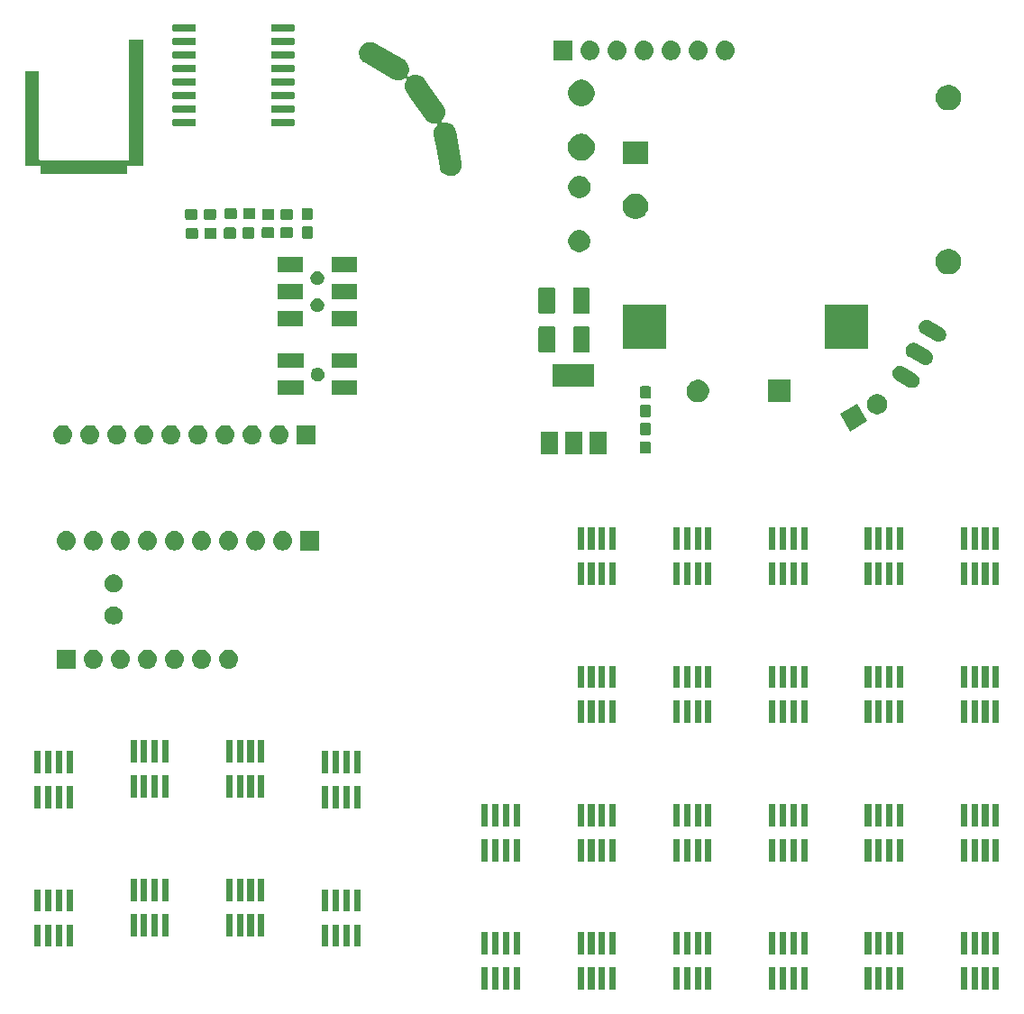
<source format=gts>
%MOIN*%
%OFA0B0*%
%FSLAX46Y46*%
%IPPOS*%
%LPD*%
%ADD10C,0.0039370078740157488*%
%ADD21C,0.0039370078740157488*%
%ADD22C,0.0039370078740157488*%
%ADD23C,0.0039370078740157488*%
%ADD24C,0.0039370078740157488*%
%ADD25C,0.0039370078740157488*%
%ADD26C,0.0039370078740157488*%
%ADD27C,0.0039370078740157488*%
%ADD28C,0.0039370078740157488*%
%ADD29C,0.0039370078740157488*%
%ADD30C,0.0039370078740157488*%
%ADD31C,0.0039370078740157488*%
%ADD32C,0.0039370078740157488*%
%ADD33C,0.0039370078740157488*%
%ADD34C,0.0039370078740157488*%
%ADD35C,0.0039370078740157488*%
%ADD36C,0.0039370078740157488*%
%ADD37C,0.0039370078740157488*%
%ADD38C,0.0039370078740157488*%
%ADD39C,0.0039370078740157488*%
%ADD40C,0.0039370078740157488*%
%ADD41C,0.0039370078740157488*%
%ADD42C,0.0039370078740157488*%
%ADD43C,0.0039370078740157488*%
%ADD44C,0.0039370078740157488*%
%ADD45C,0.0039370078740157488*%
%ADD46C,0.0039370078740157488*%
%ADD47C,0.0039370078740157488*%
%ADD48C,0.0039370078740157488*%
%ADD49C,0.0039370078740157488*%
%ADD50C,0.0039370078740157488*%
D10*
G36*
X0000767418Y0001479231D02*
G01*
X0000770024Y0001478974D01*
X0000776711Y0001476946D01*
X0000782873Y0001473652D01*
X0000784280Y0001472497D01*
X0000788275Y0001469219D01*
X0000791553Y0001465225D01*
X0000792707Y0001463818D01*
X0000796001Y0001457656D01*
X0000798030Y0001450969D01*
X0000798714Y0001444015D01*
X0000798030Y0001437061D01*
X0000796001Y0001430375D01*
X0000792707Y0001424212D01*
X0000791553Y0001422805D01*
X0000788275Y0001418811D01*
X0000784280Y0001415533D01*
X0000782873Y0001414378D01*
X0000776711Y0001411084D01*
X0000770024Y0001409056D01*
X0000767418Y0001408799D01*
X0000764813Y0001408543D01*
X0000761328Y0001408543D01*
X0000758722Y0001408799D01*
X0000756117Y0001409056D01*
X0000749430Y0001411084D01*
X0000743268Y0001414378D01*
X0000741861Y0001415533D01*
X0000737866Y0001418811D01*
X0000734588Y0001422805D01*
X0000733433Y0001424212D01*
X0000730140Y0001430375D01*
X0000728111Y0001437061D01*
X0000727426Y0001444015D01*
X0000728111Y0001450969D01*
X0000730140Y0001457656D01*
X0000733433Y0001463818D01*
X0000734588Y0001465225D01*
X0000737866Y0001469219D01*
X0000741861Y0001472497D01*
X0000743268Y0001473652D01*
X0000749430Y0001476946D01*
X0000756117Y0001478974D01*
X0000758722Y0001479231D01*
X0000761328Y0001479488D01*
X0000764813Y0001479488D01*
X0000767418Y0001479231D01*
X0000767418Y0001479231D01*
G37*
G36*
X0000867418Y0001479231D02*
G01*
X0000870024Y0001478974D01*
X0000876711Y0001476946D01*
X0000882873Y0001473652D01*
X0000884280Y0001472497D01*
X0000888275Y0001469219D01*
X0000891553Y0001465225D01*
X0000892707Y0001463818D01*
X0000896001Y0001457656D01*
X0000898030Y0001450969D01*
X0000898714Y0001444015D01*
X0000898030Y0001437061D01*
X0000896001Y0001430375D01*
X0000892707Y0001424212D01*
X0000891553Y0001422805D01*
X0000888275Y0001418811D01*
X0000884280Y0001415533D01*
X0000882873Y0001414378D01*
X0000876711Y0001411084D01*
X0000870024Y0001409056D01*
X0000867418Y0001408799D01*
X0000864813Y0001408543D01*
X0000861328Y0001408543D01*
X0000858722Y0001408799D01*
X0000856117Y0001409056D01*
X0000849430Y0001411084D01*
X0000843268Y0001414378D01*
X0000841861Y0001415533D01*
X0000837866Y0001418811D01*
X0000834588Y0001422805D01*
X0000833433Y0001424212D01*
X0000830140Y0001430375D01*
X0000828111Y0001437061D01*
X0000827426Y0001444015D01*
X0000828111Y0001450969D01*
X0000830140Y0001457656D01*
X0000833433Y0001463818D01*
X0000834588Y0001465225D01*
X0000837866Y0001469219D01*
X0000841861Y0001472497D01*
X0000843268Y0001473652D01*
X0000849430Y0001476946D01*
X0000856117Y0001478974D01*
X0000858722Y0001479231D01*
X0000861328Y0001479488D01*
X0000864813Y0001479488D01*
X0000867418Y0001479231D01*
X0000867418Y0001479231D01*
G37*
G36*
X0000967418Y0001479231D02*
G01*
X0000970024Y0001478974D01*
X0000976711Y0001476946D01*
X0000982873Y0001473652D01*
X0000984280Y0001472497D01*
X0000988275Y0001469219D01*
X0000991553Y0001465225D01*
X0000992707Y0001463818D01*
X0000996001Y0001457656D01*
X0000998030Y0001450969D01*
X0000998714Y0001444015D01*
X0000998030Y0001437061D01*
X0000996001Y0001430375D01*
X0000992707Y0001424212D01*
X0000991553Y0001422805D01*
X0000988275Y0001418811D01*
X0000984280Y0001415533D01*
X0000982873Y0001414378D01*
X0000976711Y0001411084D01*
X0000970024Y0001409056D01*
X0000967418Y0001408799D01*
X0000964813Y0001408543D01*
X0000961328Y0001408543D01*
X0000958722Y0001408799D01*
X0000956117Y0001409056D01*
X0000949430Y0001411084D01*
X0000943268Y0001414378D01*
X0000941861Y0001415533D01*
X0000937866Y0001418811D01*
X0000934588Y0001422805D01*
X0000933433Y0001424212D01*
X0000930140Y0001430375D01*
X0000928111Y0001437061D01*
X0000927426Y0001444015D01*
X0000928111Y0001450969D01*
X0000930140Y0001457656D01*
X0000933433Y0001463818D01*
X0000934588Y0001465225D01*
X0000937866Y0001469219D01*
X0000941861Y0001472497D01*
X0000943268Y0001473652D01*
X0000949430Y0001476946D01*
X0000956117Y0001478974D01*
X0000958722Y0001479231D01*
X0000961328Y0001479488D01*
X0000964813Y0001479488D01*
X0000967418Y0001479231D01*
X0000967418Y0001479231D01*
G37*
G36*
X0000398543Y0001408543D02*
G01*
X0000327598Y0001408543D01*
X0000327598Y0001479488D01*
X0000398543Y0001479488D01*
X0000398543Y0001408543D01*
X0000398543Y0001408543D01*
G37*
G36*
X0000567418Y0001479231D02*
G01*
X0000570024Y0001478974D01*
X0000576711Y0001476946D01*
X0000582873Y0001473652D01*
X0000584280Y0001472497D01*
X0000588275Y0001469219D01*
X0000591553Y0001465225D01*
X0000592707Y0001463818D01*
X0000596001Y0001457656D01*
X0000598030Y0001450969D01*
X0000598714Y0001444015D01*
X0000598030Y0001437061D01*
X0000596001Y0001430375D01*
X0000592707Y0001424212D01*
X0000591553Y0001422805D01*
X0000588275Y0001418811D01*
X0000584280Y0001415533D01*
X0000582873Y0001414378D01*
X0000576711Y0001411084D01*
X0000570024Y0001409056D01*
X0000567418Y0001408799D01*
X0000564813Y0001408543D01*
X0000561328Y0001408543D01*
X0000558722Y0001408799D01*
X0000556117Y0001409056D01*
X0000549430Y0001411084D01*
X0000543268Y0001414378D01*
X0000541861Y0001415533D01*
X0000537866Y0001418811D01*
X0000534588Y0001422805D01*
X0000533433Y0001424212D01*
X0000530140Y0001430375D01*
X0000528111Y0001437061D01*
X0000527426Y0001444015D01*
X0000528111Y0001450969D01*
X0000530140Y0001457656D01*
X0000533433Y0001463818D01*
X0000534588Y0001465225D01*
X0000537866Y0001469219D01*
X0000541861Y0001472497D01*
X0000543268Y0001473652D01*
X0000549430Y0001476946D01*
X0000556117Y0001478974D01*
X0000558722Y0001479231D01*
X0000561328Y0001479488D01*
X0000564813Y0001479488D01*
X0000567418Y0001479231D01*
X0000567418Y0001479231D01*
G37*
G36*
X0000667418Y0001479231D02*
G01*
X0000670024Y0001478974D01*
X0000676711Y0001476946D01*
X0000682873Y0001473652D01*
X0000684280Y0001472497D01*
X0000688275Y0001469219D01*
X0000691553Y0001465225D01*
X0000692707Y0001463818D01*
X0000696001Y0001457656D01*
X0000698030Y0001450969D01*
X0000698714Y0001444015D01*
X0000698030Y0001437061D01*
X0000696001Y0001430375D01*
X0000692707Y0001424212D01*
X0000691553Y0001422805D01*
X0000688275Y0001418811D01*
X0000684280Y0001415533D01*
X0000682873Y0001414378D01*
X0000676711Y0001411084D01*
X0000670024Y0001409056D01*
X0000667418Y0001408799D01*
X0000664813Y0001408543D01*
X0000661328Y0001408543D01*
X0000658722Y0001408799D01*
X0000656117Y0001409056D01*
X0000649430Y0001411084D01*
X0000643268Y0001414378D01*
X0000641861Y0001415533D01*
X0000637866Y0001418811D01*
X0000634588Y0001422805D01*
X0000633433Y0001424212D01*
X0000630140Y0001430375D01*
X0000628111Y0001437061D01*
X0000627426Y0001444015D01*
X0000628111Y0001450969D01*
X0000630140Y0001457656D01*
X0000633433Y0001463818D01*
X0000634588Y0001465225D01*
X0000637866Y0001469219D01*
X0000641861Y0001472497D01*
X0000643268Y0001473652D01*
X0000649430Y0001476946D01*
X0000656117Y0001478974D01*
X0000658722Y0001479231D01*
X0000661328Y0001479488D01*
X0000664813Y0001479488D01*
X0000667418Y0001479231D01*
X0000667418Y0001479231D01*
G37*
G36*
X0000467418Y0001479231D02*
G01*
X0000470024Y0001478974D01*
X0000476711Y0001476946D01*
X0000482873Y0001473652D01*
X0000484280Y0001472497D01*
X0000488275Y0001469219D01*
X0000491553Y0001465225D01*
X0000492707Y0001463818D01*
X0000496001Y0001457656D01*
X0000498030Y0001450969D01*
X0000498714Y0001444015D01*
X0000498030Y0001437061D01*
X0000496001Y0001430375D01*
X0000492707Y0001424212D01*
X0000491553Y0001422805D01*
X0000488275Y0001418811D01*
X0000484280Y0001415533D01*
X0000482873Y0001414378D01*
X0000476711Y0001411084D01*
X0000470024Y0001409056D01*
X0000467418Y0001408799D01*
X0000464813Y0001408543D01*
X0000461328Y0001408543D01*
X0000458722Y0001408799D01*
X0000456117Y0001409056D01*
X0000449430Y0001411084D01*
X0000443268Y0001414378D01*
X0000441861Y0001415533D01*
X0000437866Y0001418811D01*
X0000434588Y0001422805D01*
X0000433433Y0001424212D01*
X0000430140Y0001430375D01*
X0000428111Y0001437061D01*
X0000427426Y0001444015D01*
X0000428111Y0001450969D01*
X0000430140Y0001457656D01*
X0000433433Y0001463818D01*
X0000434588Y0001465225D01*
X0000437866Y0001469219D01*
X0000441861Y0001472497D01*
X0000443268Y0001473652D01*
X0000449430Y0001476946D01*
X0000456117Y0001478974D01*
X0000458722Y0001479231D01*
X0000461328Y0001479488D01*
X0000464813Y0001479488D01*
X0000467418Y0001479231D01*
X0000467418Y0001479231D01*
G37*
G36*
X0000548316Y0001637767D02*
G01*
X0000554413Y0001635241D01*
X0000559900Y0001631575D01*
X0000564567Y0001626908D01*
X0000568234Y0001621421D01*
X0000570759Y0001615323D01*
X0000572047Y0001608851D01*
X0000572047Y0001602251D01*
X0000570759Y0001595778D01*
X0000568234Y0001589681D01*
X0000564567Y0001584193D01*
X0000559900Y0001579526D01*
X0000554413Y0001575860D01*
X0000548316Y0001573334D01*
X0000541843Y0001572047D01*
X0000535243Y0001572047D01*
X0000528770Y0001573334D01*
X0000522673Y0001575860D01*
X0000517185Y0001579526D01*
X0000512519Y0001584193D01*
X0000508852Y0001589681D01*
X0000506326Y0001595778D01*
X0000505039Y0001602251D01*
X0000505039Y0001608851D01*
X0000506326Y0001615323D01*
X0000508852Y0001621421D01*
X0000512519Y0001626908D01*
X0000517185Y0001631575D01*
X0000522673Y0001635241D01*
X0000528770Y0001637767D01*
X0000535243Y0001639055D01*
X0000541843Y0001639055D01*
X0000548316Y0001637767D01*
X0000548316Y0001637767D01*
G37*
G36*
X0000548316Y0001755877D02*
G01*
X0000554413Y0001753352D01*
X0000559900Y0001749685D01*
X0000564567Y0001745018D01*
X0000568234Y0001739531D01*
X0000570759Y0001733434D01*
X0000572047Y0001726961D01*
X0000572047Y0001720361D01*
X0000570759Y0001713888D01*
X0000568234Y0001707791D01*
X0000564567Y0001702303D01*
X0000559900Y0001697637D01*
X0000554413Y0001693970D01*
X0000548316Y0001691445D01*
X0000541843Y0001690157D01*
X0000535243Y0001690157D01*
X0000528770Y0001691445D01*
X0000522673Y0001693970D01*
X0000517185Y0001697637D01*
X0000512519Y0001702303D01*
X0000508852Y0001707791D01*
X0000506326Y0001713888D01*
X0000505039Y0001720361D01*
X0000505039Y0001726961D01*
X0000506326Y0001733434D01*
X0000508852Y0001739531D01*
X0000512519Y0001745018D01*
X0000517185Y0001749685D01*
X0000522673Y0001753352D01*
X0000528770Y0001755877D01*
X0000535243Y0001757165D01*
X0000541843Y0001757165D01*
X0000548316Y0001755877D01*
X0000548316Y0001755877D01*
G37*
G36*
X0000767419Y0001917026D02*
G01*
X0000770024Y0001916770D01*
X0000776711Y0001914741D01*
X0000782873Y0001911447D01*
X0000784280Y0001910293D01*
X0000788275Y0001907015D01*
X0000791553Y0001903020D01*
X0000792707Y0001901613D01*
X0000796001Y0001895451D01*
X0000798030Y0001888764D01*
X0000798714Y0001881811D01*
X0000798030Y0001874857D01*
X0000796001Y0001868170D01*
X0000792707Y0001862008D01*
X0000791553Y0001860601D01*
X0000788275Y0001856606D01*
X0000784280Y0001853328D01*
X0000782873Y0001852174D01*
X0000776711Y0001848880D01*
X0000770024Y0001846851D01*
X0000767419Y0001846595D01*
X0000764813Y0001846338D01*
X0000761328Y0001846338D01*
X0000758722Y0001846595D01*
X0000756117Y0001846851D01*
X0000749430Y0001848880D01*
X0000743268Y0001852174D01*
X0000741861Y0001853328D01*
X0000737866Y0001856606D01*
X0000734588Y0001860601D01*
X0000733433Y0001862008D01*
X0000730140Y0001868170D01*
X0000728111Y0001874857D01*
X0000727426Y0001881811D01*
X0000728111Y0001888764D01*
X0000730140Y0001895451D01*
X0000733433Y0001901613D01*
X0000734588Y0001903020D01*
X0000737866Y0001907015D01*
X0000741861Y0001910293D01*
X0000743268Y0001911447D01*
X0000749430Y0001914741D01*
X0000756117Y0001916770D01*
X0000758722Y0001917026D01*
X0000761328Y0001917283D01*
X0000764813Y0001917283D01*
X0000767419Y0001917026D01*
X0000767419Y0001917026D01*
G37*
G36*
X0000367419Y0001917026D02*
G01*
X0000370024Y0001916770D01*
X0000376711Y0001914741D01*
X0000382873Y0001911447D01*
X0000384280Y0001910293D01*
X0000388275Y0001907015D01*
X0000391553Y0001903020D01*
X0000392707Y0001901613D01*
X0000396001Y0001895451D01*
X0000398030Y0001888764D01*
X0000398714Y0001881811D01*
X0000398030Y0001874857D01*
X0000396001Y0001868170D01*
X0000392707Y0001862008D01*
X0000391553Y0001860601D01*
X0000388275Y0001856606D01*
X0000384280Y0001853328D01*
X0000382873Y0001852174D01*
X0000376711Y0001848880D01*
X0000370024Y0001846851D01*
X0000367419Y0001846595D01*
X0000364813Y0001846338D01*
X0000361328Y0001846338D01*
X0000358722Y0001846595D01*
X0000356117Y0001846851D01*
X0000349430Y0001848880D01*
X0000343268Y0001852174D01*
X0000341861Y0001853328D01*
X0000337866Y0001856606D01*
X0000334588Y0001860601D01*
X0000333433Y0001862008D01*
X0000330140Y0001868170D01*
X0000328111Y0001874857D01*
X0000327426Y0001881811D01*
X0000328111Y0001888764D01*
X0000330140Y0001895451D01*
X0000333433Y0001901613D01*
X0000334588Y0001903020D01*
X0000337866Y0001907015D01*
X0000341861Y0001910293D01*
X0000343268Y0001911447D01*
X0000349430Y0001914741D01*
X0000356117Y0001916770D01*
X0000358722Y0001917026D01*
X0000361328Y0001917283D01*
X0000364813Y0001917283D01*
X0000367419Y0001917026D01*
X0000367419Y0001917026D01*
G37*
G36*
X0000467419Y0001917026D02*
G01*
X0000470024Y0001916770D01*
X0000476711Y0001914741D01*
X0000482873Y0001911447D01*
X0000484280Y0001910293D01*
X0000488275Y0001907015D01*
X0000491553Y0001903020D01*
X0000492707Y0001901613D01*
X0000496001Y0001895451D01*
X0000498030Y0001888764D01*
X0000498714Y0001881811D01*
X0000498030Y0001874857D01*
X0000496001Y0001868170D01*
X0000492707Y0001862008D01*
X0000491553Y0001860601D01*
X0000488275Y0001856606D01*
X0000484280Y0001853328D01*
X0000482873Y0001852174D01*
X0000476711Y0001848880D01*
X0000470024Y0001846851D01*
X0000467419Y0001846595D01*
X0000464813Y0001846338D01*
X0000461328Y0001846338D01*
X0000458722Y0001846595D01*
X0000456117Y0001846851D01*
X0000449430Y0001848880D01*
X0000443268Y0001852174D01*
X0000441861Y0001853328D01*
X0000437866Y0001856606D01*
X0000434588Y0001860601D01*
X0000433433Y0001862008D01*
X0000430140Y0001868170D01*
X0000428111Y0001874857D01*
X0000427426Y0001881811D01*
X0000428111Y0001888764D01*
X0000430140Y0001895451D01*
X0000433433Y0001901613D01*
X0000434588Y0001903020D01*
X0000437866Y0001907015D01*
X0000441861Y0001910293D01*
X0000443268Y0001911447D01*
X0000449430Y0001914741D01*
X0000456117Y0001916770D01*
X0000458722Y0001917026D01*
X0000461328Y0001917283D01*
X0000464813Y0001917283D01*
X0000467419Y0001917026D01*
X0000467419Y0001917026D01*
G37*
G36*
X0000867419Y0001917026D02*
G01*
X0000870024Y0001916770D01*
X0000876711Y0001914741D01*
X0000882873Y0001911447D01*
X0000884280Y0001910293D01*
X0000888275Y0001907015D01*
X0000891553Y0001903020D01*
X0000892707Y0001901613D01*
X0000896001Y0001895451D01*
X0000898030Y0001888764D01*
X0000898714Y0001881811D01*
X0000898030Y0001874857D01*
X0000896001Y0001868170D01*
X0000892707Y0001862008D01*
X0000891553Y0001860601D01*
X0000888275Y0001856606D01*
X0000884280Y0001853328D01*
X0000882873Y0001852174D01*
X0000876711Y0001848880D01*
X0000870024Y0001846851D01*
X0000867419Y0001846595D01*
X0000864813Y0001846338D01*
X0000861328Y0001846338D01*
X0000858722Y0001846595D01*
X0000856117Y0001846851D01*
X0000849430Y0001848880D01*
X0000843268Y0001852174D01*
X0000841861Y0001853328D01*
X0000837866Y0001856606D01*
X0000834588Y0001860601D01*
X0000833433Y0001862008D01*
X0000830140Y0001868170D01*
X0000828111Y0001874857D01*
X0000827426Y0001881811D01*
X0000828111Y0001888764D01*
X0000830140Y0001895451D01*
X0000833433Y0001901613D01*
X0000834588Y0001903020D01*
X0000837866Y0001907015D01*
X0000841861Y0001910293D01*
X0000843268Y0001911447D01*
X0000849430Y0001914741D01*
X0000856117Y0001916770D01*
X0000858722Y0001917026D01*
X0000861328Y0001917283D01*
X0000864813Y0001917283D01*
X0000867419Y0001917026D01*
X0000867419Y0001917026D01*
G37*
G36*
X0000967418Y0001917026D02*
G01*
X0000970024Y0001916770D01*
X0000976711Y0001914741D01*
X0000982873Y0001911447D01*
X0000984280Y0001910293D01*
X0000988275Y0001907015D01*
X0000991553Y0001903020D01*
X0000992707Y0001901613D01*
X0000996001Y0001895451D01*
X0000998030Y0001888764D01*
X0000998714Y0001881811D01*
X0000998030Y0001874857D01*
X0000996001Y0001868170D01*
X0000992707Y0001862008D01*
X0000991553Y0001860601D01*
X0000988275Y0001856606D01*
X0000984280Y0001853328D01*
X0000982873Y0001852174D01*
X0000976711Y0001848880D01*
X0000970024Y0001846851D01*
X0000967418Y0001846595D01*
X0000964813Y0001846338D01*
X0000961328Y0001846338D01*
X0000958722Y0001846595D01*
X0000956117Y0001846851D01*
X0000949430Y0001848880D01*
X0000943268Y0001852174D01*
X0000941861Y0001853328D01*
X0000937866Y0001856606D01*
X0000934588Y0001860601D01*
X0000933433Y0001862008D01*
X0000930140Y0001868170D01*
X0000928111Y0001874857D01*
X0000927426Y0001881811D01*
X0000928111Y0001888764D01*
X0000930140Y0001895451D01*
X0000933433Y0001901613D01*
X0000934588Y0001903020D01*
X0000937866Y0001907015D01*
X0000941861Y0001910293D01*
X0000943268Y0001911447D01*
X0000949430Y0001914741D01*
X0000956117Y0001916770D01*
X0000958722Y0001917026D01*
X0000961328Y0001917283D01*
X0000964813Y0001917283D01*
X0000967418Y0001917026D01*
X0000967418Y0001917026D01*
G37*
G36*
X0001067419Y0001917026D02*
G01*
X0001070024Y0001916770D01*
X0001076711Y0001914741D01*
X0001082873Y0001911447D01*
X0001084280Y0001910293D01*
X0001088275Y0001907015D01*
X0001091553Y0001903020D01*
X0001092707Y0001901613D01*
X0001096001Y0001895451D01*
X0001098030Y0001888764D01*
X0001098714Y0001881811D01*
X0001098030Y0001874857D01*
X0001096001Y0001868170D01*
X0001092707Y0001862008D01*
X0001091553Y0001860601D01*
X0001088275Y0001856606D01*
X0001084280Y0001853328D01*
X0001082873Y0001852174D01*
X0001076711Y0001848880D01*
X0001070024Y0001846851D01*
X0001067419Y0001846595D01*
X0001064813Y0001846338D01*
X0001061328Y0001846338D01*
X0001058722Y0001846595D01*
X0001056117Y0001846851D01*
X0001049430Y0001848880D01*
X0001043268Y0001852174D01*
X0001041861Y0001853328D01*
X0001037866Y0001856606D01*
X0001034588Y0001860601D01*
X0001033433Y0001862008D01*
X0001030140Y0001868170D01*
X0001028111Y0001874857D01*
X0001027426Y0001881811D01*
X0001028111Y0001888764D01*
X0001030140Y0001895451D01*
X0001033433Y0001901613D01*
X0001034588Y0001903020D01*
X0001037866Y0001907015D01*
X0001041861Y0001910293D01*
X0001043268Y0001911447D01*
X0001049430Y0001914741D01*
X0001056117Y0001916770D01*
X0001058722Y0001917026D01*
X0001061328Y0001917283D01*
X0001064813Y0001917283D01*
X0001067419Y0001917026D01*
X0001067419Y0001917026D01*
G37*
G36*
X0001167419Y0001917026D02*
G01*
X0001170024Y0001916770D01*
X0001176711Y0001914741D01*
X0001182873Y0001911447D01*
X0001184280Y0001910293D01*
X0001188275Y0001907015D01*
X0001191553Y0001903020D01*
X0001192707Y0001901613D01*
X0001196001Y0001895451D01*
X0001198030Y0001888764D01*
X0001198714Y0001881811D01*
X0001198030Y0001874857D01*
X0001196001Y0001868170D01*
X0001192707Y0001862008D01*
X0001191553Y0001860601D01*
X0001188275Y0001856606D01*
X0001184280Y0001853328D01*
X0001182873Y0001852174D01*
X0001176711Y0001848880D01*
X0001170024Y0001846851D01*
X0001167419Y0001846595D01*
X0001164813Y0001846338D01*
X0001161328Y0001846338D01*
X0001158722Y0001846595D01*
X0001156117Y0001846851D01*
X0001149430Y0001848880D01*
X0001143268Y0001852174D01*
X0001141861Y0001853328D01*
X0001137866Y0001856606D01*
X0001134588Y0001860601D01*
X0001133433Y0001862008D01*
X0001130140Y0001868170D01*
X0001128111Y0001874857D01*
X0001127426Y0001881811D01*
X0001128111Y0001888764D01*
X0001130140Y0001895451D01*
X0001133433Y0001901613D01*
X0001134588Y0001903020D01*
X0001137866Y0001907015D01*
X0001141861Y0001910293D01*
X0001143268Y0001911447D01*
X0001149430Y0001914741D01*
X0001156117Y0001916770D01*
X0001158722Y0001917026D01*
X0001161328Y0001917283D01*
X0001164813Y0001917283D01*
X0001167419Y0001917026D01*
X0001167419Y0001917026D01*
G37*
G36*
X0001298543Y0001846338D02*
G01*
X0001227598Y0001846338D01*
X0001227598Y0001917283D01*
X0001298543Y0001917283D01*
X0001298543Y0001846338D01*
X0001298543Y0001846338D01*
G37*
G36*
X0000667418Y0001917026D02*
G01*
X0000670024Y0001916770D01*
X0000676711Y0001914741D01*
X0000682873Y0001911447D01*
X0000684280Y0001910293D01*
X0000688275Y0001907015D01*
X0000691553Y0001903020D01*
X0000692707Y0001901613D01*
X0000696001Y0001895451D01*
X0000698030Y0001888764D01*
X0000698714Y0001881811D01*
X0000698030Y0001874857D01*
X0000696001Y0001868170D01*
X0000692707Y0001862008D01*
X0000691553Y0001860601D01*
X0000688275Y0001856606D01*
X0000684280Y0001853328D01*
X0000682873Y0001852174D01*
X0000676711Y0001848880D01*
X0000670024Y0001846851D01*
X0000667418Y0001846595D01*
X0000664813Y0001846338D01*
X0000661328Y0001846338D01*
X0000658722Y0001846595D01*
X0000656117Y0001846851D01*
X0000649430Y0001848880D01*
X0000643268Y0001852174D01*
X0000641861Y0001853328D01*
X0000637866Y0001856606D01*
X0000634588Y0001860601D01*
X0000633433Y0001862008D01*
X0000630140Y0001868170D01*
X0000628111Y0001874857D01*
X0000627426Y0001881811D01*
X0000628111Y0001888764D01*
X0000630140Y0001895451D01*
X0000633433Y0001901613D01*
X0000634588Y0001903020D01*
X0000637866Y0001907015D01*
X0000641861Y0001910293D01*
X0000643268Y0001911447D01*
X0000649430Y0001914741D01*
X0000656117Y0001916770D01*
X0000658722Y0001917026D01*
X0000661328Y0001917283D01*
X0000664813Y0001917283D01*
X0000667418Y0001917026D01*
X0000667418Y0001917026D01*
G37*
G36*
X0000567418Y0001917026D02*
G01*
X0000570024Y0001916770D01*
X0000576711Y0001914741D01*
X0000582873Y0001911447D01*
X0000584280Y0001910293D01*
X0000588275Y0001907015D01*
X0000591553Y0001903020D01*
X0000592707Y0001901613D01*
X0000596001Y0001895451D01*
X0000598030Y0001888764D01*
X0000598714Y0001881811D01*
X0000598030Y0001874857D01*
X0000596001Y0001868170D01*
X0000592707Y0001862008D01*
X0000591553Y0001860601D01*
X0000588275Y0001856606D01*
X0000584280Y0001853328D01*
X0000582873Y0001852174D01*
X0000576711Y0001848880D01*
X0000570024Y0001846851D01*
X0000567418Y0001846595D01*
X0000564813Y0001846338D01*
X0000561328Y0001846338D01*
X0000558722Y0001846595D01*
X0000556117Y0001846851D01*
X0000549430Y0001848880D01*
X0000543268Y0001852174D01*
X0000541861Y0001853328D01*
X0000537866Y0001856606D01*
X0000534588Y0001860601D01*
X0000533433Y0001862008D01*
X0000530140Y0001868170D01*
X0000528111Y0001874857D01*
X0000527426Y0001881811D01*
X0000528111Y0001888764D01*
X0000530140Y0001895451D01*
X0000533433Y0001901613D01*
X0000534588Y0001903020D01*
X0000537866Y0001907015D01*
X0000541861Y0001910293D01*
X0000543268Y0001911447D01*
X0000549430Y0001914741D01*
X0000556117Y0001916770D01*
X0000558722Y0001917026D01*
X0000561328Y0001917283D01*
X0000564813Y0001917283D01*
X0000567418Y0001917026D01*
X0000567418Y0001917026D01*
G37*
G36*
X0002361102Y0002202716D02*
G01*
X0002298031Y0002202716D01*
X0002298031Y0002285472D01*
X0002361102Y0002285472D01*
X0002361102Y0002202716D01*
X0002361102Y0002202716D01*
G37*
G36*
X0002270551Y0002202716D02*
G01*
X0002207480Y0002202716D01*
X0002207480Y0002285472D01*
X0002270551Y0002285472D01*
X0002270551Y0002202716D01*
X0002270551Y0002202716D01*
G37*
G36*
X0002180000Y0002202716D02*
G01*
X0002116929Y0002202716D01*
X0002116929Y0002285472D01*
X0002180000Y0002285472D01*
X0002180000Y0002202716D01*
X0002180000Y0002202716D01*
G37*
G36*
X0002518838Y0002248958D02*
G01*
X0002520314Y0002248510D01*
X0002521675Y0002247783D01*
X0002522867Y0002246805D01*
X0002523846Y0002245612D01*
X0002524573Y0002244251D01*
X0002525021Y0002242775D01*
X0002525196Y0002240998D01*
X0002525196Y0002211914D01*
X0002525021Y0002210137D01*
X0002524573Y0002208661D01*
X0002523846Y0002207300D01*
X0002522867Y0002206108D01*
X0002521675Y0002205129D01*
X0002520314Y0002204402D01*
X0002518838Y0002203954D01*
X0002517061Y0002203779D01*
X0002491914Y0002203779D01*
X0002490137Y0002203954D01*
X0002488661Y0002204402D01*
X0002487301Y0002205129D01*
X0002486108Y0002206108D01*
X0002485129Y0002207300D01*
X0002484402Y0002208661D01*
X0002483954Y0002210137D01*
X0002483779Y0002211914D01*
X0002483779Y0002240998D01*
X0002483954Y0002242775D01*
X0002484402Y0002244251D01*
X0002485129Y0002245612D01*
X0002486108Y0002246805D01*
X0002487301Y0002247783D01*
X0002488661Y0002248510D01*
X0002490137Y0002248958D01*
X0002491914Y0002249133D01*
X0002517061Y0002249133D01*
X0002518838Y0002248958D01*
X0002518838Y0002248958D01*
G37*
G36*
X0000854544Y0002308798D02*
G01*
X0000857150Y0002308541D01*
X0000863837Y0002306513D01*
X0000869999Y0002303219D01*
X0000871406Y0002302064D01*
X0000875401Y0002298786D01*
X0000878679Y0002294792D01*
X0000879833Y0002293385D01*
X0000883127Y0002287223D01*
X0000885156Y0002280536D01*
X0000885840Y0002273582D01*
X0000885156Y0002266628D01*
X0000883127Y0002259942D01*
X0000879833Y0002253779D01*
X0000878679Y0002252372D01*
X0000875401Y0002248378D01*
X0000871406Y0002245100D01*
X0000869999Y0002243945D01*
X0000869999Y0002243945D01*
X0000864113Y0002240799D01*
X0000863837Y0002240651D01*
X0000857150Y0002238623D01*
X0000854545Y0002238366D01*
X0000851939Y0002238110D01*
X0000848454Y0002238110D01*
X0000845848Y0002238366D01*
X0000843243Y0002238623D01*
X0000836556Y0002240651D01*
X0000836280Y0002240799D01*
X0000830394Y0002243945D01*
X0000830394Y0002243945D01*
X0000828987Y0002245100D01*
X0000824992Y0002248378D01*
X0000821714Y0002252372D01*
X0000820559Y0002253779D01*
X0000817265Y0002259942D01*
X0000815237Y0002266628D01*
X0000814552Y0002273582D01*
X0000815237Y0002280536D01*
X0000817265Y0002287223D01*
X0000820559Y0002293385D01*
X0000821714Y0002294792D01*
X0000824992Y0002298786D01*
X0000828987Y0002302064D01*
X0000830394Y0002303219D01*
X0000836556Y0002306513D01*
X0000843243Y0002308541D01*
X0000845848Y0002308798D01*
X0000848454Y0002309055D01*
X0000851939Y0002309055D01*
X0000854544Y0002308798D01*
X0000854544Y0002308798D01*
G37*
G36*
X0000954544Y0002308798D02*
G01*
X0000957150Y0002308541D01*
X0000963837Y0002306513D01*
X0000969999Y0002303219D01*
X0000971406Y0002302064D01*
X0000975400Y0002298786D01*
X0000978679Y0002294792D01*
X0000979833Y0002293385D01*
X0000983127Y0002287223D01*
X0000985156Y0002280536D01*
X0000985840Y0002273582D01*
X0000985156Y0002266628D01*
X0000983127Y0002259942D01*
X0000979833Y0002253779D01*
X0000978679Y0002252372D01*
X0000975400Y0002248378D01*
X0000971406Y0002245100D01*
X0000969999Y0002243945D01*
X0000969999Y0002243945D01*
X0000964113Y0002240799D01*
X0000963837Y0002240651D01*
X0000957150Y0002238623D01*
X0000954544Y0002238366D01*
X0000951939Y0002238110D01*
X0000948454Y0002238110D01*
X0000945848Y0002238366D01*
X0000943242Y0002238623D01*
X0000936556Y0002240651D01*
X0000936280Y0002240799D01*
X0000930394Y0002243945D01*
X0000930394Y0002243945D01*
X0000928987Y0002245100D01*
X0000924992Y0002248378D01*
X0000921714Y0002252372D01*
X0000920559Y0002253779D01*
X0000917265Y0002259942D01*
X0000915237Y0002266628D01*
X0000914552Y0002273582D01*
X0000915237Y0002280536D01*
X0000917265Y0002287223D01*
X0000920559Y0002293385D01*
X0000921714Y0002294792D01*
X0000924992Y0002298786D01*
X0000928987Y0002302064D01*
X0000930394Y0002303219D01*
X0000936556Y0002306513D01*
X0000943242Y0002308541D01*
X0000945848Y0002308798D01*
X0000948454Y0002309055D01*
X0000951939Y0002309055D01*
X0000954544Y0002308798D01*
X0000954544Y0002308798D01*
G37*
G36*
X0000754544Y0002308798D02*
G01*
X0000757150Y0002308541D01*
X0000763837Y0002306513D01*
X0000769999Y0002303219D01*
X0000771406Y0002302064D01*
X0000775401Y0002298786D01*
X0000778679Y0002294792D01*
X0000779833Y0002293385D01*
X0000783127Y0002287223D01*
X0000785155Y0002280536D01*
X0000785840Y0002273582D01*
X0000785155Y0002266628D01*
X0000783127Y0002259942D01*
X0000779833Y0002253779D01*
X0000778679Y0002252372D01*
X0000775401Y0002248378D01*
X0000771406Y0002245100D01*
X0000769999Y0002243945D01*
X0000769999Y0002243945D01*
X0000764113Y0002240799D01*
X0000763837Y0002240651D01*
X0000757150Y0002238623D01*
X0000754545Y0002238366D01*
X0000751939Y0002238110D01*
X0000748454Y0002238110D01*
X0000745848Y0002238366D01*
X0000743243Y0002238623D01*
X0000736556Y0002240651D01*
X0000736280Y0002240799D01*
X0000730394Y0002243945D01*
X0000730394Y0002243945D01*
X0000728987Y0002245100D01*
X0000724992Y0002248378D01*
X0000721714Y0002252372D01*
X0000720559Y0002253779D01*
X0000717266Y0002259942D01*
X0000715237Y0002266628D01*
X0000714552Y0002273582D01*
X0000715237Y0002280536D01*
X0000717266Y0002287223D01*
X0000720559Y0002293385D01*
X0000721714Y0002294792D01*
X0000724992Y0002298786D01*
X0000728987Y0002302064D01*
X0000730394Y0002303219D01*
X0000736556Y0002306513D01*
X0000743243Y0002308541D01*
X0000745848Y0002308798D01*
X0000748454Y0002309055D01*
X0000751939Y0002309055D01*
X0000754544Y0002308798D01*
X0000754544Y0002308798D01*
G37*
G36*
X0000554544Y0002308798D02*
G01*
X0000557150Y0002308541D01*
X0000563837Y0002306513D01*
X0000569999Y0002303219D01*
X0000571406Y0002302064D01*
X0000575400Y0002298786D01*
X0000578679Y0002294792D01*
X0000579833Y0002293385D01*
X0000583127Y0002287223D01*
X0000585156Y0002280536D01*
X0000585840Y0002273582D01*
X0000585156Y0002266628D01*
X0000583127Y0002259942D01*
X0000579833Y0002253779D01*
X0000578679Y0002252372D01*
X0000575400Y0002248378D01*
X0000571406Y0002245100D01*
X0000569999Y0002243945D01*
X0000569999Y0002243945D01*
X0000564113Y0002240799D01*
X0000563837Y0002240651D01*
X0000557150Y0002238623D01*
X0000554544Y0002238366D01*
X0000551939Y0002238110D01*
X0000548454Y0002238110D01*
X0000545848Y0002238366D01*
X0000543242Y0002238623D01*
X0000536556Y0002240651D01*
X0000536280Y0002240799D01*
X0000530394Y0002243945D01*
X0000530394Y0002243945D01*
X0000528987Y0002245100D01*
X0000524992Y0002248378D01*
X0000521714Y0002252372D01*
X0000520559Y0002253779D01*
X0000517265Y0002259942D01*
X0000515237Y0002266628D01*
X0000514552Y0002273582D01*
X0000515237Y0002280536D01*
X0000517265Y0002287223D01*
X0000520559Y0002293385D01*
X0000521714Y0002294792D01*
X0000524992Y0002298786D01*
X0000528987Y0002302064D01*
X0000530394Y0002303219D01*
X0000536556Y0002306513D01*
X0000543242Y0002308541D01*
X0000545848Y0002308798D01*
X0000548454Y0002309055D01*
X0000551939Y0002309055D01*
X0000554544Y0002308798D01*
X0000554544Y0002308798D01*
G37*
G36*
X0000654544Y0002308798D02*
G01*
X0000657150Y0002308541D01*
X0000663837Y0002306513D01*
X0000669999Y0002303219D01*
X0000671406Y0002302064D01*
X0000675400Y0002298786D01*
X0000678679Y0002294792D01*
X0000679833Y0002293385D01*
X0000683127Y0002287223D01*
X0000685156Y0002280536D01*
X0000685840Y0002273582D01*
X0000685156Y0002266628D01*
X0000683127Y0002259942D01*
X0000679833Y0002253779D01*
X0000678679Y0002252372D01*
X0000675400Y0002248378D01*
X0000671406Y0002245100D01*
X0000669999Y0002243945D01*
X0000669999Y0002243945D01*
X0000664113Y0002240799D01*
X0000663837Y0002240651D01*
X0000657150Y0002238623D01*
X0000654544Y0002238366D01*
X0000651939Y0002238110D01*
X0000648454Y0002238110D01*
X0000645848Y0002238366D01*
X0000643242Y0002238623D01*
X0000636556Y0002240651D01*
X0000636280Y0002240799D01*
X0000630394Y0002243945D01*
X0000630394Y0002243945D01*
X0000628987Y0002245100D01*
X0000624992Y0002248378D01*
X0000621714Y0002252372D01*
X0000620559Y0002253779D01*
X0000617266Y0002259942D01*
X0000615237Y0002266628D01*
X0000614552Y0002273582D01*
X0000615237Y0002280536D01*
X0000617266Y0002287223D01*
X0000620559Y0002293385D01*
X0000621714Y0002294792D01*
X0000624992Y0002298786D01*
X0000628987Y0002302064D01*
X0000630394Y0002303219D01*
X0000636556Y0002306513D01*
X0000643242Y0002308541D01*
X0000645848Y0002308798D01*
X0000648454Y0002309055D01*
X0000651939Y0002309055D01*
X0000654544Y0002308798D01*
X0000654544Y0002308798D01*
G37*
G36*
X0001154544Y0002308798D02*
G01*
X0001157150Y0002308541D01*
X0001163837Y0002306513D01*
X0001169999Y0002303219D01*
X0001171406Y0002302064D01*
X0001175401Y0002298786D01*
X0001178679Y0002294792D01*
X0001179833Y0002293385D01*
X0001183127Y0002287223D01*
X0001185155Y0002280536D01*
X0001185840Y0002273582D01*
X0001185155Y0002266628D01*
X0001183127Y0002259942D01*
X0001179833Y0002253779D01*
X0001178679Y0002252372D01*
X0001175401Y0002248378D01*
X0001171406Y0002245100D01*
X0001169999Y0002243945D01*
X0001169999Y0002243945D01*
X0001164113Y0002240799D01*
X0001163837Y0002240651D01*
X0001157150Y0002238623D01*
X0001154545Y0002238366D01*
X0001151939Y0002238110D01*
X0001148454Y0002238110D01*
X0001145848Y0002238366D01*
X0001143243Y0002238623D01*
X0001136556Y0002240651D01*
X0001136280Y0002240799D01*
X0001130394Y0002243945D01*
X0001130394Y0002243945D01*
X0001128987Y0002245100D01*
X0001124992Y0002248378D01*
X0001121714Y0002252372D01*
X0001120559Y0002253779D01*
X0001117266Y0002259942D01*
X0001115237Y0002266628D01*
X0001114552Y0002273582D01*
X0001115237Y0002280536D01*
X0001117266Y0002287223D01*
X0001120559Y0002293385D01*
X0001121714Y0002294792D01*
X0001124992Y0002298786D01*
X0001128987Y0002302064D01*
X0001130394Y0002303219D01*
X0001136556Y0002306513D01*
X0001143243Y0002308541D01*
X0001145848Y0002308798D01*
X0001148454Y0002309055D01*
X0001151939Y0002309055D01*
X0001154544Y0002308798D01*
X0001154544Y0002308798D01*
G37*
G36*
X0001285669Y0002238110D02*
G01*
X0001214724Y0002238110D01*
X0001214724Y0002309055D01*
X0001285669Y0002309055D01*
X0001285669Y0002238110D01*
X0001285669Y0002238110D01*
G37*
G36*
X0000354544Y0002308798D02*
G01*
X0000357150Y0002308541D01*
X0000363837Y0002306513D01*
X0000369999Y0002303219D01*
X0000371406Y0002302064D01*
X0000375401Y0002298786D01*
X0000378679Y0002294792D01*
X0000379833Y0002293385D01*
X0000383127Y0002287223D01*
X0000385155Y0002280536D01*
X0000385840Y0002273582D01*
X0000385155Y0002266628D01*
X0000383127Y0002259942D01*
X0000379833Y0002253779D01*
X0000378679Y0002252372D01*
X0000375401Y0002248378D01*
X0000371406Y0002245100D01*
X0000369999Y0002243945D01*
X0000369999Y0002243945D01*
X0000364113Y0002240799D01*
X0000363837Y0002240651D01*
X0000357150Y0002238623D01*
X0000354545Y0002238366D01*
X0000351939Y0002238110D01*
X0000348454Y0002238110D01*
X0000345848Y0002238366D01*
X0000343243Y0002238623D01*
X0000336556Y0002240651D01*
X0000336280Y0002240799D01*
X0000330394Y0002243945D01*
X0000330394Y0002243945D01*
X0000328987Y0002245100D01*
X0000324992Y0002248378D01*
X0000321714Y0002252372D01*
X0000320559Y0002253779D01*
X0000317266Y0002259942D01*
X0000315237Y0002266628D01*
X0000314552Y0002273582D01*
X0000315237Y0002280536D01*
X0000317266Y0002287223D01*
X0000320559Y0002293385D01*
X0000321714Y0002294792D01*
X0000324992Y0002298786D01*
X0000328987Y0002302064D01*
X0000330394Y0002303219D01*
X0000336556Y0002306513D01*
X0000343243Y0002308541D01*
X0000345848Y0002308798D01*
X0000348454Y0002309055D01*
X0000351939Y0002309055D01*
X0000354544Y0002308798D01*
X0000354544Y0002308798D01*
G37*
G36*
X0000454544Y0002308798D02*
G01*
X0000457150Y0002308541D01*
X0000463837Y0002306513D01*
X0000469999Y0002303219D01*
X0000471406Y0002302064D01*
X0000475401Y0002298786D01*
X0000478679Y0002294792D01*
X0000479833Y0002293385D01*
X0000483127Y0002287223D01*
X0000485155Y0002280536D01*
X0000485840Y0002273582D01*
X0000485155Y0002266628D01*
X0000483127Y0002259942D01*
X0000479833Y0002253779D01*
X0000478679Y0002252372D01*
X0000475401Y0002248378D01*
X0000471406Y0002245100D01*
X0000469999Y0002243945D01*
X0000469999Y0002243945D01*
X0000464113Y0002240799D01*
X0000463837Y0002240651D01*
X0000457150Y0002238623D01*
X0000454545Y0002238366D01*
X0000451939Y0002238110D01*
X0000448454Y0002238110D01*
X0000445848Y0002238366D01*
X0000443243Y0002238623D01*
X0000436556Y0002240651D01*
X0000436280Y0002240799D01*
X0000430394Y0002243945D01*
X0000430394Y0002243945D01*
X0000428987Y0002245100D01*
X0000424992Y0002248378D01*
X0000421714Y0002252372D01*
X0000420559Y0002253779D01*
X0000417266Y0002259942D01*
X0000415237Y0002266628D01*
X0000414552Y0002273582D01*
X0000415237Y0002280536D01*
X0000417266Y0002287223D01*
X0000420559Y0002293385D01*
X0000421714Y0002294792D01*
X0000424992Y0002298786D01*
X0000428987Y0002302064D01*
X0000430394Y0002303219D01*
X0000436556Y0002306513D01*
X0000443243Y0002308541D01*
X0000445848Y0002308798D01*
X0000448454Y0002309055D01*
X0000451939Y0002309055D01*
X0000454544Y0002308798D01*
X0000454544Y0002308798D01*
G37*
G36*
X0001054544Y0002308798D02*
G01*
X0001057150Y0002308541D01*
X0001063837Y0002306513D01*
X0001069999Y0002303219D01*
X0001071406Y0002302064D01*
X0001075401Y0002298786D01*
X0001078679Y0002294792D01*
X0001079833Y0002293385D01*
X0001083127Y0002287223D01*
X0001085155Y0002280536D01*
X0001085840Y0002273582D01*
X0001085155Y0002266628D01*
X0001083127Y0002259942D01*
X0001079833Y0002253779D01*
X0001078679Y0002252372D01*
X0001075401Y0002248378D01*
X0001071406Y0002245100D01*
X0001069999Y0002243945D01*
X0001069999Y0002243945D01*
X0001064113Y0002240799D01*
X0001063837Y0002240651D01*
X0001057150Y0002238623D01*
X0001054544Y0002238366D01*
X0001051939Y0002238110D01*
X0001048454Y0002238110D01*
X0001045848Y0002238366D01*
X0001043242Y0002238623D01*
X0001036556Y0002240651D01*
X0001036280Y0002240799D01*
X0001030394Y0002243945D01*
X0001030394Y0002243945D01*
X0001028987Y0002245100D01*
X0001024992Y0002248378D01*
X0001021714Y0002252372D01*
X0001020559Y0002253779D01*
X0001017266Y0002259942D01*
X0001015237Y0002266628D01*
X0001014552Y0002273582D01*
X0001015237Y0002280536D01*
X0001017266Y0002287223D01*
X0001020559Y0002293385D01*
X0001021714Y0002294792D01*
X0001024992Y0002298786D01*
X0001028987Y0002302064D01*
X0001030394Y0002303219D01*
X0001036556Y0002306513D01*
X0001043242Y0002308541D01*
X0001045848Y0002308798D01*
X0001048454Y0002309055D01*
X0001051939Y0002309055D01*
X0001054544Y0002308798D01*
X0001054544Y0002308798D01*
G37*
G36*
X0002518838Y0002317856D02*
G01*
X0002520314Y0002317408D01*
X0002521675Y0002316681D01*
X0002522867Y0002315702D01*
X0002523846Y0002314510D01*
X0002524573Y0002313149D01*
X0002525021Y0002311673D01*
X0002525196Y0002309896D01*
X0002525196Y0002280812D01*
X0002525021Y0002279035D01*
X0002524573Y0002277559D01*
X0002523846Y0002276198D01*
X0002522867Y0002275005D01*
X0002521675Y0002274027D01*
X0002520314Y0002273300D01*
X0002518838Y0002272852D01*
X0002517061Y0002272677D01*
X0002491914Y0002272677D01*
X0002490137Y0002272852D01*
X0002488661Y0002273300D01*
X0002487301Y0002274027D01*
X0002486108Y0002275005D01*
X0002485129Y0002276198D01*
X0002484402Y0002277559D01*
X0002483954Y0002279035D01*
X0002483779Y0002280812D01*
X0002483779Y0002309896D01*
X0002483954Y0002311673D01*
X0002484402Y0002313149D01*
X0002485129Y0002314510D01*
X0002486108Y0002315702D01*
X0002487301Y0002316681D01*
X0002488661Y0002317408D01*
X0002490137Y0002317856D01*
X0002491914Y0002318031D01*
X0002517061Y0002318031D01*
X0002518838Y0002317856D01*
X0002518838Y0002317856D01*
G37*
G36*
X0003325790Y0002323382D02*
G01*
X0003260941Y0002285941D01*
X0003223500Y0002350790D01*
X0003288350Y0002388231D01*
X0003325790Y0002323382D01*
X0003325790Y0002323382D01*
G37*
G36*
X0002519547Y0002384588D02*
G01*
X0002521023Y0002384140D01*
X0002522384Y0002383413D01*
X0002523576Y0002382434D01*
X0002524555Y0002381242D01*
X0002525282Y0002379881D01*
X0002525730Y0002378405D01*
X0002525905Y0002376628D01*
X0002525905Y0002347544D01*
X0002525730Y0002345767D01*
X0002525282Y0002344291D01*
X0002524555Y0002342930D01*
X0002523576Y0002341738D01*
X0002522384Y0002340759D01*
X0002521023Y0002340032D01*
X0002519547Y0002339584D01*
X0002517770Y0002339409D01*
X0002492623Y0002339409D01*
X0002490846Y0002339584D01*
X0002489370Y0002340032D01*
X0002488009Y0002340759D01*
X0002486817Y0002341738D01*
X0002485838Y0002342930D01*
X0002485111Y0002344291D01*
X0002484663Y0002345767D01*
X0002484488Y0002347544D01*
X0002484488Y0002376628D01*
X0002484663Y0002378405D01*
X0002485111Y0002379881D01*
X0002485838Y0002381242D01*
X0002486817Y0002382434D01*
X0002488009Y0002383413D01*
X0002489370Y0002384140D01*
X0002490846Y0002384588D01*
X0002492623Y0002384763D01*
X0002517770Y0002384763D01*
X0002519547Y0002384588D01*
X0002519547Y0002384588D01*
G37*
G36*
X0003372169Y0002423088D02*
G01*
X0003378983Y0002420266D01*
X0003382028Y0002418231D01*
X0003385115Y0002416168D01*
X0003390330Y0002410953D01*
X0003391682Y0002408929D01*
X0003394427Y0002404821D01*
X0003397250Y0002398007D01*
X0003398689Y0002390774D01*
X0003398689Y0002383398D01*
X0003397250Y0002376165D01*
X0003394427Y0002369351D01*
X0003394427Y0002369351D01*
X0003390330Y0002363219D01*
X0003385115Y0002358004D01*
X0003382028Y0002355941D01*
X0003378983Y0002353906D01*
X0003372169Y0002351084D01*
X0003364935Y0002349645D01*
X0003357560Y0002349645D01*
X0003350327Y0002351084D01*
X0003343513Y0002353906D01*
X0003340467Y0002355941D01*
X0003337380Y0002358004D01*
X0003332165Y0002363219D01*
X0003328068Y0002369351D01*
X0003328068Y0002369351D01*
X0003325246Y0002376165D01*
X0003323807Y0002383398D01*
X0003323807Y0002390774D01*
X0003325246Y0002398007D01*
X0003328068Y0002404821D01*
X0003330813Y0002408929D01*
X0003332165Y0002410953D01*
X0003337380Y0002416168D01*
X0003340467Y0002418231D01*
X0003343513Y0002420266D01*
X0003350327Y0002423088D01*
X0003357560Y0002424527D01*
X0003364935Y0002424527D01*
X0003372169Y0002423088D01*
X0003372169Y0002423088D01*
G37*
G36*
X0003039921Y0002394370D02*
G01*
X0002957165Y0002394370D01*
X0002957165Y0002477125D01*
X0003039921Y0002477125D01*
X0003039921Y0002394370D01*
X0003039921Y0002394370D01*
G37*
G36*
X0002711400Y0002475535D02*
G01*
X0002718930Y0002472416D01*
X0002718930Y0002472416D01*
X0002721068Y0002470987D01*
X0002725707Y0002467888D01*
X0002731471Y0002462124D01*
X0002735999Y0002455347D01*
X0002739118Y0002447817D01*
X0002740708Y0002439823D01*
X0002740708Y0002431672D01*
X0002739118Y0002423678D01*
X0002735999Y0002416148D01*
X0002735999Y0002416148D01*
X0002731471Y0002409371D01*
X0002725707Y0002403607D01*
X0002718930Y0002399079D01*
X0002718930Y0002399079D01*
X0002718930Y0002399079D01*
X0002711400Y0002395960D01*
X0002703406Y0002394370D01*
X0002695255Y0002394370D01*
X0002687261Y0002395960D01*
X0002679730Y0002399079D01*
X0002679730Y0002399079D01*
X0002679730Y0002399079D01*
X0002672953Y0002403607D01*
X0002667190Y0002409371D01*
X0002662662Y0002416148D01*
X0002662662Y0002416148D01*
X0002659542Y0002423678D01*
X0002657952Y0002431672D01*
X0002657952Y0002439823D01*
X0002659542Y0002447817D01*
X0002662662Y0002455347D01*
X0002667190Y0002462124D01*
X0002672953Y0002467888D01*
X0002677592Y0002470987D01*
X0002679730Y0002472416D01*
X0002679730Y0002472416D01*
X0002687261Y0002475535D01*
X0002695255Y0002477125D01*
X0002703406Y0002477125D01*
X0002711400Y0002475535D01*
X0002711400Y0002475535D01*
G37*
G36*
X0002519547Y0002453486D02*
G01*
X0002521023Y0002453038D01*
X0002522384Y0002452311D01*
X0002523576Y0002451332D01*
X0002524555Y0002450139D01*
X0002525282Y0002448779D01*
X0002525730Y0002447303D01*
X0002525905Y0002445526D01*
X0002525905Y0002416442D01*
X0002525730Y0002414665D01*
X0002525282Y0002413189D01*
X0002524555Y0002411828D01*
X0002523576Y0002410635D01*
X0002522384Y0002409657D01*
X0002521023Y0002408929D01*
X0002519547Y0002408482D01*
X0002517770Y0002408307D01*
X0002492623Y0002408307D01*
X0002490846Y0002408482D01*
X0002489370Y0002408929D01*
X0002488009Y0002409657D01*
X0002486817Y0002410635D01*
X0002485838Y0002411828D01*
X0002485111Y0002413189D01*
X0002484663Y0002414665D01*
X0002484488Y0002416442D01*
X0002484488Y0002445526D01*
X0002484663Y0002447303D01*
X0002485111Y0002448779D01*
X0002485838Y0002450139D01*
X0002486817Y0002451332D01*
X0002488009Y0002452311D01*
X0002489370Y0002453038D01*
X0002490846Y0002453486D01*
X0002492623Y0002453661D01*
X0002517770Y0002453661D01*
X0002519547Y0002453486D01*
X0002519547Y0002453486D01*
G37*
G36*
X0001240354Y0002419803D02*
G01*
X0001146181Y0002419803D01*
X0001146181Y0002473818D01*
X0001240354Y0002473818D01*
X0001240354Y0002419803D01*
X0001240354Y0002419803D01*
G37*
G36*
X0001439173Y0002419803D02*
G01*
X0001345000Y0002419803D01*
X0001345000Y0002473818D01*
X0001439173Y0002473818D01*
X0001439173Y0002419803D01*
X0001439173Y0002419803D01*
G37*
G36*
X0003449244Y0002528563D02*
G01*
X0003454617Y0002527311D01*
X0003458383Y0002525604D01*
X0003458383Y0002525604D01*
X0003458384Y0002525604D01*
X0003464204Y0002522244D01*
X0003505800Y0002498228D01*
X0003509160Y0002495820D01*
X0003512932Y0002491793D01*
X0003515845Y0002487108D01*
X0003517789Y0002481945D01*
X0003518687Y0002476501D01*
X0003518507Y0002470987D01*
X0003517254Y0002465614D01*
X0003514977Y0002460589D01*
X0003511763Y0002456105D01*
X0003507737Y0002452333D01*
X0003503052Y0002449420D01*
X0003497888Y0002447476D01*
X0003492445Y0002446578D01*
X0003486931Y0002446758D01*
X0003481558Y0002448011D01*
X0003477792Y0002449717D01*
X0003438583Y0002472355D01*
X0003430376Y0002477093D01*
X0003430376Y0002477093D01*
X0003430375Y0002477093D01*
X0003427015Y0002479501D01*
X0003423243Y0002483528D01*
X0003420330Y0002488213D01*
X0003418386Y0002493377D01*
X0003417488Y0002498820D01*
X0003417668Y0002504334D01*
X0003418921Y0002509707D01*
X0003421198Y0002514732D01*
X0003424412Y0002519217D01*
X0003428438Y0002522988D01*
X0003433123Y0002525902D01*
X0003438287Y0002527845D01*
X0003443730Y0002528744D01*
X0003449244Y0002528563D01*
X0003449244Y0002528563D01*
G37*
G36*
X0002315826Y0002450747D02*
G01*
X0002162204Y0002450747D01*
X0002162204Y0002533503D01*
X0002315826Y0002533503D01*
X0002315826Y0002450747D01*
X0002315826Y0002450747D01*
G37*
G36*
X0001300095Y0002521266D02*
G01*
X0001304724Y0002519349D01*
X0001308889Y0002516566D01*
X0001312432Y0002513023D01*
X0001315215Y0002508858D01*
X0001317132Y0002504229D01*
X0001318110Y0002499315D01*
X0001318110Y0002494306D01*
X0001317132Y0002489392D01*
X0001315215Y0002484763D01*
X0001312432Y0002480598D01*
X0001308889Y0002477055D01*
X0001304724Y0002474272D01*
X0001300095Y0002472355D01*
X0001295182Y0002471377D01*
X0001290172Y0002471377D01*
X0001285258Y0002472355D01*
X0001280630Y0002474272D01*
X0001276464Y0002477055D01*
X0001272922Y0002480598D01*
X0001270138Y0002484763D01*
X0001268221Y0002489392D01*
X0001267244Y0002494306D01*
X0001267244Y0002499315D01*
X0001268221Y0002504229D01*
X0001270138Y0002508858D01*
X0001272922Y0002513023D01*
X0001276464Y0002516566D01*
X0001280630Y0002519349D01*
X0001285258Y0002521266D01*
X0001290172Y0002522244D01*
X0001295182Y0002522244D01*
X0001300095Y0002521266D01*
X0001300095Y0002521266D01*
G37*
G36*
X0001240354Y0002519803D02*
G01*
X0001146181Y0002519803D01*
X0001146181Y0002573818D01*
X0001240354Y0002573818D01*
X0001240354Y0002519803D01*
X0001240354Y0002519803D01*
G37*
G36*
X0001439173Y0002519803D02*
G01*
X0001345000Y0002519803D01*
X0001345000Y0002573818D01*
X0001439173Y0002573818D01*
X0001439173Y0002519803D01*
X0001439173Y0002519803D01*
G37*
G36*
X0003498457Y0002613802D02*
G01*
X0003503830Y0002612549D01*
X0003507596Y0002610843D01*
X0003507596Y0002610843D01*
X0003507596Y0002610843D01*
X0003518659Y0002604456D01*
X0003555012Y0002583467D01*
X0003558373Y0002581059D01*
X0003562144Y0002577032D01*
X0003565058Y0002572347D01*
X0003567001Y0002567184D01*
X0003567900Y0002561740D01*
X0003567719Y0002556226D01*
X0003566467Y0002550853D01*
X0003564190Y0002545828D01*
X0003560976Y0002541343D01*
X0003556949Y0002537572D01*
X0003552264Y0002534659D01*
X0003547101Y0002532715D01*
X0003541657Y0002531816D01*
X0003536143Y0002531997D01*
X0003530770Y0002533250D01*
X0003527004Y0002534956D01*
X0003480613Y0002561740D01*
X0003479588Y0002562332D01*
X0003479588Y0002562332D01*
X0003479588Y0002562332D01*
X0003476227Y0002564740D01*
X0003472456Y0002568767D01*
X0003469542Y0002573452D01*
X0003467599Y0002578616D01*
X0003466700Y0002584059D01*
X0003466881Y0002589573D01*
X0003468134Y0002594946D01*
X0003470411Y0002599971D01*
X0003473624Y0002604456D01*
X0003477651Y0002608227D01*
X0003482336Y0002611141D01*
X0003487499Y0002613084D01*
X0003492943Y0002613983D01*
X0003498457Y0002613802D01*
X0003498457Y0002613802D01*
G37*
G36*
X0002165946Y0002673853D02*
G01*
X0002167298Y0002673443D01*
X0002168544Y0002672777D01*
X0002169636Y0002671881D01*
X0002170533Y0002670788D01*
X0002171199Y0002669542D01*
X0002171609Y0002668190D01*
X0002171771Y0002666543D01*
X0002171771Y0002584953D01*
X0002171609Y0002583305D01*
X0002171199Y0002581953D01*
X0002170533Y0002580707D01*
X0002169636Y0002579615D01*
X0002168544Y0002578718D01*
X0002167298Y0002578052D01*
X0002165946Y0002577642D01*
X0002164298Y0002577480D01*
X0002116173Y0002577480D01*
X0002114525Y0002577642D01*
X0002113173Y0002578052D01*
X0002111927Y0002578718D01*
X0002110835Y0002579615D01*
X0002109939Y0002580707D01*
X0002109273Y0002581953D01*
X0002108863Y0002583305D01*
X0002108700Y0002584953D01*
X0002108700Y0002666543D01*
X0002108863Y0002668190D01*
X0002109273Y0002669542D01*
X0002109939Y0002670788D01*
X0002110835Y0002671881D01*
X0002111927Y0002672777D01*
X0002113173Y0002673443D01*
X0002114525Y0002673853D01*
X0002116173Y0002674015D01*
X0002164298Y0002674015D01*
X0002165946Y0002673853D01*
X0002165946Y0002673853D01*
G37*
G36*
X0002293899Y0002673853D02*
G01*
X0002295251Y0002673443D01*
X0002296497Y0002672777D01*
X0002297589Y0002671881D01*
X0002298485Y0002670788D01*
X0002299152Y0002669542D01*
X0002299562Y0002668190D01*
X0002299724Y0002666543D01*
X0002299724Y0002584953D01*
X0002299562Y0002583305D01*
X0002299152Y0002581953D01*
X0002298485Y0002580707D01*
X0002297589Y0002579615D01*
X0002296497Y0002578718D01*
X0002295251Y0002578052D01*
X0002293899Y0002577642D01*
X0002292251Y0002577480D01*
X0002244126Y0002577480D01*
X0002242478Y0002577642D01*
X0002241126Y0002578052D01*
X0002239880Y0002578718D01*
X0002238788Y0002579615D01*
X0002237891Y0002580707D01*
X0002237225Y0002581953D01*
X0002236815Y0002583305D01*
X0002236653Y0002584953D01*
X0002236653Y0002666543D01*
X0002236815Y0002668190D01*
X0002237225Y0002669542D01*
X0002237891Y0002670788D01*
X0002238788Y0002671881D01*
X0002239880Y0002672777D01*
X0002241126Y0002673443D01*
X0002242478Y0002673853D01*
X0002244126Y0002674015D01*
X0002292251Y0002674015D01*
X0002293899Y0002673853D01*
X0002293899Y0002673853D01*
G37*
G36*
X0002581535Y0002592125D02*
G01*
X0002420039Y0002592125D01*
X0002420039Y0002753622D01*
X0002581535Y0002753622D01*
X0002581535Y0002592125D01*
X0002581535Y0002592125D01*
G37*
G36*
X0003329566Y0002592125D02*
G01*
X0003168070Y0002592125D01*
X0003168070Y0002753622D01*
X0003329566Y0002753622D01*
X0003329566Y0002592125D01*
X0003329566Y0002592125D01*
G37*
G36*
X0003547670Y0002699041D02*
G01*
X0003553042Y0002697788D01*
X0003556808Y0002696082D01*
X0003556809Y0002696082D01*
X0003556809Y0002696081D01*
X0003567871Y0002689695D01*
X0003604225Y0002668706D01*
X0003607586Y0002666298D01*
X0003611357Y0002662271D01*
X0003614270Y0002657586D01*
X0003616214Y0002652422D01*
X0003617112Y0002646979D01*
X0003616932Y0002641465D01*
X0003615679Y0002636092D01*
X0003613402Y0002631067D01*
X0003610189Y0002626582D01*
X0003606162Y0002622811D01*
X0003601477Y0002619897D01*
X0003596313Y0002617954D01*
X0003590870Y0002617055D01*
X0003585356Y0002617236D01*
X0003579983Y0002618488D01*
X0003576217Y0002620195D01*
X0003529826Y0002646979D01*
X0003528801Y0002647570D01*
X0003528801Y0002647571D01*
X0003528801Y0002647571D01*
X0003525440Y0002649979D01*
X0003521668Y0002654006D01*
X0003518755Y0002658691D01*
X0003516812Y0002663854D01*
X0003515913Y0002669298D01*
X0003516093Y0002674812D01*
X0003517346Y0002680185D01*
X0003519623Y0002685210D01*
X0003522837Y0002689694D01*
X0003526863Y0002693466D01*
X0003531549Y0002696379D01*
X0003536712Y0002698323D01*
X0003542155Y0002699221D01*
X0003547670Y0002699041D01*
X0003547670Y0002699041D01*
G37*
G36*
X0001438425Y0002675826D02*
G01*
X0001344251Y0002675826D01*
X0001344251Y0002729842D01*
X0001438425Y0002729842D01*
X0001438425Y0002675826D01*
X0001438425Y0002675826D01*
G37*
G36*
X0001239606Y0002675826D02*
G01*
X0001145433Y0002675826D01*
X0001145433Y0002729842D01*
X0001239606Y0002729842D01*
X0001239606Y0002675826D01*
X0001239606Y0002675826D01*
G37*
G36*
X0002293899Y0002818066D02*
G01*
X0002295251Y0002817655D01*
X0002296497Y0002816989D01*
X0002297589Y0002816093D01*
X0002298485Y0002815001D01*
X0002299152Y0002813755D01*
X0002299562Y0002812403D01*
X0002299724Y0002810755D01*
X0002299724Y0002729165D01*
X0002299562Y0002727517D01*
X0002299152Y0002726165D01*
X0002298485Y0002724919D01*
X0002297589Y0002723827D01*
X0002296497Y0002722931D01*
X0002295251Y0002722265D01*
X0002293899Y0002721855D01*
X0002292251Y0002721692D01*
X0002244126Y0002721692D01*
X0002242478Y0002721855D01*
X0002241126Y0002722265D01*
X0002239880Y0002722931D01*
X0002238788Y0002723827D01*
X0002237891Y0002724919D01*
X0002237225Y0002726165D01*
X0002236815Y0002727517D01*
X0002236653Y0002729165D01*
X0002236653Y0002810755D01*
X0002236815Y0002812403D01*
X0002237225Y0002813755D01*
X0002237891Y0002815001D01*
X0002238788Y0002816093D01*
X0002239880Y0002816989D01*
X0002241126Y0002817655D01*
X0002242478Y0002818066D01*
X0002244126Y0002818228D01*
X0002292251Y0002818228D01*
X0002293899Y0002818066D01*
X0002293899Y0002818066D01*
G37*
G36*
X0002165946Y0002818066D02*
G01*
X0002167298Y0002817655D01*
X0002168544Y0002816989D01*
X0002169636Y0002816093D01*
X0002170533Y0002815001D01*
X0002171199Y0002813755D01*
X0002171609Y0002812403D01*
X0002171771Y0002810755D01*
X0002171771Y0002729165D01*
X0002171609Y0002727517D01*
X0002171199Y0002726165D01*
X0002170533Y0002724919D01*
X0002169636Y0002723827D01*
X0002168544Y0002722931D01*
X0002167298Y0002722265D01*
X0002165946Y0002721855D01*
X0002164298Y0002721692D01*
X0002116173Y0002721692D01*
X0002114525Y0002721855D01*
X0002113173Y0002722265D01*
X0002111927Y0002722931D01*
X0002110835Y0002723827D01*
X0002109939Y0002724919D01*
X0002109273Y0002726165D01*
X0002108863Y0002727517D01*
X0002108700Y0002729165D01*
X0002108700Y0002810755D01*
X0002108863Y0002812403D01*
X0002109273Y0002813755D01*
X0002109939Y0002815001D01*
X0002110835Y0002816093D01*
X0002111927Y0002816989D01*
X0002113173Y0002817655D01*
X0002114525Y0002818066D01*
X0002116173Y0002818228D01*
X0002164298Y0002818228D01*
X0002165946Y0002818066D01*
X0002165946Y0002818066D01*
G37*
G36*
X0001299347Y0002777290D02*
G01*
X0001303976Y0002775373D01*
X0001308141Y0002772589D01*
X0001311684Y0002769047D01*
X0001314467Y0002764881D01*
X0001316384Y0002760253D01*
X0001317362Y0002755339D01*
X0001317362Y0002750329D01*
X0001316384Y0002745416D01*
X0001314467Y0002740787D01*
X0001311684Y0002736622D01*
X0001308141Y0002733079D01*
X0001303976Y0002730296D01*
X0001299347Y0002728378D01*
X0001294434Y0002727401D01*
X0001289424Y0002727401D01*
X0001284510Y0002728378D01*
X0001279882Y0002730296D01*
X0001275716Y0002733079D01*
X0001272173Y0002736622D01*
X0001269390Y0002740787D01*
X0001267473Y0002745416D01*
X0001266496Y0002750329D01*
X0001266496Y0002755339D01*
X0001267473Y0002760253D01*
X0001269390Y0002764881D01*
X0001272173Y0002769047D01*
X0001275716Y0002772589D01*
X0001279882Y0002775373D01*
X0001284510Y0002777290D01*
X0001289424Y0002778267D01*
X0001294434Y0002778267D01*
X0001299347Y0002777290D01*
X0001299347Y0002777290D01*
G37*
G36*
X0001438425Y0002775826D02*
G01*
X0001344251Y0002775826D01*
X0001344251Y0002829842D01*
X0001438425Y0002829842D01*
X0001438425Y0002775826D01*
X0001438425Y0002775826D01*
G37*
G36*
X0001239606Y0002775826D02*
G01*
X0001145433Y0002775826D01*
X0001145433Y0002829842D01*
X0001239606Y0002829842D01*
X0001239606Y0002775826D01*
X0001239606Y0002775826D01*
G37*
G36*
X0001299347Y0002877290D02*
G01*
X0001303976Y0002875373D01*
X0001308141Y0002872589D01*
X0001311684Y0002869047D01*
X0001314467Y0002864881D01*
X0001316384Y0002860253D01*
X0001317362Y0002855339D01*
X0001317362Y0002850329D01*
X0001316384Y0002845416D01*
X0001314467Y0002840787D01*
X0001311684Y0002836621D01*
X0001308141Y0002833079D01*
X0001303976Y0002830296D01*
X0001299347Y0002828378D01*
X0001294434Y0002827401D01*
X0001289424Y0002827401D01*
X0001284510Y0002828378D01*
X0001279882Y0002830296D01*
X0001275716Y0002833079D01*
X0001272173Y0002836621D01*
X0001269390Y0002840787D01*
X0001267473Y0002845416D01*
X0001266496Y0002850329D01*
X0001266496Y0002855339D01*
X0001267473Y0002860253D01*
X0001269390Y0002864881D01*
X0001272173Y0002869047D01*
X0001275716Y0002872589D01*
X0001279882Y0002875373D01*
X0001284510Y0002877290D01*
X0001289424Y0002878267D01*
X0001294434Y0002878267D01*
X0001299347Y0002877290D01*
X0001299347Y0002877290D01*
G37*
G36*
X0003639067Y0002959639D02*
G01*
X0003647672Y0002956075D01*
X0003647672Y0002956075D01*
X0003655417Y0002950900D01*
X0003662003Y0002944314D01*
X0003667177Y0002936570D01*
X0003667177Y0002936570D01*
X0003670742Y0002927965D01*
X0003672559Y0002918830D01*
X0003672559Y0002909516D01*
X0003670742Y0002900381D01*
X0003667177Y0002891776D01*
X0003667177Y0002891776D01*
X0003662003Y0002884031D01*
X0003655417Y0002877445D01*
X0003647672Y0002872271D01*
X0003647672Y0002872271D01*
X0003647672Y0002872271D01*
X0003639067Y0002868706D01*
X0003629932Y0002866889D01*
X0003620618Y0002866889D01*
X0003611483Y0002868706D01*
X0003602878Y0002872271D01*
X0003602878Y0002872271D01*
X0003602878Y0002872271D01*
X0003595134Y0002877445D01*
X0003588548Y0002884031D01*
X0003583373Y0002891776D01*
X0003583373Y0002891776D01*
X0003579809Y0002900381D01*
X0003577992Y0002909516D01*
X0003577992Y0002918830D01*
X0003579809Y0002927965D01*
X0003583373Y0002936570D01*
X0003583373Y0002936570D01*
X0003588548Y0002944314D01*
X0003595134Y0002950900D01*
X0003602878Y0002956075D01*
X0003602878Y0002956075D01*
X0003611483Y0002959639D01*
X0003620618Y0002961456D01*
X0003629932Y0002961456D01*
X0003639067Y0002959639D01*
X0003639067Y0002959639D01*
G37*
G36*
X0001239606Y0002875826D02*
G01*
X0001145433Y0002875826D01*
X0001145433Y0002929842D01*
X0001239606Y0002929842D01*
X0001239606Y0002875826D01*
X0001239606Y0002875826D01*
G37*
G36*
X0001438425Y0002875826D02*
G01*
X0001344251Y0002875826D01*
X0001344251Y0002929842D01*
X0001438425Y0002929842D01*
X0001438425Y0002875826D01*
X0001438425Y0002875826D01*
G37*
G36*
X0002272030Y0003029709D02*
G01*
X0002279560Y0003026589D01*
X0002279560Y0003026589D01*
X0002286337Y0003022061D01*
X0002292100Y0003016298D01*
X0002296629Y0003009520D01*
X0002299748Y0003001990D01*
X0002301338Y0002993996D01*
X0002301338Y0002985845D01*
X0002299748Y0002977851D01*
X0002296629Y0002970321D01*
X0002296629Y0002970321D01*
X0002292100Y0002963544D01*
X0002286337Y0002957780D01*
X0002279560Y0002953252D01*
X0002279560Y0002953252D01*
X0002279560Y0002953252D01*
X0002272030Y0002950133D01*
X0002264036Y0002948543D01*
X0002255885Y0002948543D01*
X0002247891Y0002950133D01*
X0002240360Y0002953252D01*
X0002240360Y0002953252D01*
X0002240360Y0002953252D01*
X0002233583Y0002957780D01*
X0002227820Y0002963544D01*
X0002223291Y0002970321D01*
X0002223291Y0002970321D01*
X0002220172Y0002977851D01*
X0002218582Y0002985845D01*
X0002218582Y0002993996D01*
X0002220172Y0003001990D01*
X0002223291Y0003009520D01*
X0002227820Y0003016298D01*
X0002233583Y0003022061D01*
X0002240360Y0003026589D01*
X0002240360Y0003026589D01*
X0002247891Y0003029709D01*
X0002255885Y0003031299D01*
X0002264036Y0003031299D01*
X0002272030Y0003029709D01*
X0002272030Y0003029709D01*
G37*
G36*
X0000844153Y0003038762D02*
G01*
X0000845629Y0003038314D01*
X0000846990Y0003037586D01*
X0000848182Y0003036608D01*
X0000849161Y0003035415D01*
X0000849888Y0003034054D01*
X0000850336Y0003032578D01*
X0000850511Y0003030801D01*
X0000850511Y0003005655D01*
X0000850336Y0003003877D01*
X0000849888Y0003002401D01*
X0000849161Y0003001041D01*
X0000848182Y0002999848D01*
X0000846990Y0002998869D01*
X0000845629Y0002998142D01*
X0000844153Y0002997694D01*
X0000842376Y0002997519D01*
X0000813292Y0002997519D01*
X0000811515Y0002997694D01*
X0000810039Y0002998142D01*
X0000808678Y0002998869D01*
X0000807486Y0002999848D01*
X0000806507Y0003001041D01*
X0000805780Y0003002401D01*
X0000805332Y0003003877D01*
X0000805157Y0003005655D01*
X0000805157Y0003030801D01*
X0000805332Y0003032578D01*
X0000805780Y0003034054D01*
X0000806507Y0003035415D01*
X0000807486Y0003036608D01*
X0000808678Y0003037586D01*
X0000810039Y0003038314D01*
X0000811515Y0003038762D01*
X0000813292Y0003038937D01*
X0000842376Y0003038937D01*
X0000844153Y0003038762D01*
X0000844153Y0003038762D01*
G37*
G36*
X0000913051Y0003038762D02*
G01*
X0000914527Y0003038314D01*
X0000915887Y0003037586D01*
X0000917080Y0003036608D01*
X0000918059Y0003035415D01*
X0000918786Y0003034054D01*
X0000919234Y0003032578D01*
X0000919409Y0003030801D01*
X0000919409Y0003005655D01*
X0000919234Y0003003877D01*
X0000918786Y0003002401D01*
X0000918059Y0003001041D01*
X0000917080Y0002999848D01*
X0000915887Y0002998869D01*
X0000914527Y0002998142D01*
X0000913051Y0002997694D01*
X0000911274Y0002997519D01*
X0000882190Y0002997519D01*
X0000880413Y0002997694D01*
X0000878937Y0002998142D01*
X0000877576Y0002998869D01*
X0000876383Y0002999848D01*
X0000875405Y0003001041D01*
X0000874677Y0003002401D01*
X0000874230Y0003003877D01*
X0000874055Y0003005655D01*
X0000874055Y0003030801D01*
X0000874230Y0003032578D01*
X0000874677Y0003034054D01*
X0000875405Y0003035415D01*
X0000876383Y0003036608D01*
X0000877576Y0003037586D01*
X0000878937Y0003038314D01*
X0000880413Y0003038762D01*
X0000882190Y0003038937D01*
X0000911274Y0003038937D01*
X0000913051Y0003038762D01*
X0000913051Y0003038762D01*
G37*
G36*
X0001268484Y0003044037D02*
G01*
X0001269960Y0003043589D01*
X0001271320Y0003042862D01*
X0001272513Y0003041883D01*
X0001273492Y0003040691D01*
X0001274219Y0003039330D01*
X0001274667Y0003037854D01*
X0001274842Y0003036077D01*
X0001274842Y0003006993D01*
X0001274667Y0003005216D01*
X0001274219Y0003003740D01*
X0001273492Y0003002379D01*
X0001272513Y0003001187D01*
X0001271320Y0003000208D01*
X0001269960Y0002999481D01*
X0001268484Y0002999033D01*
X0001266707Y0002998858D01*
X0001241560Y0002998858D01*
X0001239783Y0002999033D01*
X0001238307Y0002999481D01*
X0001236946Y0003000208D01*
X0001235754Y0003001187D01*
X0001234775Y0003002379D01*
X0001234048Y0003003740D01*
X0001233600Y0003005216D01*
X0001233425Y0003006993D01*
X0001233425Y0003036077D01*
X0001233600Y0003037854D01*
X0001234048Y0003039330D01*
X0001234775Y0003040691D01*
X0001235754Y0003041883D01*
X0001236946Y0003042862D01*
X0001238307Y0003043589D01*
X0001239783Y0003044037D01*
X0001241560Y0003044212D01*
X0001266707Y0003044212D01*
X0001268484Y0003044037D01*
X0001268484Y0003044037D01*
G37*
G36*
X0001053326Y0003040376D02*
G01*
X0001054802Y0003039928D01*
X0001056163Y0003039201D01*
X0001057356Y0003038222D01*
X0001058334Y0003037029D01*
X0001059062Y0003035669D01*
X0001059509Y0003034192D01*
X0001059685Y0003032415D01*
X0001059685Y0003007269D01*
X0001059509Y0003005492D01*
X0001059062Y0003004015D01*
X0001058334Y0003002655D01*
X0001057356Y0003001462D01*
X0001056163Y0003000483D01*
X0001054802Y0002999756D01*
X0001053326Y0002999308D01*
X0001051549Y0002999133D01*
X0001022466Y0002999133D01*
X0001020688Y0002999308D01*
X0001019212Y0002999756D01*
X0001017852Y0003000483D01*
X0001016659Y0003001462D01*
X0001015680Y0003002655D01*
X0001014953Y0003004015D01*
X0001014505Y0003005492D01*
X0001014330Y0003007269D01*
X0001014330Y0003032415D01*
X0001014505Y0003034192D01*
X0001014953Y0003035669D01*
X0001015680Y0003037029D01*
X0001016659Y0003038222D01*
X0001017852Y0003039201D01*
X0001019212Y0003039928D01*
X0001020688Y0003040376D01*
X0001022466Y0003040551D01*
X0001051549Y0003040551D01*
X0001053326Y0003040376D01*
X0001053326Y0003040376D01*
G37*
G36*
X0000984429Y0003040376D02*
G01*
X0000985905Y0003039928D01*
X0000987265Y0003039201D01*
X0000988458Y0003038222D01*
X0000989437Y0003037029D01*
X0000990164Y0003035669D01*
X0000990612Y0003034192D01*
X0000990787Y0003032415D01*
X0000990787Y0003007269D01*
X0000990612Y0003005492D01*
X0000990164Y0003004015D01*
X0000989437Y0003002655D01*
X0000988458Y0003001462D01*
X0000987265Y0003000483D01*
X0000985905Y0002999756D01*
X0000984429Y0002999308D01*
X0000982652Y0002999133D01*
X0000953568Y0002999133D01*
X0000951791Y0002999308D01*
X0000950315Y0002999756D01*
X0000948954Y0003000483D01*
X0000947761Y0003001462D01*
X0000946783Y0003002655D01*
X0000946055Y0003004015D01*
X0000945607Y0003005492D01*
X0000945433Y0003007269D01*
X0000945433Y0003032415D01*
X0000945607Y0003034192D01*
X0000946055Y0003035669D01*
X0000946783Y0003037029D01*
X0000947761Y0003038222D01*
X0000948954Y0003039201D01*
X0000950315Y0003039928D01*
X0000951791Y0003040376D01*
X0000953568Y0003040551D01*
X0000982652Y0003040551D01*
X0000984429Y0003040376D01*
X0000984429Y0003040376D01*
G37*
G36*
X0001125295Y0003041911D02*
G01*
X0001126771Y0003041463D01*
X0001128132Y0003040736D01*
X0001129324Y0003039757D01*
X0001130303Y0003038565D01*
X0001131030Y0003037204D01*
X0001131478Y0003035728D01*
X0001131653Y0003033951D01*
X0001131653Y0003008804D01*
X0001131478Y0003007027D01*
X0001131030Y0003005551D01*
X0001130303Y0003004190D01*
X0001129324Y0003002998D01*
X0001128132Y0003002019D01*
X0001126771Y0003001292D01*
X0001125295Y0003000844D01*
X0001123518Y0003000669D01*
X0001094434Y0003000669D01*
X0001092657Y0003000844D01*
X0001091181Y0003001292D01*
X0001089820Y0003002019D01*
X0001088628Y0003002998D01*
X0001087649Y0003004190D01*
X0001086922Y0003005551D01*
X0001086474Y0003007027D01*
X0001086299Y0003008804D01*
X0001086299Y0003033951D01*
X0001086474Y0003035728D01*
X0001086922Y0003037204D01*
X0001087649Y0003038565D01*
X0001088628Y0003039757D01*
X0001089820Y0003040736D01*
X0001091181Y0003041463D01*
X0001092657Y0003041911D01*
X0001094434Y0003042086D01*
X0001123518Y0003042086D01*
X0001125295Y0003041911D01*
X0001125295Y0003041911D01*
G37*
G36*
X0001194192Y0003041911D02*
G01*
X0001195669Y0003041463D01*
X0001197029Y0003040736D01*
X0001198222Y0003039757D01*
X0001199201Y0003038565D01*
X0001199928Y0003037204D01*
X0001200376Y0003035728D01*
X0001200551Y0003033951D01*
X0001200551Y0003008804D01*
X0001200376Y0003007027D01*
X0001199928Y0003005551D01*
X0001199201Y0003004190D01*
X0001198222Y0003002998D01*
X0001197029Y0003002019D01*
X0001195669Y0003001292D01*
X0001194192Y0003000844D01*
X0001192415Y0003000669D01*
X0001163332Y0003000669D01*
X0001161555Y0003000844D01*
X0001160078Y0003001292D01*
X0001158718Y0003002019D01*
X0001157525Y0003002998D01*
X0001156546Y0003004190D01*
X0001155819Y0003005551D01*
X0001155371Y0003007027D01*
X0001155196Y0003008804D01*
X0001155196Y0003033951D01*
X0001155371Y0003035728D01*
X0001155819Y0003037204D01*
X0001156546Y0003038565D01*
X0001157525Y0003039757D01*
X0001158718Y0003040736D01*
X0001160078Y0003041463D01*
X0001161555Y0003041911D01*
X0001163332Y0003042086D01*
X0001192415Y0003042086D01*
X0001194192Y0003041911D01*
X0001194192Y0003041911D01*
G37*
G36*
X0001194822Y0003108919D02*
G01*
X0001196299Y0003108471D01*
X0001197659Y0003107744D01*
X0001198852Y0003106765D01*
X0001199830Y0003105572D01*
X0001200558Y0003104212D01*
X0001201006Y0003102736D01*
X0001201181Y0003100959D01*
X0001201181Y0003075812D01*
X0001201006Y0003074035D01*
X0001200558Y0003072559D01*
X0001199830Y0003071198D01*
X0001198852Y0003070005D01*
X0001197659Y0003069027D01*
X0001196299Y0003068300D01*
X0001194822Y0003067852D01*
X0001193045Y0003067677D01*
X0001163962Y0003067677D01*
X0001162185Y0003067852D01*
X0001160708Y0003068300D01*
X0001159348Y0003069027D01*
X0001158155Y0003070005D01*
X0001157176Y0003071198D01*
X0001156449Y0003072559D01*
X0001156001Y0003074035D01*
X0001155826Y0003075812D01*
X0001155826Y0003100959D01*
X0001156001Y0003102736D01*
X0001156449Y0003104212D01*
X0001157176Y0003105572D01*
X0001158155Y0003106765D01*
X0001159348Y0003107744D01*
X0001160708Y0003108471D01*
X0001162185Y0003108919D01*
X0001163962Y0003109094D01*
X0001193045Y0003109094D01*
X0001194822Y0003108919D01*
X0001194822Y0003108919D01*
G37*
G36*
X0001125925Y0003108919D02*
G01*
X0001127401Y0003108471D01*
X0001128761Y0003107744D01*
X0001129954Y0003106765D01*
X0001130933Y0003105572D01*
X0001131660Y0003104212D01*
X0001132108Y0003102736D01*
X0001132283Y0003100959D01*
X0001132283Y0003075812D01*
X0001132108Y0003074035D01*
X0001131660Y0003072559D01*
X0001130933Y0003071198D01*
X0001129954Y0003070005D01*
X0001128761Y0003069027D01*
X0001127401Y0003068300D01*
X0001125925Y0003067852D01*
X0001124148Y0003067677D01*
X0001095064Y0003067677D01*
X0001093287Y0003067852D01*
X0001091811Y0003068300D01*
X0001090450Y0003069027D01*
X0001089257Y0003070005D01*
X0001088279Y0003071198D01*
X0001087551Y0003072559D01*
X0001087104Y0003074035D01*
X0001086929Y0003075812D01*
X0001086929Y0003100959D01*
X0001087104Y0003102736D01*
X0001087551Y0003104212D01*
X0001088279Y0003105572D01*
X0001089257Y0003106765D01*
X0001090450Y0003107744D01*
X0001091811Y0003108471D01*
X0001093287Y0003108919D01*
X0001095064Y0003109094D01*
X0001124148Y0003109094D01*
X0001125925Y0003108919D01*
X0001125925Y0003108919D01*
G37*
G36*
X0001268484Y0003112935D02*
G01*
X0001269960Y0003112487D01*
X0001271320Y0003111760D01*
X0001272513Y0003110781D01*
X0001273492Y0003109588D01*
X0001274219Y0003108228D01*
X0001274667Y0003106751D01*
X0001274842Y0003104974D01*
X0001274842Y0003075891D01*
X0001274667Y0003074114D01*
X0001274219Y0003072637D01*
X0001273492Y0003071277D01*
X0001272513Y0003070084D01*
X0001271320Y0003069105D01*
X0001269960Y0003068378D01*
X0001268484Y0003067930D01*
X0001266707Y0003067755D01*
X0001241560Y0003067755D01*
X0001239783Y0003067930D01*
X0001238307Y0003068378D01*
X0001236946Y0003069105D01*
X0001235754Y0003070084D01*
X0001234775Y0003071277D01*
X0001234048Y0003072637D01*
X0001233600Y0003074114D01*
X0001233425Y0003075891D01*
X0001233425Y0003104974D01*
X0001233600Y0003106751D01*
X0001234048Y0003108228D01*
X0001234775Y0003109588D01*
X0001235754Y0003110781D01*
X0001236946Y0003111760D01*
X0001238307Y0003112487D01*
X0001239783Y0003112935D01*
X0001241560Y0003113110D01*
X0001266707Y0003113110D01*
X0001268484Y0003112935D01*
X0001268484Y0003112935D01*
G37*
G36*
X0000910807Y0003109510D02*
G01*
X0000912283Y0003109062D01*
X0000913643Y0003108334D01*
X0000914836Y0003107356D01*
X0000915815Y0003106163D01*
X0000916542Y0003104802D01*
X0000916990Y0003103326D01*
X0000917165Y0003101549D01*
X0000917165Y0003076403D01*
X0000916990Y0003074626D01*
X0000916542Y0003073149D01*
X0000915815Y0003071789D01*
X0000914836Y0003070596D01*
X0000913643Y0003069617D01*
X0000912283Y0003068890D01*
X0000910807Y0003068442D01*
X0000909029Y0003068267D01*
X0000879946Y0003068267D01*
X0000878169Y0003068442D01*
X0000876693Y0003068890D01*
X0000875332Y0003069617D01*
X0000874139Y0003070596D01*
X0000873161Y0003071789D01*
X0000872433Y0003073149D01*
X0000871986Y0003074626D01*
X0000871811Y0003076403D01*
X0000871811Y0003101549D01*
X0000871986Y0003103326D01*
X0000872433Y0003104802D01*
X0000873161Y0003106163D01*
X0000874139Y0003107356D01*
X0000875332Y0003108334D01*
X0000876693Y0003109062D01*
X0000878169Y0003109510D01*
X0000879946Y0003109685D01*
X0000909029Y0003109685D01*
X0000910807Y0003109510D01*
X0000910807Y0003109510D01*
G37*
G36*
X0000841909Y0003109510D02*
G01*
X0000843385Y0003109062D01*
X0000844746Y0003108334D01*
X0000845938Y0003107356D01*
X0000846917Y0003106163D01*
X0000847644Y0003104802D01*
X0000848092Y0003103326D01*
X0000848267Y0003101549D01*
X0000848267Y0003076403D01*
X0000848092Y0003074626D01*
X0000847644Y0003073149D01*
X0000846917Y0003071789D01*
X0000845938Y0003070596D01*
X0000844746Y0003069617D01*
X0000843385Y0003068890D01*
X0000841909Y0003068442D01*
X0000840132Y0003068267D01*
X0000811048Y0003068267D01*
X0000809271Y0003068442D01*
X0000807795Y0003068890D01*
X0000806434Y0003069617D01*
X0000805242Y0003070596D01*
X0000804263Y0003071789D01*
X0000803536Y0003073149D01*
X0000803088Y0003074626D01*
X0000802913Y0003076403D01*
X0000802913Y0003101549D01*
X0000803088Y0003103326D01*
X0000803536Y0003104802D01*
X0000804263Y0003106163D01*
X0000805242Y0003107356D01*
X0000806434Y0003108334D01*
X0000807795Y0003109062D01*
X0000809271Y0003109510D01*
X0000811048Y0003109685D01*
X0000840132Y0003109685D01*
X0000841909Y0003109510D01*
X0000841909Y0003109510D01*
G37*
G36*
X0000987066Y0003112108D02*
G01*
X0000988543Y0003111660D01*
X0000989903Y0003110933D01*
X0000991096Y0003109954D01*
X0000992075Y0003108761D01*
X0000992802Y0003107401D01*
X0000993250Y0003105925D01*
X0000993425Y0003104148D01*
X0000993425Y0003079001D01*
X0000993250Y0003077224D01*
X0000992802Y0003075748D01*
X0000992075Y0003074387D01*
X0000991096Y0003073195D01*
X0000989903Y0003072216D01*
X0000988543Y0003071488D01*
X0000987066Y0003071041D01*
X0000985289Y0003070866D01*
X0000956206Y0003070866D01*
X0000954429Y0003071041D01*
X0000952952Y0003071488D01*
X0000951592Y0003072216D01*
X0000950399Y0003073195D01*
X0000949420Y0003074387D01*
X0000948693Y0003075748D01*
X0000948245Y0003077224D01*
X0000948070Y0003079001D01*
X0000948070Y0003104148D01*
X0000948245Y0003105925D01*
X0000948693Y0003107401D01*
X0000949420Y0003108761D01*
X0000950399Y0003109954D01*
X0000951592Y0003110933D01*
X0000952952Y0003111660D01*
X0000954429Y0003112108D01*
X0000956206Y0003112283D01*
X0000985289Y0003112283D01*
X0000987066Y0003112108D01*
X0000987066Y0003112108D01*
G37*
G36*
X0001055964Y0003112108D02*
G01*
X0001057440Y0003111660D01*
X0001058801Y0003110933D01*
X0001059993Y0003109954D01*
X0001060972Y0003108761D01*
X0001061700Y0003107401D01*
X0001062147Y0003105925D01*
X0001062322Y0003104148D01*
X0001062322Y0003079001D01*
X0001062147Y0003077224D01*
X0001061700Y0003075748D01*
X0001060972Y0003074387D01*
X0001059993Y0003073195D01*
X0001058801Y0003072216D01*
X0001057440Y0003071488D01*
X0001055964Y0003071041D01*
X0001054187Y0003070866D01*
X0001025103Y0003070866D01*
X0001023326Y0003071041D01*
X0001021850Y0003071488D01*
X0001020489Y0003072216D01*
X0001019297Y0003073195D01*
X0001018318Y0003074387D01*
X0001017591Y0003075748D01*
X0001017143Y0003077224D01*
X0001016968Y0003079001D01*
X0001016968Y0003104148D01*
X0001017143Y0003105925D01*
X0001017591Y0003107401D01*
X0001018318Y0003108761D01*
X0001019297Y0003109954D01*
X0001020489Y0003110933D01*
X0001021850Y0003111660D01*
X0001023326Y0003112108D01*
X0001025103Y0003112283D01*
X0001054187Y0003112283D01*
X0001055964Y0003112108D01*
X0001055964Y0003112108D01*
G37*
G36*
X0002481587Y0003164364D02*
G01*
X0002490192Y0003160799D01*
X0002490192Y0003160799D01*
X0002497936Y0003155625D01*
X0002504522Y0003149039D01*
X0002504853Y0003148543D01*
X0002509697Y0003141294D01*
X0002513261Y0003132689D01*
X0002515078Y0003123554D01*
X0002515078Y0003114240D01*
X0002513261Y0003105105D01*
X0002509697Y0003096500D01*
X0002509697Y0003096500D01*
X0002504522Y0003088756D01*
X0002497936Y0003082170D01*
X0002490192Y0003076995D01*
X0002490192Y0003076995D01*
X0002490192Y0003076995D01*
X0002481587Y0003073431D01*
X0002472452Y0003071614D01*
X0002463138Y0003071614D01*
X0002454003Y0003073431D01*
X0002445398Y0003076995D01*
X0002445398Y0003076995D01*
X0002445398Y0003076995D01*
X0002437653Y0003082170D01*
X0002431067Y0003088756D01*
X0002425893Y0003096500D01*
X0002425893Y0003096500D01*
X0002422328Y0003105105D01*
X0002420511Y0003114240D01*
X0002420511Y0003123554D01*
X0002422328Y0003132689D01*
X0002425893Y0003141294D01*
X0002430736Y0003148543D01*
X0002431067Y0003149039D01*
X0002437653Y0003155625D01*
X0002445398Y0003160799D01*
X0002445398Y0003160799D01*
X0002454003Y0003164364D01*
X0002463138Y0003166181D01*
X0002472452Y0003166181D01*
X0002481587Y0003164364D01*
X0002481587Y0003164364D01*
G37*
G36*
X0002272423Y0003229709D02*
G01*
X0002279954Y0003226589D01*
X0002279954Y0003226589D01*
X0002286731Y0003222061D01*
X0002292494Y0003216298D01*
X0002297022Y0003209520D01*
X0002300142Y0003201990D01*
X0002301732Y0003193996D01*
X0002301732Y0003185845D01*
X0002300142Y0003177851D01*
X0002297022Y0003170321D01*
X0002297022Y0003170321D01*
X0002292494Y0003163544D01*
X0002286731Y0003157780D01*
X0002279954Y0003153252D01*
X0002279954Y0003153252D01*
X0002279954Y0003153252D01*
X0002272423Y0003150133D01*
X0002264429Y0003148543D01*
X0002256278Y0003148543D01*
X0002248284Y0003150133D01*
X0002240754Y0003153252D01*
X0002240754Y0003153252D01*
X0002240754Y0003153252D01*
X0002233977Y0003157780D01*
X0002228213Y0003163544D01*
X0002223685Y0003170321D01*
X0002223685Y0003170321D01*
X0002220566Y0003177851D01*
X0002218976Y0003185845D01*
X0002218976Y0003193996D01*
X0002220566Y0003201990D01*
X0002223685Y0003209520D01*
X0002228213Y0003216298D01*
X0002233977Y0003222061D01*
X0002240754Y0003226589D01*
X0002240754Y0003226589D01*
X0002248284Y0003229709D01*
X0002256278Y0003231299D01*
X0002264429Y0003231299D01*
X0002272423Y0003229709D01*
X0002272423Y0003229709D01*
G37*
G36*
X0001488720Y0003726421D02*
G01*
X0001492393Y0003726301D01*
X0001493883Y0003725953D01*
X0001500331Y0003724450D01*
X0001504925Y0003722368D01*
X0001505895Y0003721929D01*
X0001611702Y0003660841D01*
X0001611702Y0003660841D01*
X0001616667Y0003657283D01*
X0001619630Y0003654120D01*
X0001622239Y0003651334D01*
X0001626543Y0003644413D01*
X0001628980Y0003637939D01*
X0001629414Y0003636784D01*
X0001630742Y0003628742D01*
X0001630598Y0003624341D01*
X0001630475Y0003620596D01*
X0001630163Y0003619257D01*
X0001628625Y0003612658D01*
X0001626246Y0003607409D01*
X0001625261Y0003605234D01*
X0001624798Y0003604589D01*
X0001624316Y0003603754D01*
X0001624006Y0003602840D01*
X0001623880Y0003601884D01*
X0001623943Y0003600921D01*
X0001624193Y0003599989D01*
X0001624620Y0003599124D01*
X0001625207Y0003598358D01*
X0001625932Y0003597722D01*
X0001626768Y0003597240D01*
X0001627681Y0003596930D01*
X0001628638Y0003596804D01*
X0001629600Y0003596867D01*
X0001630532Y0003597117D01*
X0001631213Y0003597434D01*
X0001631491Y0003597591D01*
X0001631491Y0003597591D01*
X0001638594Y0003601589D01*
X0001646340Y0003604125D01*
X0001646340Y0003604125D01*
X0001654432Y0003605100D01*
X0001654432Y0003605100D01*
X0001662559Y0003604479D01*
X0001670409Y0003602283D01*
X0001670409Y0003602283D01*
X0001670409Y0003602283D01*
X0001677679Y0003598599D01*
X0001677679Y0003598599D01*
X0001684091Y0003593567D01*
X0001684091Y0003593567D01*
X0001688068Y0003588931D01*
X0001702618Y0003568152D01*
X0001758145Y0003488850D01*
X0001758146Y0003488850D01*
X0001761142Y0003483528D01*
X0001763677Y0003475781D01*
X0001764464Y0003469257D01*
X0001764653Y0003467689D01*
X0001764031Y0003459562D01*
X0001761836Y0003451712D01*
X0001759232Y0003446574D01*
X0001758151Y0003444442D01*
X0001753119Y0003438030D01*
X0001753119Y0003438030D01*
X0001752620Y0003437601D01*
X0001751953Y0003436905D01*
X0001751434Y0003436091D01*
X0001751085Y0003435192D01*
X0001750917Y0003434242D01*
X0001750938Y0003433277D01*
X0001751147Y0003432335D01*
X0001751535Y0003431452D01*
X0001752089Y0003430662D01*
X0001752786Y0003429995D01*
X0001753599Y0003429477D01*
X0001754498Y0003429127D01*
X0001755448Y0003428960D01*
X0001756199Y0003428960D01*
X0001757929Y0003429092D01*
X0001764156Y0003429568D01*
X0001772248Y0003428593D01*
X0001779994Y0003426057D01*
X0001787097Y0003422059D01*
X0001793283Y0003416752D01*
X0001794894Y0003414699D01*
X0001798315Y0003410340D01*
X0001801150Y0003404745D01*
X0001802000Y0003403069D01*
X0001803645Y0003397187D01*
X0001803645Y0003397187D01*
X0001806841Y0003379063D01*
X0001824861Y0003276867D01*
X0001825326Y0003270777D01*
X0001825062Y0003268580D01*
X0001824351Y0003262685D01*
X0001823071Y0003258777D01*
X0001821815Y0003254939D01*
X0001817817Y0003247836D01*
X0001812510Y0003241650D01*
X0001808093Y0003238183D01*
X0001807382Y0003237625D01*
X0001806098Y0003236617D01*
X0001798828Y0003232933D01*
X0001790978Y0003230738D01*
X0001782851Y0003230116D01*
X0001778456Y0003230646D01*
X0001774759Y0003231091D01*
X0001774657Y0003231125D01*
X0001767013Y0003233627D01*
X0001759910Y0003237625D01*
X0001753724Y0003242932D01*
X0001748692Y0003249344D01*
X0001745007Y0003256614D01*
X0001743362Y0003262497D01*
X0001730064Y0003337913D01*
X0001722146Y0003382817D01*
X0001721680Y0003388907D01*
X0001722656Y0003396999D01*
X0001725192Y0003404745D01*
X0001729190Y0003411848D01*
X0001734339Y0003417850D01*
X0001734892Y0003418640D01*
X0001735280Y0003419523D01*
X0001735489Y0003420465D01*
X0001735510Y0003421429D01*
X0001735342Y0003422379D01*
X0001734993Y0003423279D01*
X0001734475Y0003424092D01*
X0001733807Y0003424789D01*
X0001733017Y0003425342D01*
X0001732134Y0003425731D01*
X0001731192Y0003425940D01*
X0001730014Y0003425940D01*
X0001723992Y0003425214D01*
X0001723992Y0003425214D01*
X0001715865Y0003425835D01*
X0001708015Y0003428031D01*
X0001701263Y0003431452D01*
X0001700745Y0003431715D01*
X0001694333Y0003436747D01*
X0001691359Y0003440214D01*
X0001690356Y0003441383D01*
X0001638297Y0003515731D01*
X0001620279Y0003541464D01*
X0001617283Y0003546786D01*
X0001614747Y0003554533D01*
X0001613771Y0003562625D01*
X0001613930Y0003564699D01*
X0001614393Y0003570752D01*
X0001616588Y0003578602D01*
X0001618087Y0003581559D01*
X0001620247Y0003585822D01*
X0001620597Y0003586721D01*
X0001620764Y0003587671D01*
X0001620743Y0003588635D01*
X0001620535Y0003589577D01*
X0001620146Y0003590460D01*
X0001619593Y0003591250D01*
X0001618896Y0003591918D01*
X0001618082Y0003592436D01*
X0001617183Y0003592786D01*
X0001616233Y0003592953D01*
X0001615268Y0003592932D01*
X0001614327Y0003592723D01*
X0001613259Y0003592225D01*
X0001607643Y0003588733D01*
X0001600014Y0003585862D01*
X0001591972Y0003584534D01*
X0001587571Y0003584678D01*
X0001583826Y0003584801D01*
X0001581707Y0003585295D01*
X0001575888Y0003586652D01*
X0001570324Y0003589172D01*
X0001553980Y0003598609D01*
X0001464517Y0003650260D01*
X0001462738Y0003651535D01*
X0001459552Y0003653818D01*
X0001456864Y0003656688D01*
X0001453980Y0003659767D01*
X0001449676Y0003666689D01*
X0001446805Y0003674317D01*
X0001445655Y0003681280D01*
X0001445477Y0003682359D01*
X0001445646Y0003687514D01*
X0001445744Y0003690505D01*
X0001446140Y0003692204D01*
X0001447595Y0003698443D01*
X0001450959Y0003705867D01*
X0001455706Y0003712493D01*
X0001459164Y0003715731D01*
X0001461655Y0003718064D01*
X0001468577Y0003722368D01*
X0001476205Y0003725240D01*
X0001481550Y0003726122D01*
X0001484247Y0003726567D01*
X0001488720Y0003726421D01*
X0001488720Y0003726421D01*
G37*
G36*
X0000647480Y0003269409D02*
G01*
X0000593346Y0003269409D01*
X0000592386Y0003269314D01*
X0000591463Y0003269034D01*
X0000590612Y0003268580D01*
X0000589866Y0003267968D01*
X0000589254Y0003267222D01*
X0000588799Y0003266371D01*
X0000588519Y0003265448D01*
X0000588425Y0003264488D01*
X0000588425Y0003237913D01*
X0000269448Y0003237913D01*
X0000269448Y0003264488D01*
X0000269354Y0003265448D01*
X0000269074Y0003266371D01*
X0000268619Y0003267222D01*
X0000268007Y0003267968D01*
X0000267261Y0003268580D01*
X0000266410Y0003269034D01*
X0000265487Y0003269314D01*
X0000264527Y0003269409D01*
X0000210393Y0003269409D01*
X0000210393Y0003617913D01*
X0000261653Y0003617913D01*
X0000261653Y0003294094D01*
X0000261748Y0003293134D01*
X0000262028Y0003292211D01*
X0000262482Y0003291360D01*
X0000263094Y0003290614D01*
X0000263840Y0003290002D01*
X0000264691Y0003289547D01*
X0000265614Y0003289267D01*
X0000266574Y0003289173D01*
X0000591299Y0003289173D01*
X0000592259Y0003289267D01*
X0000593182Y0003289547D01*
X0000594033Y0003290002D01*
X0000594779Y0003290614D01*
X0000595391Y0003291360D01*
X0000595845Y0003292211D01*
X0000596125Y0003293134D01*
X0000596220Y0003294094D01*
X0000596220Y0003736023D01*
X0000647480Y0003736023D01*
X0000647480Y0003269409D01*
X0000647480Y0003269409D01*
G37*
G36*
X0002515078Y0003274370D02*
G01*
X0002420511Y0003274370D01*
X0002420511Y0003357125D01*
X0002515078Y0003357125D01*
X0002515078Y0003274370D01*
X0002515078Y0003274370D01*
G37*
G36*
X0002277883Y0003386452D02*
G01*
X0002287167Y0003383636D01*
X0002295723Y0003379063D01*
X0002303223Y0003372908D01*
X0002309377Y0003365408D01*
X0002313951Y0003356852D01*
X0002316767Y0003347568D01*
X0002317718Y0003337913D01*
X0002316767Y0003328258D01*
X0002313951Y0003318974D01*
X0002309377Y0003310418D01*
X0002303223Y0003302918D01*
X0002295723Y0003296763D01*
X0002287167Y0003292190D01*
X0002277883Y0003289374D01*
X0002270647Y0003288661D01*
X0002265808Y0003288661D01*
X0002258573Y0003289374D01*
X0002249289Y0003292190D01*
X0002240732Y0003296763D01*
X0002233233Y0003302918D01*
X0002227078Y0003310418D01*
X0002222505Y0003318974D01*
X0002219688Y0003328258D01*
X0002218738Y0003337913D01*
X0002219688Y0003347568D01*
X0002222505Y0003356852D01*
X0002227078Y0003365408D01*
X0002233233Y0003372908D01*
X0002240732Y0003379063D01*
X0002249289Y0003383636D01*
X0002258573Y0003386452D01*
X0002265808Y0003387165D01*
X0002270647Y0003387165D01*
X0002277883Y0003386452D01*
X0002277883Y0003386452D01*
G37*
G36*
X0000837123Y0003442095D02*
G01*
X0000837953Y0003441844D01*
X0000838718Y0003441435D01*
X0000839388Y0003440884D01*
X0000839939Y0003440214D01*
X0000840348Y0003439449D01*
X0000840599Y0003438619D01*
X0000840708Y0003437514D01*
X0000840708Y0003419257D01*
X0000840599Y0003418152D01*
X0000840348Y0003417322D01*
X0000839939Y0003416557D01*
X0000839388Y0003415886D01*
X0000838718Y0003415336D01*
X0000837953Y0003414927D01*
X0000837123Y0003414675D01*
X0000836018Y0003414566D01*
X0000760674Y0003414566D01*
X0000759569Y0003414675D01*
X0000758739Y0003414927D01*
X0000757974Y0003415336D01*
X0000757304Y0003415886D01*
X0000756753Y0003416557D01*
X0000756344Y0003417322D01*
X0000756093Y0003418152D01*
X0000755984Y0003419257D01*
X0000755984Y0003437514D01*
X0000756093Y0003438619D01*
X0000756344Y0003439449D01*
X0000756753Y0003440214D01*
X0000757304Y0003440884D01*
X0000757974Y0003441435D01*
X0000758739Y0003441844D01*
X0000759569Y0003442095D01*
X0000760674Y0003442204D01*
X0000836018Y0003442204D01*
X0000837123Y0003442095D01*
X0000837123Y0003442095D01*
G37*
G36*
X0001203264Y0003442095D02*
G01*
X0001204094Y0003441844D01*
X0001204860Y0003441435D01*
X0001205530Y0003440884D01*
X0001206080Y0003440214D01*
X0001206489Y0003439449D01*
X0001206741Y0003438619D01*
X0001206850Y0003437514D01*
X0001206850Y0003419257D01*
X0001206741Y0003418152D01*
X0001206489Y0003417322D01*
X0001206080Y0003416557D01*
X0001205530Y0003415886D01*
X0001204860Y0003415336D01*
X0001204094Y0003414927D01*
X0001203264Y0003414675D01*
X0001202159Y0003414566D01*
X0001126816Y0003414566D01*
X0001125711Y0003414675D01*
X0001124881Y0003414927D01*
X0001124116Y0003415336D01*
X0001123445Y0003415886D01*
X0001122895Y0003416557D01*
X0001122486Y0003417322D01*
X0001122234Y0003418152D01*
X0001122125Y0003419257D01*
X0001122125Y0003437514D01*
X0001122234Y0003438619D01*
X0001122486Y0003439449D01*
X0001122895Y0003440214D01*
X0001123445Y0003440884D01*
X0001124116Y0003441435D01*
X0001124881Y0003441844D01*
X0001125711Y0003442095D01*
X0001126816Y0003442204D01*
X0001202159Y0003442204D01*
X0001203264Y0003442095D01*
X0001203264Y0003442095D01*
G37*
G36*
X0001203264Y0003492095D02*
G01*
X0001204094Y0003491844D01*
X0001204860Y0003491435D01*
X0001205530Y0003490884D01*
X0001206080Y0003490214D01*
X0001206489Y0003489449D01*
X0001206741Y0003488619D01*
X0001206850Y0003487514D01*
X0001206850Y0003469257D01*
X0001206741Y0003468152D01*
X0001206489Y0003467322D01*
X0001206080Y0003466557D01*
X0001205530Y0003465886D01*
X0001204860Y0003465336D01*
X0001204094Y0003464927D01*
X0001203264Y0003464675D01*
X0001202159Y0003464566D01*
X0001126816Y0003464566D01*
X0001125711Y0003464675D01*
X0001124881Y0003464927D01*
X0001124116Y0003465336D01*
X0001123445Y0003465886D01*
X0001122895Y0003466557D01*
X0001122486Y0003467322D01*
X0001122234Y0003468152D01*
X0001122125Y0003469257D01*
X0001122125Y0003487514D01*
X0001122234Y0003488619D01*
X0001122486Y0003489449D01*
X0001122895Y0003490214D01*
X0001123445Y0003490884D01*
X0001124116Y0003491435D01*
X0001124881Y0003491844D01*
X0001125711Y0003492095D01*
X0001126816Y0003492204D01*
X0001202159Y0003492204D01*
X0001203264Y0003492095D01*
X0001203264Y0003492095D01*
G37*
G36*
X0000837123Y0003492095D02*
G01*
X0000837953Y0003491844D01*
X0000838718Y0003491435D01*
X0000839388Y0003490884D01*
X0000839939Y0003490214D01*
X0000840348Y0003489449D01*
X0000840599Y0003488619D01*
X0000840708Y0003487514D01*
X0000840708Y0003469257D01*
X0000840599Y0003468152D01*
X0000840348Y0003467322D01*
X0000839939Y0003466557D01*
X0000839388Y0003465886D01*
X0000838718Y0003465336D01*
X0000837953Y0003464927D01*
X0000837123Y0003464675D01*
X0000836018Y0003464566D01*
X0000760674Y0003464566D01*
X0000759569Y0003464675D01*
X0000758739Y0003464927D01*
X0000757974Y0003465336D01*
X0000757304Y0003465886D01*
X0000756753Y0003466557D01*
X0000756344Y0003467322D01*
X0000756093Y0003468152D01*
X0000755984Y0003469257D01*
X0000755984Y0003487514D01*
X0000756093Y0003488619D01*
X0000756344Y0003489449D01*
X0000756753Y0003490214D01*
X0000757304Y0003490884D01*
X0000757974Y0003491435D01*
X0000758739Y0003491844D01*
X0000759569Y0003492095D01*
X0000760674Y0003492204D01*
X0000836018Y0003492204D01*
X0000837123Y0003492095D01*
X0000837123Y0003492095D01*
G37*
G36*
X0003639067Y0003565938D02*
G01*
X0003647066Y0003562625D01*
X0003647672Y0003562374D01*
X0003655417Y0003557199D01*
X0003662003Y0003550613D01*
X0003664560Y0003546786D01*
X0003667177Y0003542869D01*
X0003670742Y0003534264D01*
X0003672559Y0003525129D01*
X0003672559Y0003515815D01*
X0003670742Y0003506680D01*
X0003667177Y0003498075D01*
X0003667177Y0003498075D01*
X0003662003Y0003490330D01*
X0003655417Y0003483744D01*
X0003647672Y0003478570D01*
X0003647672Y0003478570D01*
X0003647672Y0003478570D01*
X0003639067Y0003475006D01*
X0003629932Y0003473188D01*
X0003620618Y0003473188D01*
X0003611483Y0003475006D01*
X0003602878Y0003478570D01*
X0003602878Y0003478570D01*
X0003602878Y0003478570D01*
X0003595134Y0003483744D01*
X0003588548Y0003490330D01*
X0003583373Y0003498075D01*
X0003583373Y0003498075D01*
X0003579809Y0003506680D01*
X0003577992Y0003515815D01*
X0003577992Y0003525129D01*
X0003579809Y0003534264D01*
X0003583373Y0003542869D01*
X0003585991Y0003546786D01*
X0003588548Y0003550613D01*
X0003595134Y0003557199D01*
X0003602878Y0003562374D01*
X0003603484Y0003562625D01*
X0003611483Y0003565938D01*
X0003620618Y0003567755D01*
X0003629932Y0003567755D01*
X0003639067Y0003565938D01*
X0003639067Y0003565938D01*
G37*
G36*
X0002282480Y0003585295D02*
G01*
X0002282594Y0003585272D01*
X0002291557Y0003581559D01*
X0002299624Y0003576169D01*
X0002306484Y0003569309D01*
X0002311874Y0003561242D01*
X0002311874Y0003561242D01*
X0002315587Y0003552279D01*
X0002317480Y0003542764D01*
X0002317480Y0003533062D01*
X0002315587Y0003523547D01*
X0002312017Y0003514927D01*
X0002311874Y0003514583D01*
X0002306484Y0003506517D01*
X0002299624Y0003499656D01*
X0002291557Y0003494266D01*
X0002291557Y0003494266D01*
X0002291557Y0003494266D01*
X0002282594Y0003490554D01*
X0002273079Y0003488661D01*
X0002263377Y0003488661D01*
X0002253862Y0003490554D01*
X0002244898Y0003494266D01*
X0002244898Y0003494266D01*
X0002244898Y0003494266D01*
X0002236832Y0003499656D01*
X0002229971Y0003506517D01*
X0002224581Y0003514583D01*
X0002224439Y0003514927D01*
X0002220869Y0003523547D01*
X0002218976Y0003533062D01*
X0002218976Y0003542764D01*
X0002220869Y0003552279D01*
X0002224581Y0003561242D01*
X0002224581Y0003561242D01*
X0002229971Y0003569309D01*
X0002236832Y0003576169D01*
X0002244898Y0003581559D01*
X0002253862Y0003585272D01*
X0002253975Y0003585295D01*
X0002263377Y0003587165D01*
X0002273079Y0003587165D01*
X0002282480Y0003585295D01*
X0002282480Y0003585295D01*
G37*
G36*
X0001203264Y0003542095D02*
G01*
X0001204094Y0003541844D01*
X0001204860Y0003541435D01*
X0001205530Y0003540884D01*
X0001206080Y0003540214D01*
X0001206489Y0003539449D01*
X0001206741Y0003538619D01*
X0001206850Y0003537514D01*
X0001206850Y0003519257D01*
X0001206741Y0003518152D01*
X0001206489Y0003517322D01*
X0001206080Y0003516557D01*
X0001205530Y0003515886D01*
X0001204860Y0003515336D01*
X0001204094Y0003514927D01*
X0001203264Y0003514675D01*
X0001202159Y0003514566D01*
X0001126816Y0003514566D01*
X0001125711Y0003514675D01*
X0001124881Y0003514927D01*
X0001124116Y0003515336D01*
X0001123445Y0003515886D01*
X0001122895Y0003516557D01*
X0001122486Y0003517322D01*
X0001122234Y0003518152D01*
X0001122125Y0003519257D01*
X0001122125Y0003537514D01*
X0001122234Y0003538619D01*
X0001122486Y0003539449D01*
X0001122895Y0003540214D01*
X0001123445Y0003540884D01*
X0001124116Y0003541435D01*
X0001124881Y0003541844D01*
X0001125711Y0003542095D01*
X0001126816Y0003542204D01*
X0001202159Y0003542204D01*
X0001203264Y0003542095D01*
X0001203264Y0003542095D01*
G37*
G36*
X0000837123Y0003542095D02*
G01*
X0000837953Y0003541844D01*
X0000838718Y0003541435D01*
X0000839388Y0003540884D01*
X0000839939Y0003540214D01*
X0000840348Y0003539449D01*
X0000840599Y0003538619D01*
X0000840708Y0003537514D01*
X0000840708Y0003519257D01*
X0000840599Y0003518152D01*
X0000840348Y0003517322D01*
X0000839939Y0003516557D01*
X0000839388Y0003515886D01*
X0000838718Y0003515336D01*
X0000837953Y0003514927D01*
X0000837123Y0003514675D01*
X0000836018Y0003514566D01*
X0000760674Y0003514566D01*
X0000759569Y0003514675D01*
X0000758739Y0003514927D01*
X0000757974Y0003515336D01*
X0000757304Y0003515886D01*
X0000756753Y0003516557D01*
X0000756344Y0003517322D01*
X0000756093Y0003518152D01*
X0000755984Y0003519257D01*
X0000755984Y0003537514D01*
X0000756093Y0003538619D01*
X0000756344Y0003539449D01*
X0000756753Y0003540214D01*
X0000757304Y0003540884D01*
X0000757974Y0003541435D01*
X0000758739Y0003541844D01*
X0000759569Y0003542095D01*
X0000760674Y0003542204D01*
X0000836018Y0003542204D01*
X0000837123Y0003542095D01*
X0000837123Y0003542095D01*
G37*
G36*
X0000837123Y0003592095D02*
G01*
X0000837953Y0003591844D01*
X0000838718Y0003591435D01*
X0000839388Y0003590884D01*
X0000839939Y0003590214D01*
X0000840348Y0003589449D01*
X0000840599Y0003588619D01*
X0000840708Y0003587514D01*
X0000840708Y0003569257D01*
X0000840599Y0003568152D01*
X0000840348Y0003567322D01*
X0000839939Y0003566557D01*
X0000839388Y0003565886D01*
X0000838718Y0003565336D01*
X0000837953Y0003564927D01*
X0000837123Y0003564675D01*
X0000836018Y0003564566D01*
X0000760674Y0003564566D01*
X0000759569Y0003564675D01*
X0000758739Y0003564927D01*
X0000757974Y0003565336D01*
X0000757304Y0003565886D01*
X0000756753Y0003566557D01*
X0000756344Y0003567322D01*
X0000756093Y0003568152D01*
X0000755984Y0003569257D01*
X0000755984Y0003587514D01*
X0000756093Y0003588619D01*
X0000756344Y0003589449D01*
X0000756753Y0003590214D01*
X0000757304Y0003590884D01*
X0000757974Y0003591435D01*
X0000758739Y0003591844D01*
X0000759569Y0003592095D01*
X0000760674Y0003592204D01*
X0000836018Y0003592204D01*
X0000837123Y0003592095D01*
X0000837123Y0003592095D01*
G37*
G36*
X0001203264Y0003592095D02*
G01*
X0001204094Y0003591844D01*
X0001204860Y0003591435D01*
X0001205530Y0003590884D01*
X0001206080Y0003590214D01*
X0001206489Y0003589449D01*
X0001206741Y0003588619D01*
X0001206850Y0003587514D01*
X0001206850Y0003569257D01*
X0001206741Y0003568152D01*
X0001206489Y0003567322D01*
X0001206080Y0003566557D01*
X0001205530Y0003565886D01*
X0001204860Y0003565336D01*
X0001204094Y0003564927D01*
X0001203264Y0003564675D01*
X0001202159Y0003564566D01*
X0001126816Y0003564566D01*
X0001125711Y0003564675D01*
X0001124881Y0003564927D01*
X0001124116Y0003565336D01*
X0001123445Y0003565886D01*
X0001122895Y0003566557D01*
X0001122486Y0003567322D01*
X0001122234Y0003568152D01*
X0001122125Y0003569257D01*
X0001122125Y0003587514D01*
X0001122234Y0003588619D01*
X0001122486Y0003589449D01*
X0001122895Y0003590214D01*
X0001123445Y0003590884D01*
X0001124116Y0003591435D01*
X0001124881Y0003591844D01*
X0001125711Y0003592095D01*
X0001126816Y0003592204D01*
X0001202159Y0003592204D01*
X0001203264Y0003592095D01*
X0001203264Y0003592095D01*
G37*
G36*
X0001203264Y0003642095D02*
G01*
X0001204094Y0003641844D01*
X0001204860Y0003641435D01*
X0001205530Y0003640884D01*
X0001206080Y0003640214D01*
X0001206489Y0003639449D01*
X0001206741Y0003638619D01*
X0001206850Y0003637514D01*
X0001206850Y0003619257D01*
X0001206741Y0003618152D01*
X0001206489Y0003617322D01*
X0001206080Y0003616557D01*
X0001205530Y0003615886D01*
X0001204860Y0003615336D01*
X0001204094Y0003614927D01*
X0001203264Y0003614675D01*
X0001202159Y0003614566D01*
X0001126816Y0003614566D01*
X0001125711Y0003614675D01*
X0001124881Y0003614927D01*
X0001124116Y0003615336D01*
X0001123445Y0003615886D01*
X0001122895Y0003616557D01*
X0001122486Y0003617322D01*
X0001122234Y0003618152D01*
X0001122125Y0003619257D01*
X0001122125Y0003637514D01*
X0001122234Y0003638619D01*
X0001122486Y0003639449D01*
X0001122895Y0003640214D01*
X0001123445Y0003640884D01*
X0001124116Y0003641435D01*
X0001124881Y0003641844D01*
X0001125711Y0003642095D01*
X0001126816Y0003642204D01*
X0001202159Y0003642204D01*
X0001203264Y0003642095D01*
X0001203264Y0003642095D01*
G37*
G36*
X0000837123Y0003642095D02*
G01*
X0000837953Y0003641844D01*
X0000838718Y0003641435D01*
X0000839388Y0003640884D01*
X0000839939Y0003640214D01*
X0000840348Y0003639449D01*
X0000840599Y0003638619D01*
X0000840708Y0003637514D01*
X0000840708Y0003619257D01*
X0000840599Y0003618152D01*
X0000840348Y0003617322D01*
X0000839939Y0003616557D01*
X0000839388Y0003615886D01*
X0000838718Y0003615336D01*
X0000837953Y0003614927D01*
X0000837123Y0003614675D01*
X0000836018Y0003614566D01*
X0000760674Y0003614566D01*
X0000759569Y0003614675D01*
X0000758739Y0003614927D01*
X0000757974Y0003615336D01*
X0000757304Y0003615886D01*
X0000756753Y0003616557D01*
X0000756344Y0003617322D01*
X0000756093Y0003618152D01*
X0000755984Y0003619257D01*
X0000755984Y0003637514D01*
X0000756093Y0003638619D01*
X0000756344Y0003639449D01*
X0000756753Y0003640214D01*
X0000757304Y0003640884D01*
X0000757974Y0003641435D01*
X0000758739Y0003641844D01*
X0000759569Y0003642095D01*
X0000760674Y0003642204D01*
X0000836018Y0003642204D01*
X0000837123Y0003642095D01*
X0000837123Y0003642095D01*
G37*
G36*
X0002603954Y0003730137D02*
G01*
X0002606560Y0003729880D01*
X0002613246Y0003727852D01*
X0002619409Y0003724558D01*
X0002620816Y0003723403D01*
X0002624810Y0003720125D01*
X0002627110Y0003717322D01*
X0002629243Y0003714724D01*
X0002632537Y0003708561D01*
X0002634565Y0003701875D01*
X0002635250Y0003694921D01*
X0002634565Y0003687967D01*
X0002632537Y0003681280D01*
X0002629243Y0003675118D01*
X0002628585Y0003674317D01*
X0002624810Y0003669717D01*
X0002621120Y0003666689D01*
X0002619409Y0003665284D01*
X0002613246Y0003661990D01*
X0002606560Y0003659962D01*
X0002604585Y0003659767D01*
X0002601348Y0003659448D01*
X0002597863Y0003659448D01*
X0002594627Y0003659767D01*
X0002592652Y0003659962D01*
X0002585965Y0003661990D01*
X0002579803Y0003665284D01*
X0002578091Y0003666689D01*
X0002574402Y0003669717D01*
X0002570626Y0003674317D01*
X0002569969Y0003675118D01*
X0002566675Y0003681280D01*
X0002564647Y0003687967D01*
X0002563962Y0003694921D01*
X0002564647Y0003701875D01*
X0002566675Y0003708561D01*
X0002569969Y0003714724D01*
X0002572101Y0003717322D01*
X0002574402Y0003720125D01*
X0002578396Y0003723403D01*
X0002579803Y0003724558D01*
X0002585965Y0003727852D01*
X0002592652Y0003729880D01*
X0002595258Y0003730137D01*
X0002597863Y0003730393D01*
X0002601348Y0003730393D01*
X0002603954Y0003730137D01*
X0002603954Y0003730137D01*
G37*
G36*
X0002503954Y0003730137D02*
G01*
X0002506560Y0003729880D01*
X0002513246Y0003727852D01*
X0002519409Y0003724558D01*
X0002520816Y0003723403D01*
X0002524810Y0003720125D01*
X0002527110Y0003717322D01*
X0002529243Y0003714724D01*
X0002532537Y0003708561D01*
X0002534565Y0003701875D01*
X0002535250Y0003694921D01*
X0002534565Y0003687967D01*
X0002532537Y0003681280D01*
X0002529243Y0003675118D01*
X0002528585Y0003674317D01*
X0002524810Y0003669717D01*
X0002521120Y0003666689D01*
X0002519409Y0003665284D01*
X0002513246Y0003661990D01*
X0002506560Y0003659962D01*
X0002504584Y0003659767D01*
X0002501348Y0003659448D01*
X0002497863Y0003659448D01*
X0002494627Y0003659767D01*
X0002492652Y0003659962D01*
X0002485965Y0003661990D01*
X0002479803Y0003665284D01*
X0002478091Y0003666689D01*
X0002474402Y0003669717D01*
X0002470626Y0003674317D01*
X0002469969Y0003675118D01*
X0002466675Y0003681280D01*
X0002464647Y0003687967D01*
X0002463962Y0003694921D01*
X0002464647Y0003701875D01*
X0002466675Y0003708561D01*
X0002469969Y0003714724D01*
X0002472101Y0003717322D01*
X0002474402Y0003720125D01*
X0002478396Y0003723403D01*
X0002479803Y0003724558D01*
X0002485965Y0003727852D01*
X0002492652Y0003729880D01*
X0002495258Y0003730137D01*
X0002497863Y0003730393D01*
X0002501348Y0003730393D01*
X0002503954Y0003730137D01*
X0002503954Y0003730137D01*
G37*
G36*
X0002703954Y0003730137D02*
G01*
X0002706560Y0003729880D01*
X0002713246Y0003727852D01*
X0002719409Y0003724558D01*
X0002720816Y0003723403D01*
X0002724810Y0003720125D01*
X0002727110Y0003717322D01*
X0002729243Y0003714724D01*
X0002732537Y0003708561D01*
X0002734565Y0003701875D01*
X0002735250Y0003694921D01*
X0002734565Y0003687967D01*
X0002732537Y0003681280D01*
X0002729243Y0003675118D01*
X0002728585Y0003674317D01*
X0002724810Y0003669717D01*
X0002721120Y0003666689D01*
X0002719409Y0003665284D01*
X0002713246Y0003661990D01*
X0002706560Y0003659962D01*
X0002704585Y0003659767D01*
X0002701348Y0003659448D01*
X0002697863Y0003659448D01*
X0002694627Y0003659767D01*
X0002692652Y0003659962D01*
X0002685965Y0003661990D01*
X0002679803Y0003665284D01*
X0002678091Y0003666689D01*
X0002674402Y0003669717D01*
X0002670626Y0003674317D01*
X0002669969Y0003675118D01*
X0002666675Y0003681280D01*
X0002664647Y0003687967D01*
X0002663962Y0003694921D01*
X0002664647Y0003701875D01*
X0002666675Y0003708561D01*
X0002669969Y0003714724D01*
X0002672101Y0003717322D01*
X0002674402Y0003720125D01*
X0002678396Y0003723403D01*
X0002679803Y0003724558D01*
X0002685965Y0003727852D01*
X0002692652Y0003729880D01*
X0002695258Y0003730137D01*
X0002697863Y0003730393D01*
X0002701348Y0003730393D01*
X0002703954Y0003730137D01*
X0002703954Y0003730137D01*
G37*
G36*
X0002803954Y0003730137D02*
G01*
X0002806560Y0003729880D01*
X0002813246Y0003727852D01*
X0002819409Y0003724558D01*
X0002820816Y0003723403D01*
X0002824810Y0003720125D01*
X0002827110Y0003717322D01*
X0002829243Y0003714724D01*
X0002832537Y0003708561D01*
X0002834565Y0003701875D01*
X0002835250Y0003694921D01*
X0002834565Y0003687967D01*
X0002832537Y0003681280D01*
X0002829243Y0003675118D01*
X0002828585Y0003674317D01*
X0002824810Y0003669717D01*
X0002821120Y0003666689D01*
X0002819409Y0003665284D01*
X0002813246Y0003661990D01*
X0002806560Y0003659962D01*
X0002804585Y0003659767D01*
X0002801348Y0003659448D01*
X0002797863Y0003659448D01*
X0002794627Y0003659767D01*
X0002792652Y0003659962D01*
X0002785965Y0003661990D01*
X0002779803Y0003665284D01*
X0002778091Y0003666689D01*
X0002774402Y0003669717D01*
X0002770626Y0003674317D01*
X0002769969Y0003675118D01*
X0002766675Y0003681280D01*
X0002764647Y0003687967D01*
X0002763962Y0003694921D01*
X0002764647Y0003701875D01*
X0002766675Y0003708561D01*
X0002769969Y0003714724D01*
X0002772101Y0003717322D01*
X0002774402Y0003720125D01*
X0002778396Y0003723403D01*
X0002779803Y0003724558D01*
X0002785965Y0003727852D01*
X0002792652Y0003729880D01*
X0002795258Y0003730137D01*
X0002797863Y0003730393D01*
X0002801348Y0003730393D01*
X0002803954Y0003730137D01*
X0002803954Y0003730137D01*
G37*
G36*
X0002403954Y0003730137D02*
G01*
X0002406560Y0003729880D01*
X0002413246Y0003727852D01*
X0002419409Y0003724558D01*
X0002420816Y0003723403D01*
X0002424810Y0003720125D01*
X0002427110Y0003717322D01*
X0002429243Y0003714724D01*
X0002432537Y0003708561D01*
X0002434565Y0003701875D01*
X0002435250Y0003694921D01*
X0002434565Y0003687967D01*
X0002432537Y0003681280D01*
X0002429243Y0003675118D01*
X0002428585Y0003674317D01*
X0002424810Y0003669717D01*
X0002421120Y0003666689D01*
X0002419409Y0003665284D01*
X0002413246Y0003661990D01*
X0002406560Y0003659962D01*
X0002404585Y0003659767D01*
X0002401348Y0003659448D01*
X0002397863Y0003659448D01*
X0002394627Y0003659767D01*
X0002392652Y0003659962D01*
X0002385965Y0003661990D01*
X0002379803Y0003665284D01*
X0002378091Y0003666689D01*
X0002374402Y0003669717D01*
X0002370626Y0003674317D01*
X0002369969Y0003675118D01*
X0002366675Y0003681280D01*
X0002364647Y0003687967D01*
X0002363962Y0003694921D01*
X0002364647Y0003701875D01*
X0002366675Y0003708561D01*
X0002369969Y0003714724D01*
X0002372101Y0003717322D01*
X0002374402Y0003720125D01*
X0002378396Y0003723403D01*
X0002379803Y0003724558D01*
X0002385965Y0003727852D01*
X0002392652Y0003729880D01*
X0002395258Y0003730137D01*
X0002397863Y0003730393D01*
X0002401348Y0003730393D01*
X0002403954Y0003730137D01*
X0002403954Y0003730137D01*
G37*
G36*
X0002303954Y0003730137D02*
G01*
X0002306560Y0003729880D01*
X0002313246Y0003727852D01*
X0002319409Y0003724558D01*
X0002320816Y0003723403D01*
X0002324810Y0003720125D01*
X0002327110Y0003717322D01*
X0002329243Y0003714724D01*
X0002332537Y0003708561D01*
X0002334565Y0003701875D01*
X0002335250Y0003694921D01*
X0002334565Y0003687967D01*
X0002332537Y0003681280D01*
X0002329243Y0003675118D01*
X0002328585Y0003674317D01*
X0002324810Y0003669717D01*
X0002321120Y0003666689D01*
X0002319409Y0003665284D01*
X0002313246Y0003661990D01*
X0002306560Y0003659962D01*
X0002304585Y0003659767D01*
X0002301348Y0003659448D01*
X0002297863Y0003659448D01*
X0002294627Y0003659767D01*
X0002292652Y0003659962D01*
X0002285965Y0003661990D01*
X0002279803Y0003665284D01*
X0002278091Y0003666689D01*
X0002274402Y0003669717D01*
X0002270626Y0003674317D01*
X0002269969Y0003675118D01*
X0002266675Y0003681280D01*
X0002264647Y0003687967D01*
X0002263962Y0003694921D01*
X0002264647Y0003701875D01*
X0002266675Y0003708561D01*
X0002269969Y0003714724D01*
X0002272101Y0003717322D01*
X0002274402Y0003720125D01*
X0002278396Y0003723403D01*
X0002279803Y0003724558D01*
X0002285965Y0003727852D01*
X0002292652Y0003729880D01*
X0002295258Y0003730137D01*
X0002297863Y0003730393D01*
X0002301348Y0003730393D01*
X0002303954Y0003730137D01*
X0002303954Y0003730137D01*
G37*
G36*
X0002235078Y0003659448D02*
G01*
X0002164133Y0003659448D01*
X0002164133Y0003730393D01*
X0002235078Y0003730393D01*
X0002235078Y0003659448D01*
X0002235078Y0003659448D01*
G37*
G36*
X0001203264Y0003692095D02*
G01*
X0001204094Y0003691844D01*
X0001204860Y0003691435D01*
X0001205530Y0003690884D01*
X0001206080Y0003690214D01*
X0001206489Y0003689449D01*
X0001206741Y0003688619D01*
X0001206850Y0003687514D01*
X0001206850Y0003669257D01*
X0001206741Y0003668152D01*
X0001206489Y0003667322D01*
X0001206080Y0003666557D01*
X0001205530Y0003665886D01*
X0001204860Y0003665336D01*
X0001204094Y0003664927D01*
X0001203264Y0003664675D01*
X0001202159Y0003664566D01*
X0001126816Y0003664566D01*
X0001125711Y0003664675D01*
X0001124881Y0003664927D01*
X0001124116Y0003665336D01*
X0001123445Y0003665886D01*
X0001122895Y0003666557D01*
X0001122486Y0003667322D01*
X0001122234Y0003668152D01*
X0001122125Y0003669257D01*
X0001122125Y0003687514D01*
X0001122234Y0003688619D01*
X0001122486Y0003689449D01*
X0001122895Y0003690214D01*
X0001123445Y0003690884D01*
X0001124116Y0003691435D01*
X0001124881Y0003691844D01*
X0001125711Y0003692095D01*
X0001126816Y0003692204D01*
X0001202159Y0003692204D01*
X0001203264Y0003692095D01*
X0001203264Y0003692095D01*
G37*
G36*
X0000837123Y0003692095D02*
G01*
X0000837953Y0003691844D01*
X0000838718Y0003691435D01*
X0000839388Y0003690884D01*
X0000839939Y0003690214D01*
X0000840348Y0003689449D01*
X0000840599Y0003688619D01*
X0000840708Y0003687514D01*
X0000840708Y0003669257D01*
X0000840599Y0003668152D01*
X0000840348Y0003667322D01*
X0000839939Y0003666557D01*
X0000839388Y0003665886D01*
X0000838718Y0003665336D01*
X0000837953Y0003664927D01*
X0000837123Y0003664675D01*
X0000836018Y0003664566D01*
X0000760674Y0003664566D01*
X0000759569Y0003664675D01*
X0000758739Y0003664927D01*
X0000757974Y0003665336D01*
X0000757304Y0003665886D01*
X0000756753Y0003666557D01*
X0000756344Y0003667322D01*
X0000756093Y0003668152D01*
X0000755984Y0003669257D01*
X0000755984Y0003687514D01*
X0000756093Y0003688619D01*
X0000756344Y0003689449D01*
X0000756753Y0003690214D01*
X0000757304Y0003690884D01*
X0000757974Y0003691435D01*
X0000758739Y0003691844D01*
X0000759569Y0003692095D01*
X0000760674Y0003692204D01*
X0000836018Y0003692204D01*
X0000837123Y0003692095D01*
X0000837123Y0003692095D01*
G37*
G36*
X0001203264Y0003742095D02*
G01*
X0001204094Y0003741844D01*
X0001204860Y0003741435D01*
X0001205530Y0003740884D01*
X0001206080Y0003740214D01*
X0001206489Y0003739449D01*
X0001206741Y0003738619D01*
X0001206850Y0003737514D01*
X0001206850Y0003719257D01*
X0001206741Y0003718152D01*
X0001206489Y0003717322D01*
X0001206080Y0003716557D01*
X0001205530Y0003715886D01*
X0001204860Y0003715336D01*
X0001204094Y0003714927D01*
X0001203264Y0003714675D01*
X0001202159Y0003714566D01*
X0001126816Y0003714566D01*
X0001125711Y0003714675D01*
X0001124881Y0003714927D01*
X0001124116Y0003715336D01*
X0001123445Y0003715886D01*
X0001122895Y0003716557D01*
X0001122486Y0003717322D01*
X0001122234Y0003718152D01*
X0001122125Y0003719257D01*
X0001122125Y0003737514D01*
X0001122234Y0003738619D01*
X0001122486Y0003739449D01*
X0001122895Y0003740214D01*
X0001123445Y0003740884D01*
X0001124116Y0003741435D01*
X0001124881Y0003741844D01*
X0001125711Y0003742095D01*
X0001126816Y0003742204D01*
X0001202159Y0003742204D01*
X0001203264Y0003742095D01*
X0001203264Y0003742095D01*
G37*
G36*
X0000837123Y0003742095D02*
G01*
X0000837953Y0003741844D01*
X0000838718Y0003741435D01*
X0000839388Y0003740884D01*
X0000839939Y0003740214D01*
X0000840348Y0003739449D01*
X0000840599Y0003738619D01*
X0000840708Y0003737514D01*
X0000840708Y0003719257D01*
X0000840599Y0003718152D01*
X0000840348Y0003717322D01*
X0000839939Y0003716557D01*
X0000839388Y0003715886D01*
X0000838718Y0003715336D01*
X0000837953Y0003714927D01*
X0000837123Y0003714675D01*
X0000836018Y0003714566D01*
X0000760674Y0003714566D01*
X0000759569Y0003714675D01*
X0000758739Y0003714927D01*
X0000757974Y0003715336D01*
X0000757304Y0003715886D01*
X0000756753Y0003716557D01*
X0000756344Y0003717322D01*
X0000756093Y0003718152D01*
X0000755984Y0003719257D01*
X0000755984Y0003737514D01*
X0000756093Y0003738619D01*
X0000756344Y0003739449D01*
X0000756753Y0003740214D01*
X0000757304Y0003740884D01*
X0000757974Y0003741435D01*
X0000758739Y0003741844D01*
X0000759569Y0003742095D01*
X0000760674Y0003742204D01*
X0000836018Y0003742204D01*
X0000837123Y0003742095D01*
X0000837123Y0003742095D01*
G37*
G36*
X0001203264Y0003792095D02*
G01*
X0001204094Y0003791844D01*
X0001204860Y0003791435D01*
X0001205530Y0003790884D01*
X0001206080Y0003790214D01*
X0001206489Y0003789449D01*
X0001206741Y0003788619D01*
X0001206850Y0003787514D01*
X0001206850Y0003769257D01*
X0001206741Y0003768152D01*
X0001206489Y0003767322D01*
X0001206080Y0003766557D01*
X0001205530Y0003765886D01*
X0001204860Y0003765336D01*
X0001204094Y0003764927D01*
X0001203264Y0003764675D01*
X0001202159Y0003764566D01*
X0001126816Y0003764566D01*
X0001125711Y0003764675D01*
X0001124881Y0003764927D01*
X0001124116Y0003765336D01*
X0001123445Y0003765886D01*
X0001122895Y0003766557D01*
X0001122486Y0003767322D01*
X0001122234Y0003768152D01*
X0001122125Y0003769257D01*
X0001122125Y0003787514D01*
X0001122234Y0003788619D01*
X0001122486Y0003789449D01*
X0001122895Y0003790214D01*
X0001123445Y0003790884D01*
X0001124116Y0003791435D01*
X0001124881Y0003791844D01*
X0001125711Y0003792095D01*
X0001126816Y0003792204D01*
X0001202159Y0003792204D01*
X0001203264Y0003792095D01*
X0001203264Y0003792095D01*
G37*
G36*
X0000837123Y0003792095D02*
G01*
X0000837953Y0003791844D01*
X0000838718Y0003791435D01*
X0000839388Y0003790884D01*
X0000839939Y0003790214D01*
X0000840348Y0003789449D01*
X0000840599Y0003788619D01*
X0000840708Y0003787514D01*
X0000840708Y0003769257D01*
X0000840599Y0003768152D01*
X0000840348Y0003767322D01*
X0000839939Y0003766557D01*
X0000839388Y0003765886D01*
X0000838718Y0003765336D01*
X0000837953Y0003764927D01*
X0000837123Y0003764675D01*
X0000836018Y0003764566D01*
X0000760674Y0003764566D01*
X0000759569Y0003764675D01*
X0000758739Y0003764927D01*
X0000757974Y0003765336D01*
X0000757304Y0003765886D01*
X0000756753Y0003766557D01*
X0000756344Y0003767322D01*
X0000756093Y0003768152D01*
X0000755984Y0003769257D01*
X0000755984Y0003787514D01*
X0000756093Y0003788619D01*
X0000756344Y0003789449D01*
X0000756753Y0003790214D01*
X0000757304Y0003790884D01*
X0000757974Y0003791435D01*
X0000758739Y0003791844D01*
X0000759569Y0003792095D01*
X0000760674Y0003792204D01*
X0000836018Y0003792204D01*
X0000837123Y0003792095D01*
X0000837123Y0003792095D01*
G37*
G04 next file*
G04 #@! TF.GenerationSoftware,KiCad,Pcbnew,(5.1.2)-1*
G04 #@! TF.CreationDate,2019-11-08T15:09:15+05:30*
G04 #@! TF.ProjectId,FingerNode_one,46696e67-6572-44e6-9f64-655f6f6e652e,rev?*
G04 #@! TF.SameCoordinates,Original*
G04 #@! TF.FileFunction,Soldermask,Top*
G04 #@! TF.FilePolarity,Negative*
G04 Gerber Fmt 4.6, Leading zero omitted, Abs format (unit mm)*
G04 Created by KiCad (PCBNEW (5.1.2)-1) date 2019-11-08 15:09:15*
G04 APERTURE LIST*
G04 APERTURE END LIST*
D21*
G36*
X0000387519Y0000892086D02*
G01*
X0000363818Y0000892086D01*
X0000363818Y0000974842D01*
X0000387519Y0000974842D01*
X0000387519Y0000892086D01*
X0000387519Y0000892086D01*
G37*
G36*
X0000348149Y0000892086D02*
G01*
X0000324448Y0000892086D01*
X0000324448Y0000974842D01*
X0000348149Y0000974842D01*
X0000348149Y0000892086D01*
X0000348149Y0000892086D01*
G37*
G36*
X0000308779Y0000892086D02*
G01*
X0000285078Y0000892086D01*
X0000285078Y0000974842D01*
X0000308779Y0000974842D01*
X0000308779Y0000892086D01*
X0000308779Y0000892086D01*
G37*
G36*
X0000269409Y0000892086D02*
G01*
X0000245708Y0000892086D01*
X0000245708Y0000974842D01*
X0000269409Y0000974842D01*
X0000269409Y0000892086D01*
X0000269409Y0000892086D01*
G37*
G36*
X0000387519Y0001022007D02*
G01*
X0000363818Y0001022007D01*
X0000363818Y0001104763D01*
X0000387519Y0001104763D01*
X0000387519Y0001022007D01*
X0000387519Y0001022007D01*
G37*
G36*
X0000348149Y0001022007D02*
G01*
X0000324448Y0001022007D01*
X0000324448Y0001104763D01*
X0000348149Y0001104763D01*
X0000348149Y0001022007D01*
X0000348149Y0001022007D01*
G37*
G36*
X0000308779Y0001022007D02*
G01*
X0000285078Y0001022007D01*
X0000285078Y0001104763D01*
X0000308779Y0001104763D01*
X0000308779Y0001022007D01*
X0000308779Y0001022007D01*
G37*
G36*
X0000269409Y0001022007D02*
G01*
X0000245708Y0001022007D01*
X0000245708Y0001104763D01*
X0000269409Y0001104763D01*
X0000269409Y0001022007D01*
X0000269409Y0001022007D01*
G37*
G04 next file*
G04 #@! TF.GenerationSoftware,KiCad,Pcbnew,(5.1.2)-1*
G04 #@! TF.CreationDate,2019-11-08T15:10:02+05:30*
G04 #@! TF.ProjectId,FingerNode,46696e67-6572-44e6-9f64-652e6b696361,rev?*
G04 #@! TF.SameCoordinates,Original*
G04 #@! TF.FileFunction,Soldermask,Top*
G04 #@! TF.FilePolarity,Negative*
G04 Gerber Fmt 4.6, Leading zero omitted, Abs format (unit mm)*
G04 Created by KiCad (PCBNEW (5.1.2)-1) date 2019-11-08 15:10:02*
G04 APERTURE LIST*
G04 APERTURE END LIST*
D22*
G36*
X0002041062Y0000695236D02*
G01*
X0002017362Y0000695236D01*
X0002017362Y0000777992D01*
X0002041062Y0000777992D01*
X0002041062Y0000695236D01*
X0002041062Y0000695236D01*
G37*
G36*
X0002001692Y0000695236D02*
G01*
X0001977992Y0000695236D01*
X0001977992Y0000777992D01*
X0002001692Y0000777992D01*
X0002001692Y0000695236D01*
X0002001692Y0000695236D01*
G37*
G36*
X0001962322Y0000695236D02*
G01*
X0001938622Y0000695236D01*
X0001938622Y0000777992D01*
X0001962322Y0000777992D01*
X0001962322Y0000695236D01*
X0001962322Y0000695236D01*
G37*
G36*
X0001922952Y0000695236D02*
G01*
X0001899251Y0000695236D01*
X0001899251Y0000777992D01*
X0001922952Y0000777992D01*
X0001922952Y0000695236D01*
X0001922952Y0000695236D01*
G37*
G36*
X0002041062Y0000825157D02*
G01*
X0002017362Y0000825157D01*
X0002017362Y0000907913D01*
X0002041062Y0000907913D01*
X0002041062Y0000825157D01*
X0002041062Y0000825157D01*
G37*
G36*
X0002001692Y0000825157D02*
G01*
X0001977992Y0000825157D01*
X0001977992Y0000907913D01*
X0002001692Y0000907913D01*
X0002001692Y0000825157D01*
X0002001692Y0000825157D01*
G37*
G36*
X0001962322Y0000825157D02*
G01*
X0001938622Y0000825157D01*
X0001938622Y0000907913D01*
X0001962322Y0000907913D01*
X0001962322Y0000825157D01*
X0001962322Y0000825157D01*
G37*
G36*
X0001922952Y0000825157D02*
G01*
X0001899251Y0000825157D01*
X0001899251Y0000907913D01*
X0001922952Y0000907913D01*
X0001922952Y0000825157D01*
X0001922952Y0000825157D01*
G37*
G04 next file*
G04 #@! TF.GenerationSoftware,KiCad,Pcbnew,(5.1.2)-1*
G04 #@! TF.CreationDate,2019-11-08T15:10:02+05:30*
G04 #@! TF.ProjectId,FingerNode,46696e67-6572-44e6-9f64-652e6b696361,rev?*
G04 #@! TF.SameCoordinates,Original*
G04 #@! TF.FileFunction,Soldermask,Top*
G04 #@! TF.FilePolarity,Negative*
G04 Gerber Fmt 4.6, Leading zero omitted, Abs format (unit mm)*
G04 Created by KiCad (PCBNEW (5.1.2)-1) date 2019-11-08 15:10:02*
G04 APERTURE LIST*
G04 APERTURE END LIST*
D23*
G36*
X0002395393Y0000695236D02*
G01*
X0002371692Y0000695236D01*
X0002371692Y0000777992D01*
X0002395393Y0000777992D01*
X0002395393Y0000695236D01*
X0002395393Y0000695236D01*
G37*
G36*
X0002356023Y0000695236D02*
G01*
X0002332322Y0000695236D01*
X0002332322Y0000777992D01*
X0002356023Y0000777992D01*
X0002356023Y0000695236D01*
X0002356023Y0000695236D01*
G37*
G36*
X0002316653Y0000695236D02*
G01*
X0002292952Y0000695236D01*
X0002292952Y0000777992D01*
X0002316653Y0000777992D01*
X0002316653Y0000695236D01*
X0002316653Y0000695236D01*
G37*
G36*
X0002277283Y0000695236D02*
G01*
X0002253582Y0000695236D01*
X0002253582Y0000777992D01*
X0002277283Y0000777992D01*
X0002277283Y0000695236D01*
X0002277283Y0000695236D01*
G37*
G36*
X0002395393Y0000825157D02*
G01*
X0002371692Y0000825157D01*
X0002371692Y0000907913D01*
X0002395393Y0000907913D01*
X0002395393Y0000825157D01*
X0002395393Y0000825157D01*
G37*
G36*
X0002356023Y0000825157D02*
G01*
X0002332322Y0000825157D01*
X0002332322Y0000907913D01*
X0002356023Y0000907913D01*
X0002356023Y0000825157D01*
X0002356023Y0000825157D01*
G37*
G36*
X0002316653Y0000825157D02*
G01*
X0002292952Y0000825157D01*
X0002292952Y0000907913D01*
X0002316653Y0000907913D01*
X0002316653Y0000825157D01*
X0002316653Y0000825157D01*
G37*
G36*
X0002277283Y0000825157D02*
G01*
X0002253582Y0000825157D01*
X0002253582Y0000907913D01*
X0002277283Y0000907913D01*
X0002277283Y0000825157D01*
X0002277283Y0000825157D01*
G37*
G04 next file*
G04 #@! TF.GenerationSoftware,KiCad,Pcbnew,(5.1.2)-1*
G04 #@! TF.CreationDate,2019-11-08T15:10:02+05:30*
G04 #@! TF.ProjectId,FingerNode,46696e67-6572-44e6-9f64-652e6b696361,rev?*
G04 #@! TF.SameCoordinates,Original*
G04 #@! TF.FileFunction,Soldermask,Top*
G04 #@! TF.FilePolarity,Negative*
G04 Gerber Fmt 4.6, Leading zero omitted, Abs format (unit mm)*
G04 Created by KiCad (PCBNEW (5.1.2)-1) date 2019-11-08 15:10:02*
G04 APERTURE LIST*
G04 APERTURE END LIST*
D24*
G36*
X0002749724Y0000695236D02*
G01*
X0002726023Y0000695236D01*
X0002726023Y0000777992D01*
X0002749724Y0000777992D01*
X0002749724Y0000695236D01*
X0002749724Y0000695236D01*
G37*
G36*
X0002710354Y0000695236D02*
G01*
X0002686653Y0000695236D01*
X0002686653Y0000777992D01*
X0002710354Y0000777992D01*
X0002710354Y0000695236D01*
X0002710354Y0000695236D01*
G37*
G36*
X0002670984Y0000695236D02*
G01*
X0002647283Y0000695236D01*
X0002647283Y0000777992D01*
X0002670984Y0000777992D01*
X0002670984Y0000695236D01*
X0002670984Y0000695236D01*
G37*
G36*
X0002631614Y0000695236D02*
G01*
X0002607913Y0000695236D01*
X0002607913Y0000777992D01*
X0002631614Y0000777992D01*
X0002631614Y0000695236D01*
X0002631614Y0000695236D01*
G37*
G36*
X0002749724Y0000825157D02*
G01*
X0002726023Y0000825157D01*
X0002726023Y0000907913D01*
X0002749724Y0000907913D01*
X0002749724Y0000825157D01*
X0002749724Y0000825157D01*
G37*
G36*
X0002710354Y0000825157D02*
G01*
X0002686653Y0000825157D01*
X0002686653Y0000907913D01*
X0002710354Y0000907913D01*
X0002710354Y0000825157D01*
X0002710354Y0000825157D01*
G37*
G36*
X0002670984Y0000825157D02*
G01*
X0002647283Y0000825157D01*
X0002647283Y0000907913D01*
X0002670984Y0000907913D01*
X0002670984Y0000825157D01*
X0002670984Y0000825157D01*
G37*
G36*
X0002631614Y0000825157D02*
G01*
X0002607913Y0000825157D01*
X0002607913Y0000907913D01*
X0002631614Y0000907913D01*
X0002631614Y0000825157D01*
X0002631614Y0000825157D01*
G37*
G04 next file*
G04 #@! TF.GenerationSoftware,KiCad,Pcbnew,(5.1.2)-1*
G04 #@! TF.CreationDate,2019-11-08T15:10:02+05:30*
G04 #@! TF.ProjectId,FingerNode,46696e67-6572-44e6-9f64-652e6b696361,rev?*
G04 #@! TF.SameCoordinates,Original*
G04 #@! TF.FileFunction,Soldermask,Top*
G04 #@! TF.FilePolarity,Negative*
G04 Gerber Fmt 4.6, Leading zero omitted, Abs format (unit mm)*
G04 Created by KiCad (PCBNEW (5.1.2)-1) date 2019-11-08 15:10:02*
G04 APERTURE LIST*
G04 APERTURE END LIST*
D25*
G36*
X0003104055Y0000695236D02*
G01*
X0003080354Y0000695236D01*
X0003080354Y0000777992D01*
X0003104055Y0000777992D01*
X0003104055Y0000695236D01*
X0003104055Y0000695236D01*
G37*
G36*
X0003064685Y0000695236D02*
G01*
X0003040984Y0000695236D01*
X0003040984Y0000777992D01*
X0003064685Y0000777992D01*
X0003064685Y0000695236D01*
X0003064685Y0000695236D01*
G37*
G36*
X0003025314Y0000695236D02*
G01*
X0003001614Y0000695236D01*
X0003001614Y0000777992D01*
X0003025314Y0000777992D01*
X0003025314Y0000695236D01*
X0003025314Y0000695236D01*
G37*
G36*
X0002985944Y0000695236D02*
G01*
X0002962244Y0000695236D01*
X0002962244Y0000777992D01*
X0002985944Y0000777992D01*
X0002985944Y0000695236D01*
X0002985944Y0000695236D01*
G37*
G36*
X0003104055Y0000825157D02*
G01*
X0003080354Y0000825157D01*
X0003080354Y0000907913D01*
X0003104055Y0000907913D01*
X0003104055Y0000825157D01*
X0003104055Y0000825157D01*
G37*
G36*
X0003064685Y0000825157D02*
G01*
X0003040984Y0000825157D01*
X0003040984Y0000907913D01*
X0003064685Y0000907913D01*
X0003064685Y0000825157D01*
X0003064685Y0000825157D01*
G37*
G36*
X0003025314Y0000825157D02*
G01*
X0003001614Y0000825157D01*
X0003001614Y0000907913D01*
X0003025314Y0000907913D01*
X0003025314Y0000825157D01*
X0003025314Y0000825157D01*
G37*
G36*
X0002985944Y0000825157D02*
G01*
X0002962244Y0000825157D01*
X0002962244Y0000907913D01*
X0002985944Y0000907913D01*
X0002985944Y0000825157D01*
X0002985944Y0000825157D01*
G37*
G04 next file*
G04 #@! TF.GenerationSoftware,KiCad,Pcbnew,(5.1.2)-1*
G04 #@! TF.CreationDate,2019-11-08T15:10:02+05:30*
G04 #@! TF.ProjectId,FingerNode,46696e67-6572-44e6-9f64-652e6b696361,rev?*
G04 #@! TF.SameCoordinates,Original*
G04 #@! TF.FileFunction,Soldermask,Top*
G04 #@! TF.FilePolarity,Negative*
G04 Gerber Fmt 4.6, Leading zero omitted, Abs format (unit mm)*
G04 Created by KiCad (PCBNEW (5.1.2)-1) date 2019-11-08 15:10:02*
G04 APERTURE LIST*
G04 APERTURE END LIST*
D26*
G36*
X0003458385Y0000695236D02*
G01*
X0003434685Y0000695236D01*
X0003434685Y0000777992D01*
X0003458385Y0000777992D01*
X0003458385Y0000695236D01*
X0003458385Y0000695236D01*
G37*
G36*
X0003419015Y0000695236D02*
G01*
X0003395314Y0000695236D01*
X0003395314Y0000777992D01*
X0003419015Y0000777992D01*
X0003419015Y0000695236D01*
X0003419015Y0000695236D01*
G37*
G36*
X0003379645Y0000695236D02*
G01*
X0003355944Y0000695236D01*
X0003355944Y0000777992D01*
X0003379645Y0000777992D01*
X0003379645Y0000695236D01*
X0003379645Y0000695236D01*
G37*
G36*
X0003340275Y0000695236D02*
G01*
X0003316574Y0000695236D01*
X0003316574Y0000777992D01*
X0003340275Y0000777992D01*
X0003340275Y0000695236D01*
X0003340275Y0000695236D01*
G37*
G36*
X0003458385Y0000825157D02*
G01*
X0003434685Y0000825157D01*
X0003434685Y0000907913D01*
X0003458385Y0000907913D01*
X0003458385Y0000825157D01*
X0003458385Y0000825157D01*
G37*
G36*
X0003419015Y0000825157D02*
G01*
X0003395314Y0000825157D01*
X0003395314Y0000907913D01*
X0003419015Y0000907913D01*
X0003419015Y0000825157D01*
X0003419015Y0000825157D01*
G37*
G36*
X0003379645Y0000825157D02*
G01*
X0003355944Y0000825157D01*
X0003355944Y0000907913D01*
X0003379645Y0000907913D01*
X0003379645Y0000825157D01*
X0003379645Y0000825157D01*
G37*
G36*
X0003340275Y0000825157D02*
G01*
X0003316574Y0000825157D01*
X0003316574Y0000907913D01*
X0003340275Y0000907913D01*
X0003340275Y0000825157D01*
X0003340275Y0000825157D01*
G37*
G04 next file*
G04 #@! TF.GenerationSoftware,KiCad,Pcbnew,(5.1.2)-1*
G04 #@! TF.CreationDate,2019-11-08T15:10:02+05:30*
G04 #@! TF.ProjectId,FingerNode,46696e67-6572-44e6-9f64-652e6b696361,rev?*
G04 #@! TF.SameCoordinates,Original*
G04 #@! TF.FileFunction,Soldermask,Top*
G04 #@! TF.FilePolarity,Negative*
G04 Gerber Fmt 4.6, Leading zero omitted, Abs format (unit mm)*
G04 Created by KiCad (PCBNEW (5.1.2)-1) date 2019-11-08 15:10:02*
G04 APERTURE LIST*
G04 APERTURE END LIST*
D27*
G36*
X0002041062Y0000222795D02*
G01*
X0002017362Y0000222795D01*
X0002017362Y0000305551D01*
X0002041062Y0000305551D01*
X0002041062Y0000222795D01*
X0002041062Y0000222795D01*
G37*
G36*
X0002001692Y0000222795D02*
G01*
X0001977992Y0000222795D01*
X0001977992Y0000305551D01*
X0002001692Y0000305551D01*
X0002001692Y0000222795D01*
X0002001692Y0000222795D01*
G37*
G36*
X0001962322Y0000222795D02*
G01*
X0001938622Y0000222795D01*
X0001938622Y0000305551D01*
X0001962322Y0000305551D01*
X0001962322Y0000222795D01*
X0001962322Y0000222795D01*
G37*
G36*
X0001922952Y0000222795D02*
G01*
X0001899251Y0000222795D01*
X0001899251Y0000305551D01*
X0001922952Y0000305551D01*
X0001922952Y0000222795D01*
X0001922952Y0000222795D01*
G37*
G36*
X0002041062Y0000352716D02*
G01*
X0002017362Y0000352716D01*
X0002017362Y0000435472D01*
X0002041062Y0000435472D01*
X0002041062Y0000352716D01*
X0002041062Y0000352716D01*
G37*
G36*
X0002001692Y0000352716D02*
G01*
X0001977992Y0000352716D01*
X0001977992Y0000435472D01*
X0002001692Y0000435472D01*
X0002001692Y0000352716D01*
X0002001692Y0000352716D01*
G37*
G36*
X0001962322Y0000352716D02*
G01*
X0001938622Y0000352716D01*
X0001938622Y0000435472D01*
X0001962322Y0000435472D01*
X0001962322Y0000352716D01*
X0001962322Y0000352716D01*
G37*
G36*
X0001922952Y0000352716D02*
G01*
X0001899251Y0000352716D01*
X0001899251Y0000435472D01*
X0001922952Y0000435472D01*
X0001922952Y0000352716D01*
X0001922952Y0000352716D01*
G37*
G04 next file*
G04 #@! TF.GenerationSoftware,KiCad,Pcbnew,(5.1.2)-1*
G04 #@! TF.CreationDate,2019-11-08T15:10:02+05:30*
G04 #@! TF.ProjectId,FingerNode,46696e67-6572-44e6-9f64-652e6b696361,rev?*
G04 #@! TF.SameCoordinates,Original*
G04 #@! TF.FileFunction,Soldermask,Top*
G04 #@! TF.FilePolarity,Negative*
G04 Gerber Fmt 4.6, Leading zero omitted, Abs format (unit mm)*
G04 Created by KiCad (PCBNEW (5.1.2)-1) date 2019-11-08 15:10:02*
G04 APERTURE LIST*
G04 APERTURE END LIST*
D28*
G36*
X0002395393Y0000222795D02*
G01*
X0002371692Y0000222795D01*
X0002371692Y0000305551D01*
X0002395393Y0000305551D01*
X0002395393Y0000222795D01*
X0002395393Y0000222795D01*
G37*
G36*
X0002356023Y0000222795D02*
G01*
X0002332322Y0000222795D01*
X0002332322Y0000305551D01*
X0002356023Y0000305551D01*
X0002356023Y0000222795D01*
X0002356023Y0000222795D01*
G37*
G36*
X0002316653Y0000222795D02*
G01*
X0002292952Y0000222795D01*
X0002292952Y0000305551D01*
X0002316653Y0000305551D01*
X0002316653Y0000222795D01*
X0002316653Y0000222795D01*
G37*
G36*
X0002277283Y0000222795D02*
G01*
X0002253582Y0000222795D01*
X0002253582Y0000305551D01*
X0002277283Y0000305551D01*
X0002277283Y0000222795D01*
X0002277283Y0000222795D01*
G37*
G36*
X0002395393Y0000352716D02*
G01*
X0002371692Y0000352716D01*
X0002371692Y0000435472D01*
X0002395393Y0000435472D01*
X0002395393Y0000352716D01*
X0002395393Y0000352716D01*
G37*
G36*
X0002356023Y0000352716D02*
G01*
X0002332322Y0000352716D01*
X0002332322Y0000435472D01*
X0002356023Y0000435472D01*
X0002356023Y0000352716D01*
X0002356023Y0000352716D01*
G37*
G36*
X0002316653Y0000352716D02*
G01*
X0002292952Y0000352716D01*
X0002292952Y0000435472D01*
X0002316653Y0000435472D01*
X0002316653Y0000352716D01*
X0002316653Y0000352716D01*
G37*
G36*
X0002277283Y0000352716D02*
G01*
X0002253582Y0000352716D01*
X0002253582Y0000435472D01*
X0002277283Y0000435472D01*
X0002277283Y0000352716D01*
X0002277283Y0000352716D01*
G37*
G04 next file*
G04 #@! TF.GenerationSoftware,KiCad,Pcbnew,(5.1.2)-1*
G04 #@! TF.CreationDate,2019-11-08T15:10:02+05:30*
G04 #@! TF.ProjectId,FingerNode,46696e67-6572-44e6-9f64-652e6b696361,rev?*
G04 #@! TF.SameCoordinates,Original*
G04 #@! TF.FileFunction,Soldermask,Top*
G04 #@! TF.FilePolarity,Negative*
G04 Gerber Fmt 4.6, Leading zero omitted, Abs format (unit mm)*
G04 Created by KiCad (PCBNEW (5.1.2)-1) date 2019-11-08 15:10:02*
G04 APERTURE LIST*
G04 APERTURE END LIST*
D29*
G36*
X0002749724Y0000222795D02*
G01*
X0002726023Y0000222795D01*
X0002726023Y0000305551D01*
X0002749724Y0000305551D01*
X0002749724Y0000222795D01*
X0002749724Y0000222795D01*
G37*
G36*
X0002710354Y0000222795D02*
G01*
X0002686653Y0000222795D01*
X0002686653Y0000305551D01*
X0002710354Y0000305551D01*
X0002710354Y0000222795D01*
X0002710354Y0000222795D01*
G37*
G36*
X0002670984Y0000222795D02*
G01*
X0002647283Y0000222795D01*
X0002647283Y0000305551D01*
X0002670984Y0000305551D01*
X0002670984Y0000222795D01*
X0002670984Y0000222795D01*
G37*
G36*
X0002631614Y0000222795D02*
G01*
X0002607913Y0000222795D01*
X0002607913Y0000305551D01*
X0002631614Y0000305551D01*
X0002631614Y0000222795D01*
X0002631614Y0000222795D01*
G37*
G36*
X0002749724Y0000352716D02*
G01*
X0002726023Y0000352716D01*
X0002726023Y0000435472D01*
X0002749724Y0000435472D01*
X0002749724Y0000352716D01*
X0002749724Y0000352716D01*
G37*
G36*
X0002710354Y0000352716D02*
G01*
X0002686653Y0000352716D01*
X0002686653Y0000435472D01*
X0002710354Y0000435472D01*
X0002710354Y0000352716D01*
X0002710354Y0000352716D01*
G37*
G36*
X0002670984Y0000352716D02*
G01*
X0002647283Y0000352716D01*
X0002647283Y0000435472D01*
X0002670984Y0000435472D01*
X0002670984Y0000352716D01*
X0002670984Y0000352716D01*
G37*
G36*
X0002631614Y0000352716D02*
G01*
X0002607913Y0000352716D01*
X0002607913Y0000435472D01*
X0002631614Y0000435472D01*
X0002631614Y0000352716D01*
X0002631614Y0000352716D01*
G37*
G04 next file*
G04 #@! TF.GenerationSoftware,KiCad,Pcbnew,(5.1.2)-1*
G04 #@! TF.CreationDate,2019-11-08T15:10:02+05:30*
G04 #@! TF.ProjectId,FingerNode,46696e67-6572-44e6-9f64-652e6b696361,rev?*
G04 #@! TF.SameCoordinates,Original*
G04 #@! TF.FileFunction,Soldermask,Top*
G04 #@! TF.FilePolarity,Negative*
G04 Gerber Fmt 4.6, Leading zero omitted, Abs format (unit mm)*
G04 Created by KiCad (PCBNEW (5.1.2)-1) date 2019-11-08 15:10:02*
G04 APERTURE LIST*
G04 APERTURE END LIST*
D30*
G36*
X0003104055Y0000222795D02*
G01*
X0003080354Y0000222795D01*
X0003080354Y0000305551D01*
X0003104055Y0000305551D01*
X0003104055Y0000222795D01*
X0003104055Y0000222795D01*
G37*
G36*
X0003064685Y0000222795D02*
G01*
X0003040984Y0000222795D01*
X0003040984Y0000305551D01*
X0003064685Y0000305551D01*
X0003064685Y0000222795D01*
X0003064685Y0000222795D01*
G37*
G36*
X0003025314Y0000222795D02*
G01*
X0003001614Y0000222795D01*
X0003001614Y0000305551D01*
X0003025314Y0000305551D01*
X0003025314Y0000222795D01*
X0003025314Y0000222795D01*
G37*
G36*
X0002985944Y0000222795D02*
G01*
X0002962244Y0000222795D01*
X0002962244Y0000305551D01*
X0002985944Y0000305551D01*
X0002985944Y0000222795D01*
X0002985944Y0000222795D01*
G37*
G36*
X0003104055Y0000352716D02*
G01*
X0003080354Y0000352716D01*
X0003080354Y0000435472D01*
X0003104055Y0000435472D01*
X0003104055Y0000352716D01*
X0003104055Y0000352716D01*
G37*
G36*
X0003064685Y0000352716D02*
G01*
X0003040984Y0000352716D01*
X0003040984Y0000435472D01*
X0003064685Y0000435472D01*
X0003064685Y0000352716D01*
X0003064685Y0000352716D01*
G37*
G36*
X0003025314Y0000352716D02*
G01*
X0003001614Y0000352716D01*
X0003001614Y0000435472D01*
X0003025314Y0000435472D01*
X0003025314Y0000352716D01*
X0003025314Y0000352716D01*
G37*
G36*
X0002985944Y0000352716D02*
G01*
X0002962244Y0000352716D01*
X0002962244Y0000435472D01*
X0002985944Y0000435472D01*
X0002985944Y0000352716D01*
X0002985944Y0000352716D01*
G37*
G04 next file*
G04 #@! TF.GenerationSoftware,KiCad,Pcbnew,(5.1.2)-1*
G04 #@! TF.CreationDate,2019-11-08T15:10:02+05:30*
G04 #@! TF.ProjectId,FingerNode,46696e67-6572-44e6-9f64-652e6b696361,rev?*
G04 #@! TF.SameCoordinates,Original*
G04 #@! TF.FileFunction,Soldermask,Top*
G04 #@! TF.FilePolarity,Negative*
G04 Gerber Fmt 4.6, Leading zero omitted, Abs format (unit mm)*
G04 Created by KiCad (PCBNEW (5.1.2)-1) date 2019-11-08 15:10:02*
G04 APERTURE LIST*
G04 APERTURE END LIST*
D31*
G36*
X0003458385Y0000222795D02*
G01*
X0003434685Y0000222795D01*
X0003434685Y0000305551D01*
X0003458385Y0000305551D01*
X0003458385Y0000222795D01*
X0003458385Y0000222795D01*
G37*
G36*
X0003419015Y0000222795D02*
G01*
X0003395314Y0000222795D01*
X0003395314Y0000305551D01*
X0003419015Y0000305551D01*
X0003419015Y0000222795D01*
X0003419015Y0000222795D01*
G37*
G36*
X0003379645Y0000222795D02*
G01*
X0003355944Y0000222795D01*
X0003355944Y0000305551D01*
X0003379645Y0000305551D01*
X0003379645Y0000222795D01*
X0003379645Y0000222795D01*
G37*
G36*
X0003340275Y0000222795D02*
G01*
X0003316574Y0000222795D01*
X0003316574Y0000305551D01*
X0003340275Y0000305551D01*
X0003340275Y0000222795D01*
X0003340275Y0000222795D01*
G37*
G36*
X0003458385Y0000352716D02*
G01*
X0003434685Y0000352716D01*
X0003434685Y0000435472D01*
X0003458385Y0000435472D01*
X0003458385Y0000352716D01*
X0003458385Y0000352716D01*
G37*
G36*
X0003419015Y0000352716D02*
G01*
X0003395314Y0000352716D01*
X0003395314Y0000435472D01*
X0003419015Y0000435472D01*
X0003419015Y0000352716D01*
X0003419015Y0000352716D01*
G37*
G36*
X0003379645Y0000352716D02*
G01*
X0003355944Y0000352716D01*
X0003355944Y0000435472D01*
X0003379645Y0000435472D01*
X0003379645Y0000352716D01*
X0003379645Y0000352716D01*
G37*
G36*
X0003340275Y0000352716D02*
G01*
X0003316574Y0000352716D01*
X0003316574Y0000435472D01*
X0003340275Y0000435472D01*
X0003340275Y0000352716D01*
X0003340275Y0000352716D01*
G37*
G04 next file*
G04 #@! TF.GenerationSoftware,KiCad,Pcbnew,(5.1.2)-1*
G04 #@! TF.CreationDate,2019-11-08T15:10:02+05:30*
G04 #@! TF.ProjectId,FingerNode,46696e67-6572-44e6-9f64-652e6b696361,rev?*
G04 #@! TF.SameCoordinates,Original*
G04 #@! TF.FileFunction,Soldermask,Top*
G04 #@! TF.FilePolarity,Negative*
G04 Gerber Fmt 4.6, Leading zero omitted, Abs format (unit mm)*
G04 Created by KiCad (PCBNEW (5.1.2)-1) date 2019-11-08 15:10:02*
G04 APERTURE LIST*
G04 APERTURE END LIST*
D32*
G36*
X0003812716Y0001718858D02*
G01*
X0003789015Y0001718858D01*
X0003789015Y0001801614D01*
X0003812716Y0001801614D01*
X0003812716Y0001718858D01*
X0003812716Y0001718858D01*
G37*
G36*
X0003773346Y0001718858D02*
G01*
X0003749645Y0001718858D01*
X0003749645Y0001801614D01*
X0003773346Y0001801614D01*
X0003773346Y0001718858D01*
X0003773346Y0001718858D01*
G37*
G36*
X0003733976Y0001718858D02*
G01*
X0003710275Y0001718858D01*
X0003710275Y0001801614D01*
X0003733976Y0001801614D01*
X0003733976Y0001718858D01*
X0003733976Y0001718858D01*
G37*
G36*
X0003694606Y0001718858D02*
G01*
X0003670905Y0001718858D01*
X0003670905Y0001801614D01*
X0003694606Y0001801614D01*
X0003694606Y0001718858D01*
X0003694606Y0001718858D01*
G37*
G36*
X0003812716Y0001848779D02*
G01*
X0003789015Y0001848779D01*
X0003789015Y0001931535D01*
X0003812716Y0001931535D01*
X0003812716Y0001848779D01*
X0003812716Y0001848779D01*
G37*
G36*
X0003773346Y0001848779D02*
G01*
X0003749645Y0001848779D01*
X0003749645Y0001931535D01*
X0003773346Y0001931535D01*
X0003773346Y0001848779D01*
X0003773346Y0001848779D01*
G37*
G36*
X0003733976Y0001848779D02*
G01*
X0003710275Y0001848779D01*
X0003710275Y0001931535D01*
X0003733976Y0001931535D01*
X0003733976Y0001848779D01*
X0003733976Y0001848779D01*
G37*
G36*
X0003694606Y0001848779D02*
G01*
X0003670905Y0001848779D01*
X0003670905Y0001931535D01*
X0003694606Y0001931535D01*
X0003694606Y0001848779D01*
X0003694606Y0001848779D01*
G37*
G04 next file*
G04 #@! TF.GenerationSoftware,KiCad,Pcbnew,(5.1.2)-1*
G04 #@! TF.CreationDate,2019-11-08T15:10:02+05:30*
G04 #@! TF.ProjectId,FingerNode,46696e67-6572-44e6-9f64-652e6b696361,rev?*
G04 #@! TF.SameCoordinates,Original*
G04 #@! TF.FileFunction,Soldermask,Top*
G04 #@! TF.FilePolarity,Negative*
G04 Gerber Fmt 4.6, Leading zero omitted, Abs format (unit mm)*
G04 Created by KiCad (PCBNEW (5.1.2)-1) date 2019-11-08 15:10:02*
G04 APERTURE LIST*
G04 APERTURE END LIST*
D33*
G36*
X0002395393Y0001207047D02*
G01*
X0002371692Y0001207047D01*
X0002371692Y0001289803D01*
X0002395393Y0001289803D01*
X0002395393Y0001207047D01*
X0002395393Y0001207047D01*
G37*
G36*
X0002356023Y0001207047D02*
G01*
X0002332322Y0001207047D01*
X0002332322Y0001289803D01*
X0002356023Y0001289803D01*
X0002356023Y0001207047D01*
X0002356023Y0001207047D01*
G37*
G36*
X0002316653Y0001207047D02*
G01*
X0002292952Y0001207047D01*
X0002292952Y0001289803D01*
X0002316653Y0001289803D01*
X0002316653Y0001207047D01*
X0002316653Y0001207047D01*
G37*
G36*
X0002277283Y0001207047D02*
G01*
X0002253582Y0001207047D01*
X0002253582Y0001289803D01*
X0002277283Y0001289803D01*
X0002277283Y0001207047D01*
X0002277283Y0001207047D01*
G37*
G36*
X0002395393Y0001336968D02*
G01*
X0002371692Y0001336968D01*
X0002371692Y0001419724D01*
X0002395393Y0001419724D01*
X0002395393Y0001336968D01*
X0002395393Y0001336968D01*
G37*
G36*
X0002356023Y0001336968D02*
G01*
X0002332322Y0001336968D01*
X0002332322Y0001419724D01*
X0002356023Y0001419724D01*
X0002356023Y0001336968D01*
X0002356023Y0001336968D01*
G37*
G36*
X0002316653Y0001336968D02*
G01*
X0002292952Y0001336968D01*
X0002292952Y0001419724D01*
X0002316653Y0001419724D01*
X0002316653Y0001336968D01*
X0002316653Y0001336968D01*
G37*
G36*
X0002277283Y0001336968D02*
G01*
X0002253582Y0001336968D01*
X0002253582Y0001419724D01*
X0002277283Y0001419724D01*
X0002277283Y0001336968D01*
X0002277283Y0001336968D01*
G37*
G04 next file*
G04 #@! TF.GenerationSoftware,KiCad,Pcbnew,(5.1.2)-1*
G04 #@! TF.CreationDate,2019-11-08T15:10:02+05:30*
G04 #@! TF.ProjectId,FingerNode,46696e67-6572-44e6-9f64-652e6b696361,rev?*
G04 #@! TF.SameCoordinates,Original*
G04 #@! TF.FileFunction,Soldermask,Top*
G04 #@! TF.FilePolarity,Negative*
G04 Gerber Fmt 4.6, Leading zero omitted, Abs format (unit mm)*
G04 Created by KiCad (PCBNEW (5.1.2)-1) date 2019-11-08 15:10:02*
G04 APERTURE LIST*
G04 APERTURE END LIST*
D34*
G36*
X0002749724Y0001207047D02*
G01*
X0002726023Y0001207047D01*
X0002726023Y0001289803D01*
X0002749724Y0001289803D01*
X0002749724Y0001207047D01*
X0002749724Y0001207047D01*
G37*
G36*
X0002710354Y0001207047D02*
G01*
X0002686653Y0001207047D01*
X0002686653Y0001289803D01*
X0002710354Y0001289803D01*
X0002710354Y0001207047D01*
X0002710354Y0001207047D01*
G37*
G36*
X0002670984Y0001207047D02*
G01*
X0002647283Y0001207047D01*
X0002647283Y0001289803D01*
X0002670984Y0001289803D01*
X0002670984Y0001207047D01*
X0002670984Y0001207047D01*
G37*
G36*
X0002631614Y0001207047D02*
G01*
X0002607913Y0001207047D01*
X0002607913Y0001289803D01*
X0002631614Y0001289803D01*
X0002631614Y0001207047D01*
X0002631614Y0001207047D01*
G37*
G36*
X0002749724Y0001336968D02*
G01*
X0002726023Y0001336968D01*
X0002726023Y0001419724D01*
X0002749724Y0001419724D01*
X0002749724Y0001336968D01*
X0002749724Y0001336968D01*
G37*
G36*
X0002710354Y0001336968D02*
G01*
X0002686653Y0001336968D01*
X0002686653Y0001419724D01*
X0002710354Y0001419724D01*
X0002710354Y0001336968D01*
X0002710354Y0001336968D01*
G37*
G36*
X0002670984Y0001336968D02*
G01*
X0002647283Y0001336968D01*
X0002647283Y0001419724D01*
X0002670984Y0001419724D01*
X0002670984Y0001336968D01*
X0002670984Y0001336968D01*
G37*
G36*
X0002631614Y0001336968D02*
G01*
X0002607913Y0001336968D01*
X0002607913Y0001419724D01*
X0002631614Y0001419724D01*
X0002631614Y0001336968D01*
X0002631614Y0001336968D01*
G37*
G04 next file*
G04 #@! TF.GenerationSoftware,KiCad,Pcbnew,(5.1.2)-1*
G04 #@! TF.CreationDate,2019-11-08T15:10:02+05:30*
G04 #@! TF.ProjectId,FingerNode,46696e67-6572-44e6-9f64-652e6b696361,rev?*
G04 #@! TF.SameCoordinates,Original*
G04 #@! TF.FileFunction,Soldermask,Top*
G04 #@! TF.FilePolarity,Negative*
G04 Gerber Fmt 4.6, Leading zero omitted, Abs format (unit mm)*
G04 Created by KiCad (PCBNEW (5.1.2)-1) date 2019-11-08 15:10:02*
G04 APERTURE LIST*
G04 APERTURE END LIST*
D35*
G36*
X0003104055Y0001207047D02*
G01*
X0003080354Y0001207047D01*
X0003080354Y0001289803D01*
X0003104055Y0001289803D01*
X0003104055Y0001207047D01*
X0003104055Y0001207047D01*
G37*
G36*
X0003064685Y0001207047D02*
G01*
X0003040984Y0001207047D01*
X0003040984Y0001289803D01*
X0003064685Y0001289803D01*
X0003064685Y0001207047D01*
X0003064685Y0001207047D01*
G37*
G36*
X0003025314Y0001207047D02*
G01*
X0003001614Y0001207047D01*
X0003001614Y0001289803D01*
X0003025314Y0001289803D01*
X0003025314Y0001207047D01*
X0003025314Y0001207047D01*
G37*
G36*
X0002985944Y0001207047D02*
G01*
X0002962244Y0001207047D01*
X0002962244Y0001289803D01*
X0002985944Y0001289803D01*
X0002985944Y0001207047D01*
X0002985944Y0001207047D01*
G37*
G36*
X0003104055Y0001336968D02*
G01*
X0003080354Y0001336968D01*
X0003080354Y0001419724D01*
X0003104055Y0001419724D01*
X0003104055Y0001336968D01*
X0003104055Y0001336968D01*
G37*
G36*
X0003064685Y0001336968D02*
G01*
X0003040984Y0001336968D01*
X0003040984Y0001419724D01*
X0003064685Y0001419724D01*
X0003064685Y0001336968D01*
X0003064685Y0001336968D01*
G37*
G36*
X0003025314Y0001336968D02*
G01*
X0003001614Y0001336968D01*
X0003001614Y0001419724D01*
X0003025314Y0001419724D01*
X0003025314Y0001336968D01*
X0003025314Y0001336968D01*
G37*
G36*
X0002985944Y0001336968D02*
G01*
X0002962244Y0001336968D01*
X0002962244Y0001419724D01*
X0002985944Y0001419724D01*
X0002985944Y0001336968D01*
X0002985944Y0001336968D01*
G37*
G04 next file*
G04 #@! TF.GenerationSoftware,KiCad,Pcbnew,(5.1.2)-1*
G04 #@! TF.CreationDate,2019-11-08T15:10:02+05:30*
G04 #@! TF.ProjectId,FingerNode,46696e67-6572-44e6-9f64-652e6b696361,rev?*
G04 #@! TF.SameCoordinates,Original*
G04 #@! TF.FileFunction,Soldermask,Top*
G04 #@! TF.FilePolarity,Negative*
G04 Gerber Fmt 4.6, Leading zero omitted, Abs format (unit mm)*
G04 Created by KiCad (PCBNEW (5.1.2)-1) date 2019-11-08 15:10:02*
G04 APERTURE LIST*
G04 APERTURE END LIST*
D36*
G36*
X0003458385Y0001207047D02*
G01*
X0003434685Y0001207047D01*
X0003434685Y0001289803D01*
X0003458385Y0001289803D01*
X0003458385Y0001207047D01*
X0003458385Y0001207047D01*
G37*
G36*
X0003419015Y0001207047D02*
G01*
X0003395314Y0001207047D01*
X0003395314Y0001289803D01*
X0003419015Y0001289803D01*
X0003419015Y0001207047D01*
X0003419015Y0001207047D01*
G37*
G36*
X0003379645Y0001207047D02*
G01*
X0003355944Y0001207047D01*
X0003355944Y0001289803D01*
X0003379645Y0001289803D01*
X0003379645Y0001207047D01*
X0003379645Y0001207047D01*
G37*
G36*
X0003340275Y0001207047D02*
G01*
X0003316574Y0001207047D01*
X0003316574Y0001289803D01*
X0003340275Y0001289803D01*
X0003340275Y0001207047D01*
X0003340275Y0001207047D01*
G37*
G36*
X0003458385Y0001336968D02*
G01*
X0003434685Y0001336968D01*
X0003434685Y0001419724D01*
X0003458385Y0001419724D01*
X0003458385Y0001336968D01*
X0003458385Y0001336968D01*
G37*
G36*
X0003419015Y0001336968D02*
G01*
X0003395314Y0001336968D01*
X0003395314Y0001419724D01*
X0003419015Y0001419724D01*
X0003419015Y0001336968D01*
X0003419015Y0001336968D01*
G37*
G36*
X0003379645Y0001336968D02*
G01*
X0003355944Y0001336968D01*
X0003355944Y0001419724D01*
X0003379645Y0001419724D01*
X0003379645Y0001336968D01*
X0003379645Y0001336968D01*
G37*
G36*
X0003340275Y0001336968D02*
G01*
X0003316574Y0001336968D01*
X0003316574Y0001419724D01*
X0003340275Y0001419724D01*
X0003340275Y0001336968D01*
X0003340275Y0001336968D01*
G37*
G04 next file*
G04 #@! TF.GenerationSoftware,KiCad,Pcbnew,(5.1.2)-1*
G04 #@! TF.CreationDate,2019-11-08T15:09:15+05:30*
G04 #@! TF.ProjectId,FingerNode_one,46696e67-6572-44e6-9f64-655f6f6e652e,rev?*
G04 #@! TF.SameCoordinates,Original*
G04 #@! TF.FileFunction,Soldermask,Top*
G04 #@! TF.FilePolarity,Negative*
G04 Gerber Fmt 4.6, Leading zero omitted, Abs format (unit mm)*
G04 Created by KiCad (PCBNEW (5.1.2)-1) date 2019-11-08 15:09:15*
G04 APERTURE LIST*
G04 APERTURE END LIST*
D37*
G36*
X0000741850Y0000931456D02*
G01*
X0000718149Y0000931456D01*
X0000718149Y0001014212D01*
X0000741850Y0001014212D01*
X0000741850Y0000931456D01*
X0000741850Y0000931456D01*
G37*
G36*
X0000702480Y0000931456D02*
G01*
X0000678779Y0000931456D01*
X0000678779Y0001014212D01*
X0000702480Y0001014212D01*
X0000702480Y0000931456D01*
X0000702480Y0000931456D01*
G37*
G36*
X0000663110Y0000931456D02*
G01*
X0000639409Y0000931456D01*
X0000639409Y0001014212D01*
X0000663110Y0001014212D01*
X0000663110Y0000931456D01*
X0000663110Y0000931456D01*
G37*
G36*
X0000623740Y0000931456D02*
G01*
X0000600039Y0000931456D01*
X0000600039Y0001014212D01*
X0000623740Y0001014212D01*
X0000623740Y0000931456D01*
X0000623740Y0000931456D01*
G37*
G36*
X0000741850Y0001061377D02*
G01*
X0000718149Y0001061377D01*
X0000718149Y0001144133D01*
X0000741850Y0001144133D01*
X0000741850Y0001061377D01*
X0000741850Y0001061377D01*
G37*
G36*
X0000702480Y0001061377D02*
G01*
X0000678779Y0001061377D01*
X0000678779Y0001144133D01*
X0000702480Y0001144133D01*
X0000702480Y0001061377D01*
X0000702480Y0001061377D01*
G37*
G36*
X0000663110Y0001061377D02*
G01*
X0000639409Y0001061377D01*
X0000639409Y0001144133D01*
X0000663110Y0001144133D01*
X0000663110Y0001061377D01*
X0000663110Y0001061377D01*
G37*
G36*
X0000623740Y0001061377D02*
G01*
X0000600039Y0001061377D01*
X0000600039Y0001144133D01*
X0000623740Y0001144133D01*
X0000623740Y0001061377D01*
X0000623740Y0001061377D01*
G37*
G04 next file*
G04 #@! TF.GenerationSoftware,KiCad,Pcbnew,(5.1.2)-1*
G04 #@! TF.CreationDate,2019-11-08T15:09:15+05:30*
G04 #@! TF.ProjectId,FingerNode_one,46696e67-6572-44e6-9f64-655f6f6e652e,rev?*
G04 #@! TF.SameCoordinates,Original*
G04 #@! TF.FileFunction,Soldermask,Top*
G04 #@! TF.FilePolarity,Negative*
G04 Gerber Fmt 4.6, Leading zero omitted, Abs format (unit mm)*
G04 Created by KiCad (PCBNEW (5.1.2)-1) date 2019-11-08 15:09:15*
G04 APERTURE LIST*
G04 APERTURE END LIST*
D38*
G36*
X0001096181Y0000931456D02*
G01*
X0001072480Y0000931456D01*
X0001072480Y0001014212D01*
X0001096181Y0001014212D01*
X0001096181Y0000931456D01*
X0001096181Y0000931456D01*
G37*
G36*
X0001056810Y0000931456D02*
G01*
X0001033110Y0000931456D01*
X0001033110Y0001014212D01*
X0001056810Y0001014212D01*
X0001056810Y0000931456D01*
X0001056810Y0000931456D01*
G37*
G36*
X0001017440Y0000931456D02*
G01*
X0000993740Y0000931456D01*
X0000993740Y0001014212D01*
X0001017440Y0001014212D01*
X0001017440Y0000931456D01*
X0001017440Y0000931456D01*
G37*
G36*
X0000978070Y0000931456D02*
G01*
X0000954370Y0000931456D01*
X0000954370Y0001014212D01*
X0000978070Y0001014212D01*
X0000978070Y0000931456D01*
X0000978070Y0000931456D01*
G37*
G36*
X0001096181Y0001061377D02*
G01*
X0001072480Y0001061377D01*
X0001072480Y0001144133D01*
X0001096181Y0001144133D01*
X0001096181Y0001061377D01*
X0001096181Y0001061377D01*
G37*
G36*
X0001056810Y0001061377D02*
G01*
X0001033110Y0001061377D01*
X0001033110Y0001144133D01*
X0001056810Y0001144133D01*
X0001056810Y0001061377D01*
X0001056810Y0001061377D01*
G37*
G36*
X0001017440Y0001061377D02*
G01*
X0000993740Y0001061377D01*
X0000993740Y0001144133D01*
X0001017440Y0001144133D01*
X0001017440Y0001061377D01*
X0001017440Y0001061377D01*
G37*
G36*
X0000978070Y0001061377D02*
G01*
X0000954370Y0001061377D01*
X0000954370Y0001144133D01*
X0000978070Y0001144133D01*
X0000978070Y0001061377D01*
X0000978070Y0001061377D01*
G37*
G04 next file*
G04 #@! TF.GenerationSoftware,KiCad,Pcbnew,(5.1.2)-1*
G04 #@! TF.CreationDate,2019-11-08T15:09:15+05:30*
G04 #@! TF.ProjectId,FingerNode_one,46696e67-6572-44e6-9f64-655f6f6e652e,rev?*
G04 #@! TF.SameCoordinates,Original*
G04 #@! TF.FileFunction,Soldermask,Top*
G04 #@! TF.FilePolarity,Negative*
G04 Gerber Fmt 4.6, Leading zero omitted, Abs format (unit mm)*
G04 Created by KiCad (PCBNEW (5.1.2)-1) date 2019-11-08 15:09:15*
G04 APERTURE LIST*
G04 APERTURE END LIST*
D39*
G36*
X0001450511Y0000892086D02*
G01*
X0001426811Y0000892086D01*
X0001426811Y0000974842D01*
X0001450511Y0000974842D01*
X0001450511Y0000892086D01*
X0001450511Y0000892086D01*
G37*
G36*
X0001411141Y0000892086D02*
G01*
X0001387440Y0000892086D01*
X0001387440Y0000974842D01*
X0001411141Y0000974842D01*
X0001411141Y0000892086D01*
X0001411141Y0000892086D01*
G37*
G36*
X0001371771Y0000892086D02*
G01*
X0001348070Y0000892086D01*
X0001348070Y0000974842D01*
X0001371771Y0000974842D01*
X0001371771Y0000892086D01*
X0001371771Y0000892086D01*
G37*
G36*
X0001332401Y0000892086D02*
G01*
X0001308700Y0000892086D01*
X0001308700Y0000974842D01*
X0001332401Y0000974842D01*
X0001332401Y0000892086D01*
X0001332401Y0000892086D01*
G37*
G36*
X0001450511Y0001022007D02*
G01*
X0001426811Y0001022007D01*
X0001426811Y0001104763D01*
X0001450511Y0001104763D01*
X0001450511Y0001022007D01*
X0001450511Y0001022007D01*
G37*
G36*
X0001411141Y0001022007D02*
G01*
X0001387440Y0001022007D01*
X0001387440Y0001104763D01*
X0001411141Y0001104763D01*
X0001411141Y0001022007D01*
X0001411141Y0001022007D01*
G37*
G36*
X0001371771Y0001022007D02*
G01*
X0001348070Y0001022007D01*
X0001348070Y0001104763D01*
X0001371771Y0001104763D01*
X0001371771Y0001022007D01*
X0001371771Y0001022007D01*
G37*
G36*
X0001332401Y0001022007D02*
G01*
X0001308700Y0001022007D01*
X0001308700Y0001104763D01*
X0001332401Y0001104763D01*
X0001332401Y0001022007D01*
X0001332401Y0001022007D01*
G37*
G04 next file*
G04 #@! TF.GenerationSoftware,KiCad,Pcbnew,(5.1.2)-1*
G04 #@! TF.CreationDate,2019-11-08T15:09:15+05:30*
G04 #@! TF.ProjectId,FingerNode_one,46696e67-6572-44e6-9f64-655f6f6e652e,rev?*
G04 #@! TF.SameCoordinates,Original*
G04 #@! TF.FileFunction,Soldermask,Top*
G04 #@! TF.FilePolarity,Negative*
G04 Gerber Fmt 4.6, Leading zero omitted, Abs format (unit mm)*
G04 Created by KiCad (PCBNEW (5.1.2)-1) date 2019-11-08 15:09:15*
G04 APERTURE LIST*
G04 APERTURE END LIST*
D40*
G36*
X0003104055Y0001718858D02*
G01*
X0003080354Y0001718858D01*
X0003080354Y0001801614D01*
X0003104055Y0001801614D01*
X0003104055Y0001718858D01*
X0003104055Y0001718858D01*
G37*
G36*
X0003064685Y0001718858D02*
G01*
X0003040984Y0001718858D01*
X0003040984Y0001801614D01*
X0003064685Y0001801614D01*
X0003064685Y0001718858D01*
X0003064685Y0001718858D01*
G37*
G36*
X0003025314Y0001718858D02*
G01*
X0003001614Y0001718858D01*
X0003001614Y0001801614D01*
X0003025314Y0001801614D01*
X0003025314Y0001718858D01*
X0003025314Y0001718858D01*
G37*
G36*
X0002985944Y0001718858D02*
G01*
X0002962244Y0001718858D01*
X0002962244Y0001801614D01*
X0002985944Y0001801614D01*
X0002985944Y0001718858D01*
X0002985944Y0001718858D01*
G37*
G36*
X0003104055Y0001848779D02*
G01*
X0003080354Y0001848779D01*
X0003080354Y0001931535D01*
X0003104055Y0001931535D01*
X0003104055Y0001848779D01*
X0003104055Y0001848779D01*
G37*
G36*
X0003064685Y0001848779D02*
G01*
X0003040984Y0001848779D01*
X0003040984Y0001931535D01*
X0003064685Y0001931535D01*
X0003064685Y0001848779D01*
X0003064685Y0001848779D01*
G37*
G36*
X0003025314Y0001848779D02*
G01*
X0003001614Y0001848779D01*
X0003001614Y0001931535D01*
X0003025314Y0001931535D01*
X0003025314Y0001848779D01*
X0003025314Y0001848779D01*
G37*
G36*
X0002985944Y0001848779D02*
G01*
X0002962244Y0001848779D01*
X0002962244Y0001931535D01*
X0002985944Y0001931535D01*
X0002985944Y0001848779D01*
X0002985944Y0001848779D01*
G37*
G04 next file*
G04 #@! TF.GenerationSoftware,KiCad,Pcbnew,(5.1.2)-1*
G04 #@! TF.CreationDate,2019-11-08T15:09:15+05:30*
G04 #@! TF.ProjectId,FingerNode_one,46696e67-6572-44e6-9f64-655f6f6e652e,rev?*
G04 #@! TF.SameCoordinates,Original*
G04 #@! TF.FileFunction,Soldermask,Top*
G04 #@! TF.FilePolarity,Negative*
G04 Gerber Fmt 4.6, Leading zero omitted, Abs format (unit mm)*
G04 Created by KiCad (PCBNEW (5.1.2)-1) date 2019-11-08 15:09:15*
G04 APERTURE LIST*
G04 APERTURE END LIST*
D41*
G36*
X0002749724Y0001718858D02*
G01*
X0002726023Y0001718858D01*
X0002726023Y0001801614D01*
X0002749724Y0001801614D01*
X0002749724Y0001718858D01*
X0002749724Y0001718858D01*
G37*
G36*
X0002710354Y0001718858D02*
G01*
X0002686653Y0001718858D01*
X0002686653Y0001801614D01*
X0002710354Y0001801614D01*
X0002710354Y0001718858D01*
X0002710354Y0001718858D01*
G37*
G36*
X0002670984Y0001718858D02*
G01*
X0002647283Y0001718858D01*
X0002647283Y0001801614D01*
X0002670984Y0001801614D01*
X0002670984Y0001718858D01*
X0002670984Y0001718858D01*
G37*
G36*
X0002631614Y0001718858D02*
G01*
X0002607913Y0001718858D01*
X0002607913Y0001801614D01*
X0002631614Y0001801614D01*
X0002631614Y0001718858D01*
X0002631614Y0001718858D01*
G37*
G36*
X0002749724Y0001848779D02*
G01*
X0002726023Y0001848779D01*
X0002726023Y0001931535D01*
X0002749724Y0001931535D01*
X0002749724Y0001848779D01*
X0002749724Y0001848779D01*
G37*
G36*
X0002710354Y0001848779D02*
G01*
X0002686653Y0001848779D01*
X0002686653Y0001931535D01*
X0002710354Y0001931535D01*
X0002710354Y0001848779D01*
X0002710354Y0001848779D01*
G37*
G36*
X0002670984Y0001848779D02*
G01*
X0002647283Y0001848779D01*
X0002647283Y0001931535D01*
X0002670984Y0001931535D01*
X0002670984Y0001848779D01*
X0002670984Y0001848779D01*
G37*
G36*
X0002631614Y0001848779D02*
G01*
X0002607913Y0001848779D01*
X0002607913Y0001931535D01*
X0002631614Y0001931535D01*
X0002631614Y0001848779D01*
X0002631614Y0001848779D01*
G37*
G04 next file*
G04 #@! TF.GenerationSoftware,KiCad,Pcbnew,(5.1.2)-1*
G04 #@! TF.CreationDate,2019-11-08T15:09:15+05:30*
G04 #@! TF.ProjectId,FingerNode_one,46696e67-6572-44e6-9f64-655f6f6e652e,rev?*
G04 #@! TF.SameCoordinates,Original*
G04 #@! TF.FileFunction,Soldermask,Top*
G04 #@! TF.FilePolarity,Negative*
G04 Gerber Fmt 4.6, Leading zero omitted, Abs format (unit mm)*
G04 Created by KiCad (PCBNEW (5.1.2)-1) date 2019-11-08 15:09:15*
G04 APERTURE LIST*
G04 APERTURE END LIST*
D42*
G36*
X0002395393Y0001718858D02*
G01*
X0002371692Y0001718858D01*
X0002371692Y0001801614D01*
X0002395393Y0001801614D01*
X0002395393Y0001718858D01*
X0002395393Y0001718858D01*
G37*
G36*
X0002356023Y0001718858D02*
G01*
X0002332322Y0001718858D01*
X0002332322Y0001801614D01*
X0002356023Y0001801614D01*
X0002356023Y0001718858D01*
X0002356023Y0001718858D01*
G37*
G36*
X0002316653Y0001718858D02*
G01*
X0002292952Y0001718858D01*
X0002292952Y0001801614D01*
X0002316653Y0001801614D01*
X0002316653Y0001718858D01*
X0002316653Y0001718858D01*
G37*
G36*
X0002277283Y0001718858D02*
G01*
X0002253582Y0001718858D01*
X0002253582Y0001801614D01*
X0002277283Y0001801614D01*
X0002277283Y0001718858D01*
X0002277283Y0001718858D01*
G37*
G36*
X0002395393Y0001848779D02*
G01*
X0002371692Y0001848779D01*
X0002371692Y0001931535D01*
X0002395393Y0001931535D01*
X0002395393Y0001848779D01*
X0002395393Y0001848779D01*
G37*
G36*
X0002356023Y0001848779D02*
G01*
X0002332322Y0001848779D01*
X0002332322Y0001931535D01*
X0002356023Y0001931535D01*
X0002356023Y0001848779D01*
X0002356023Y0001848779D01*
G37*
G36*
X0002316653Y0001848779D02*
G01*
X0002292952Y0001848779D01*
X0002292952Y0001931535D01*
X0002316653Y0001931535D01*
X0002316653Y0001848779D01*
X0002316653Y0001848779D01*
G37*
G36*
X0002277283Y0001848779D02*
G01*
X0002253582Y0001848779D01*
X0002253582Y0001931535D01*
X0002277283Y0001931535D01*
X0002277283Y0001848779D01*
X0002277283Y0001848779D01*
G37*
G04 next file*
G04 #@! TF.GenerationSoftware,KiCad,Pcbnew,(5.1.2)-1*
G04 #@! TF.CreationDate,2019-11-08T15:09:15+05:30*
G04 #@! TF.ProjectId,FingerNode_one,46696e67-6572-44e6-9f64-655f6f6e652e,rev?*
G04 #@! TF.SameCoordinates,Original*
G04 #@! TF.FileFunction,Soldermask,Top*
G04 #@! TF.FilePolarity,Negative*
G04 Gerber Fmt 4.6, Leading zero omitted, Abs format (unit mm)*
G04 Created by KiCad (PCBNEW (5.1.2)-1) date 2019-11-08 15:09:15*
G04 APERTURE LIST*
G04 APERTURE END LIST*
D43*
G36*
X0001450511Y0000380275D02*
G01*
X0001426811Y0000380275D01*
X0001426811Y0000463031D01*
X0001450511Y0000463031D01*
X0001450511Y0000380275D01*
X0001450511Y0000380275D01*
G37*
G36*
X0001411141Y0000380275D02*
G01*
X0001387440Y0000380275D01*
X0001387440Y0000463031D01*
X0001411141Y0000463031D01*
X0001411141Y0000380275D01*
X0001411141Y0000380275D01*
G37*
G36*
X0001371771Y0000380275D02*
G01*
X0001348070Y0000380275D01*
X0001348070Y0000463031D01*
X0001371771Y0000463031D01*
X0001371771Y0000380275D01*
X0001371771Y0000380275D01*
G37*
G36*
X0001332401Y0000380275D02*
G01*
X0001308700Y0000380275D01*
X0001308700Y0000463031D01*
X0001332401Y0000463031D01*
X0001332401Y0000380275D01*
X0001332401Y0000380275D01*
G37*
G36*
X0001450511Y0000510196D02*
G01*
X0001426811Y0000510196D01*
X0001426811Y0000592952D01*
X0001450511Y0000592952D01*
X0001450511Y0000510196D01*
X0001450511Y0000510196D01*
G37*
G36*
X0001411141Y0000510196D02*
G01*
X0001387440Y0000510196D01*
X0001387440Y0000592952D01*
X0001411141Y0000592952D01*
X0001411141Y0000510196D01*
X0001411141Y0000510196D01*
G37*
G36*
X0001371771Y0000510196D02*
G01*
X0001348070Y0000510196D01*
X0001348070Y0000592952D01*
X0001371771Y0000592952D01*
X0001371771Y0000510196D01*
X0001371771Y0000510196D01*
G37*
G36*
X0001332401Y0000510196D02*
G01*
X0001308700Y0000510196D01*
X0001308700Y0000592952D01*
X0001332401Y0000592952D01*
X0001332401Y0000510196D01*
X0001332401Y0000510196D01*
G37*
G04 next file*
G04 #@! TF.GenerationSoftware,KiCad,Pcbnew,(5.1.2)-1*
G04 #@! TF.CreationDate,2019-11-08T15:09:15+05:30*
G04 #@! TF.ProjectId,FingerNode_one,46696e67-6572-44e6-9f64-655f6f6e652e,rev?*
G04 #@! TF.SameCoordinates,Original*
G04 #@! TF.FileFunction,Soldermask,Top*
G04 #@! TF.FilePolarity,Negative*
G04 Gerber Fmt 4.6, Leading zero omitted, Abs format (unit mm)*
G04 Created by KiCad (PCBNEW (5.1.2)-1) date 2019-11-08 15:09:15*
G04 APERTURE LIST*
G04 APERTURE END LIST*
D44*
G36*
X0001096181Y0000419645D02*
G01*
X0001072480Y0000419645D01*
X0001072480Y0000502401D01*
X0001096181Y0000502401D01*
X0001096181Y0000419645D01*
X0001096181Y0000419645D01*
G37*
G36*
X0001056810Y0000419645D02*
G01*
X0001033110Y0000419645D01*
X0001033110Y0000502401D01*
X0001056810Y0000502401D01*
X0001056810Y0000419645D01*
X0001056810Y0000419645D01*
G37*
G36*
X0001017440Y0000419645D02*
G01*
X0000993740Y0000419645D01*
X0000993740Y0000502401D01*
X0001017440Y0000502401D01*
X0001017440Y0000419645D01*
X0001017440Y0000419645D01*
G37*
G36*
X0000978070Y0000419645D02*
G01*
X0000954370Y0000419645D01*
X0000954370Y0000502401D01*
X0000978070Y0000502401D01*
X0000978070Y0000419645D01*
X0000978070Y0000419645D01*
G37*
G36*
X0001096181Y0000549566D02*
G01*
X0001072480Y0000549566D01*
X0001072480Y0000632322D01*
X0001096181Y0000632322D01*
X0001096181Y0000549566D01*
X0001096181Y0000549566D01*
G37*
G36*
X0001056810Y0000549566D02*
G01*
X0001033110Y0000549566D01*
X0001033110Y0000632322D01*
X0001056810Y0000632322D01*
X0001056810Y0000549566D01*
X0001056810Y0000549566D01*
G37*
G36*
X0001017440Y0000549566D02*
G01*
X0000993740Y0000549566D01*
X0000993740Y0000632322D01*
X0001017440Y0000632322D01*
X0001017440Y0000549566D01*
X0001017440Y0000549566D01*
G37*
G36*
X0000978070Y0000549566D02*
G01*
X0000954370Y0000549566D01*
X0000954370Y0000632322D01*
X0000978070Y0000632322D01*
X0000978070Y0000549566D01*
X0000978070Y0000549566D01*
G37*
G04 next file*
G04 #@! TF.GenerationSoftware,KiCad,Pcbnew,(5.1.2)-1*
G04 #@! TF.CreationDate,2019-11-08T15:09:15+05:30*
G04 #@! TF.ProjectId,FingerNode_one,46696e67-6572-44e6-9f64-655f6f6e652e,rev?*
G04 #@! TF.SameCoordinates,Original*
G04 #@! TF.FileFunction,Soldermask,Top*
G04 #@! TF.FilePolarity,Negative*
G04 Gerber Fmt 4.6, Leading zero omitted, Abs format (unit mm)*
G04 Created by KiCad (PCBNEW (5.1.2)-1) date 2019-11-08 15:09:15*
G04 APERTURE LIST*
G04 APERTURE END LIST*
D45*
G36*
X0000741850Y0000419645D02*
G01*
X0000718149Y0000419645D01*
X0000718149Y0000502401D01*
X0000741850Y0000502401D01*
X0000741850Y0000419645D01*
X0000741850Y0000419645D01*
G37*
G36*
X0000702480Y0000419645D02*
G01*
X0000678779Y0000419645D01*
X0000678779Y0000502401D01*
X0000702480Y0000502401D01*
X0000702480Y0000419645D01*
X0000702480Y0000419645D01*
G37*
G36*
X0000663110Y0000419645D02*
G01*
X0000639409Y0000419645D01*
X0000639409Y0000502401D01*
X0000663110Y0000502401D01*
X0000663110Y0000419645D01*
X0000663110Y0000419645D01*
G37*
G36*
X0000623740Y0000419645D02*
G01*
X0000600039Y0000419645D01*
X0000600039Y0000502401D01*
X0000623740Y0000502401D01*
X0000623740Y0000419645D01*
X0000623740Y0000419645D01*
G37*
G36*
X0000741850Y0000549566D02*
G01*
X0000718149Y0000549566D01*
X0000718149Y0000632322D01*
X0000741850Y0000632322D01*
X0000741850Y0000549566D01*
X0000741850Y0000549566D01*
G37*
G36*
X0000702480Y0000549566D02*
G01*
X0000678779Y0000549566D01*
X0000678779Y0000632322D01*
X0000702480Y0000632322D01*
X0000702480Y0000549566D01*
X0000702480Y0000549566D01*
G37*
G36*
X0000663110Y0000549566D02*
G01*
X0000639409Y0000549566D01*
X0000639409Y0000632322D01*
X0000663110Y0000632322D01*
X0000663110Y0000549566D01*
X0000663110Y0000549566D01*
G37*
G36*
X0000623740Y0000549566D02*
G01*
X0000600039Y0000549566D01*
X0000600039Y0000632322D01*
X0000623740Y0000632322D01*
X0000623740Y0000549566D01*
X0000623740Y0000549566D01*
G37*
G04 next file*
G04 #@! TF.GenerationSoftware,KiCad,Pcbnew,(5.1.2)-1*
G04 #@! TF.CreationDate,2019-11-08T15:09:15+05:30*
G04 #@! TF.ProjectId,FingerNode_one,46696e67-6572-44e6-9f64-655f6f6e652e,rev?*
G04 #@! TF.SameCoordinates,Original*
G04 #@! TF.FileFunction,Soldermask,Top*
G04 #@! TF.FilePolarity,Negative*
G04 Gerber Fmt 4.6, Leading zero omitted, Abs format (unit mm)*
G04 Created by KiCad (PCBNEW (5.1.2)-1) date 2019-11-08 15:09:15*
G04 APERTURE LIST*
G04 APERTURE END LIST*
D46*
G36*
X0000387519Y0000380275D02*
G01*
X0000363818Y0000380275D01*
X0000363818Y0000463031D01*
X0000387519Y0000463031D01*
X0000387519Y0000380275D01*
X0000387519Y0000380275D01*
G37*
G36*
X0000348149Y0000380275D02*
G01*
X0000324448Y0000380275D01*
X0000324448Y0000463031D01*
X0000348149Y0000463031D01*
X0000348149Y0000380275D01*
X0000348149Y0000380275D01*
G37*
G36*
X0000308779Y0000380275D02*
G01*
X0000285078Y0000380275D01*
X0000285078Y0000463031D01*
X0000308779Y0000463031D01*
X0000308779Y0000380275D01*
X0000308779Y0000380275D01*
G37*
G36*
X0000269409Y0000380275D02*
G01*
X0000245708Y0000380275D01*
X0000245708Y0000463031D01*
X0000269409Y0000463031D01*
X0000269409Y0000380275D01*
X0000269409Y0000380275D01*
G37*
G36*
X0000387519Y0000510196D02*
G01*
X0000363818Y0000510196D01*
X0000363818Y0000592952D01*
X0000387519Y0000592952D01*
X0000387519Y0000510196D01*
X0000387519Y0000510196D01*
G37*
G36*
X0000348149Y0000510196D02*
G01*
X0000324448Y0000510196D01*
X0000324448Y0000592952D01*
X0000348149Y0000592952D01*
X0000348149Y0000510196D01*
X0000348149Y0000510196D01*
G37*
G36*
X0000308779Y0000510196D02*
G01*
X0000285078Y0000510196D01*
X0000285078Y0000592952D01*
X0000308779Y0000592952D01*
X0000308779Y0000510196D01*
X0000308779Y0000510196D01*
G37*
G36*
X0000269409Y0000510196D02*
G01*
X0000245708Y0000510196D01*
X0000245708Y0000592952D01*
X0000269409Y0000592952D01*
X0000269409Y0000510196D01*
X0000269409Y0000510196D01*
G37*
G04 next file*
G04 #@! TF.GenerationSoftware,KiCad,Pcbnew,(5.1.2)-1*
G04 #@! TF.CreationDate,2019-11-08T15:09:15+05:30*
G04 #@! TF.ProjectId,FingerNode_one,46696e67-6572-44e6-9f64-655f6f6e652e,rev?*
G04 #@! TF.SameCoordinates,Original*
G04 #@! TF.FileFunction,Soldermask,Top*
G04 #@! TF.FilePolarity,Negative*
G04 Gerber Fmt 4.6, Leading zero omitted, Abs format (unit mm)*
G04 Created by KiCad (PCBNEW (5.1.2)-1) date 2019-11-08 15:09:15*
G04 APERTURE LIST*
G04 APERTURE END LIST*
D47*
G36*
X0003458385Y0001718858D02*
G01*
X0003434685Y0001718858D01*
X0003434685Y0001801614D01*
X0003458385Y0001801614D01*
X0003458385Y0001718858D01*
X0003458385Y0001718858D01*
G37*
G36*
X0003419015Y0001718858D02*
G01*
X0003395314Y0001718858D01*
X0003395314Y0001801614D01*
X0003419015Y0001801614D01*
X0003419015Y0001718858D01*
X0003419015Y0001718858D01*
G37*
G36*
X0003379645Y0001718858D02*
G01*
X0003355944Y0001718858D01*
X0003355944Y0001801614D01*
X0003379645Y0001801614D01*
X0003379645Y0001718858D01*
X0003379645Y0001718858D01*
G37*
G36*
X0003340275Y0001718858D02*
G01*
X0003316574Y0001718858D01*
X0003316574Y0001801614D01*
X0003340275Y0001801614D01*
X0003340275Y0001718858D01*
X0003340275Y0001718858D01*
G37*
G36*
X0003458385Y0001848779D02*
G01*
X0003434685Y0001848779D01*
X0003434685Y0001931535D01*
X0003458385Y0001931535D01*
X0003458385Y0001848779D01*
X0003458385Y0001848779D01*
G37*
G36*
X0003419015Y0001848779D02*
G01*
X0003395314Y0001848779D01*
X0003395314Y0001931535D01*
X0003419015Y0001931535D01*
X0003419015Y0001848779D01*
X0003419015Y0001848779D01*
G37*
G36*
X0003379645Y0001848779D02*
G01*
X0003355944Y0001848779D01*
X0003355944Y0001931535D01*
X0003379645Y0001931535D01*
X0003379645Y0001848779D01*
X0003379645Y0001848779D01*
G37*
G36*
X0003340275Y0001848779D02*
G01*
X0003316574Y0001848779D01*
X0003316574Y0001931535D01*
X0003340275Y0001931535D01*
X0003340275Y0001848779D01*
X0003340275Y0001848779D01*
G37*
G04 next file*
G04 #@! TF.GenerationSoftware,KiCad,Pcbnew,(5.1.2)-1*
G04 #@! TF.CreationDate,2019-11-08T15:09:15+05:30*
G04 #@! TF.ProjectId,FingerNode_one,46696e67-6572-44e6-9f64-655f6f6e652e,rev?*
G04 #@! TF.SameCoordinates,Original*
G04 #@! TF.FileFunction,Soldermask,Top*
G04 #@! TF.FilePolarity,Negative*
G04 Gerber Fmt 4.6, Leading zero omitted, Abs format (unit mm)*
G04 Created by KiCad (PCBNEW (5.1.2)-1) date 2019-11-08 15:09:15*
G04 APERTURE LIST*
G04 APERTURE END LIST*
D48*
G36*
X0003812716Y0001207047D02*
G01*
X0003789015Y0001207047D01*
X0003789015Y0001289803D01*
X0003812716Y0001289803D01*
X0003812716Y0001207047D01*
X0003812716Y0001207047D01*
G37*
G36*
X0003773346Y0001207047D02*
G01*
X0003749645Y0001207047D01*
X0003749645Y0001289803D01*
X0003773346Y0001289803D01*
X0003773346Y0001207047D01*
X0003773346Y0001207047D01*
G37*
G36*
X0003733976Y0001207047D02*
G01*
X0003710275Y0001207047D01*
X0003710275Y0001289803D01*
X0003733976Y0001289803D01*
X0003733976Y0001207047D01*
X0003733976Y0001207047D01*
G37*
G36*
X0003694606Y0001207047D02*
G01*
X0003670905Y0001207047D01*
X0003670905Y0001289803D01*
X0003694606Y0001289803D01*
X0003694606Y0001207047D01*
X0003694606Y0001207047D01*
G37*
G36*
X0003812716Y0001336968D02*
G01*
X0003789015Y0001336968D01*
X0003789015Y0001419724D01*
X0003812716Y0001419724D01*
X0003812716Y0001336968D01*
X0003812716Y0001336968D01*
G37*
G36*
X0003773346Y0001336968D02*
G01*
X0003749645Y0001336968D01*
X0003749645Y0001419724D01*
X0003773346Y0001419724D01*
X0003773346Y0001336968D01*
X0003773346Y0001336968D01*
G37*
G36*
X0003733976Y0001336968D02*
G01*
X0003710275Y0001336968D01*
X0003710275Y0001419724D01*
X0003733976Y0001419724D01*
X0003733976Y0001336968D01*
X0003733976Y0001336968D01*
G37*
G36*
X0003694606Y0001336968D02*
G01*
X0003670905Y0001336968D01*
X0003670905Y0001419724D01*
X0003694606Y0001419724D01*
X0003694606Y0001336968D01*
X0003694606Y0001336968D01*
G37*
G04 next file*
G04 #@! TF.GenerationSoftware,KiCad,Pcbnew,(5.1.2)-1*
G04 #@! TF.CreationDate,2019-11-08T15:09:15+05:30*
G04 #@! TF.ProjectId,FingerNode_one,46696e67-6572-44e6-9f64-655f6f6e652e,rev?*
G04 #@! TF.SameCoordinates,Original*
G04 #@! TF.FileFunction,Soldermask,Top*
G04 #@! TF.FilePolarity,Negative*
G04 Gerber Fmt 4.6, Leading zero omitted, Abs format (unit mm)*
G04 Created by KiCad (PCBNEW (5.1.2)-1) date 2019-11-08 15:09:15*
G04 APERTURE LIST*
G04 APERTURE END LIST*
D49*
G36*
X0003812716Y0000695236D02*
G01*
X0003789015Y0000695236D01*
X0003789015Y0000777992D01*
X0003812716Y0000777992D01*
X0003812716Y0000695236D01*
X0003812716Y0000695236D01*
G37*
G36*
X0003773346Y0000695236D02*
G01*
X0003749645Y0000695236D01*
X0003749645Y0000777992D01*
X0003773346Y0000777992D01*
X0003773346Y0000695236D01*
X0003773346Y0000695236D01*
G37*
G36*
X0003733976Y0000695236D02*
G01*
X0003710275Y0000695236D01*
X0003710275Y0000777992D01*
X0003733976Y0000777992D01*
X0003733976Y0000695236D01*
X0003733976Y0000695236D01*
G37*
G36*
X0003694606Y0000695236D02*
G01*
X0003670905Y0000695236D01*
X0003670905Y0000777992D01*
X0003694606Y0000777992D01*
X0003694606Y0000695236D01*
X0003694606Y0000695236D01*
G37*
G36*
X0003812716Y0000825157D02*
G01*
X0003789015Y0000825157D01*
X0003789015Y0000907913D01*
X0003812716Y0000907913D01*
X0003812716Y0000825157D01*
X0003812716Y0000825157D01*
G37*
G36*
X0003773346Y0000825157D02*
G01*
X0003749645Y0000825157D01*
X0003749645Y0000907913D01*
X0003773346Y0000907913D01*
X0003773346Y0000825157D01*
X0003773346Y0000825157D01*
G37*
G36*
X0003733976Y0000825157D02*
G01*
X0003710275Y0000825157D01*
X0003710275Y0000907913D01*
X0003733976Y0000907913D01*
X0003733976Y0000825157D01*
X0003733976Y0000825157D01*
G37*
G36*
X0003694606Y0000825157D02*
G01*
X0003670905Y0000825157D01*
X0003670905Y0000907913D01*
X0003694606Y0000907913D01*
X0003694606Y0000825157D01*
X0003694606Y0000825157D01*
G37*
G04 next file*
G04 #@! TF.GenerationSoftware,KiCad,Pcbnew,(5.1.2)-1*
G04 #@! TF.CreationDate,2019-11-08T15:09:15+05:30*
G04 #@! TF.ProjectId,FingerNode_one,46696e67-6572-44e6-9f64-655f6f6e652e,rev?*
G04 #@! TF.SameCoordinates,Original*
G04 #@! TF.FileFunction,Soldermask,Top*
G04 #@! TF.FilePolarity,Negative*
G04 Gerber Fmt 4.6, Leading zero omitted, Abs format (unit mm)*
G04 Created by KiCad (PCBNEW (5.1.2)-1) date 2019-11-08 15:09:15*
G04 APERTURE LIST*
G04 APERTURE END LIST*
D50*
G36*
X0003812716Y0000222795D02*
G01*
X0003789015Y0000222795D01*
X0003789015Y0000305551D01*
X0003812716Y0000305551D01*
X0003812716Y0000222795D01*
X0003812716Y0000222795D01*
G37*
G36*
X0003773346Y0000222795D02*
G01*
X0003749645Y0000222795D01*
X0003749645Y0000305551D01*
X0003773346Y0000305551D01*
X0003773346Y0000222795D01*
X0003773346Y0000222795D01*
G37*
G36*
X0003733976Y0000222795D02*
G01*
X0003710275Y0000222795D01*
X0003710275Y0000305551D01*
X0003733976Y0000305551D01*
X0003733976Y0000222795D01*
X0003733976Y0000222795D01*
G37*
G36*
X0003694606Y0000222795D02*
G01*
X0003670905Y0000222795D01*
X0003670905Y0000305551D01*
X0003694606Y0000305551D01*
X0003694606Y0000222795D01*
X0003694606Y0000222795D01*
G37*
G36*
X0003812716Y0000352716D02*
G01*
X0003789015Y0000352716D01*
X0003789015Y0000435472D01*
X0003812716Y0000435472D01*
X0003812716Y0000352716D01*
X0003812716Y0000352716D01*
G37*
G36*
X0003773346Y0000352716D02*
G01*
X0003749645Y0000352716D01*
X0003749645Y0000435472D01*
X0003773346Y0000435472D01*
X0003773346Y0000352716D01*
X0003773346Y0000352716D01*
G37*
G36*
X0003733976Y0000352716D02*
G01*
X0003710275Y0000352716D01*
X0003710275Y0000435472D01*
X0003733976Y0000435472D01*
X0003733976Y0000352716D01*
X0003733976Y0000352716D01*
G37*
G36*
X0003694606Y0000352716D02*
G01*
X0003670905Y0000352716D01*
X0003670905Y0000435472D01*
X0003694606Y0000435472D01*
X0003694606Y0000352716D01*
X0003694606Y0000352716D01*
G37*
M02*
</source>
